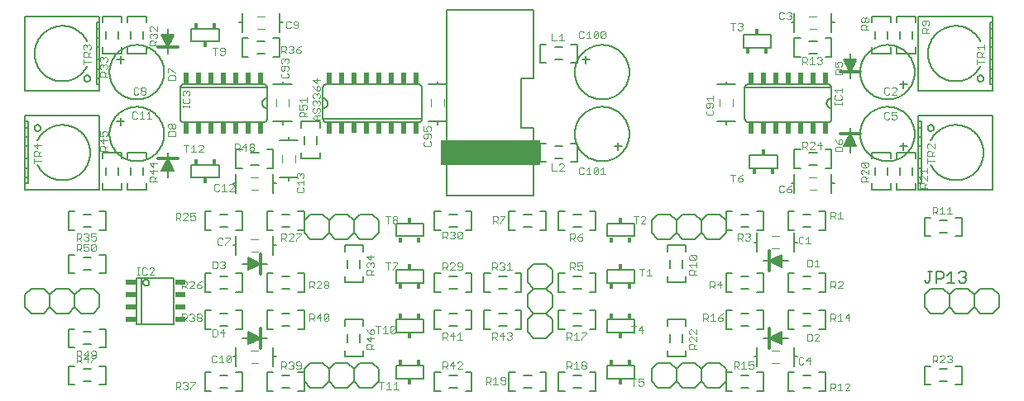
<source format=gto>
G75*
%MOIN*%
%OFA0B0*%
%FSLAX25Y25*%
%IPPOS*%
%LPD*%
%AMOC8*
5,1,8,0,0,1.08239X$1,22.5*
%
%ADD10C,0.00600*%
%ADD11C,0.00500*%
%ADD12C,0.00300*%
%ADD13R,0.40000X0.10000*%
%ADD14R,0.02000X0.04500*%
%ADD15C,0.00400*%
%ADD16R,0.01800X0.02300*%
%ADD17C,0.01200*%
%ADD18C,0.00800*%
%ADD19R,0.04331X0.01929*%
D10*
X0080186Y0081433D02*
X0083414Y0081433D01*
X0083414Y0086433D02*
X0080186Y0086433D01*
X0105186Y0086433D02*
X0108414Y0086433D01*
X0114300Y0083933D02*
X0114300Y0088933D01*
X0116800Y0091433D01*
X0121800Y0091433D01*
X0124300Y0088933D01*
X0126800Y0091433D01*
X0131800Y0091433D01*
X0134300Y0088933D01*
X0136800Y0091433D01*
X0141800Y0091433D01*
X0144300Y0088933D01*
X0144300Y0083933D01*
X0141800Y0081433D01*
X0136800Y0081433D01*
X0134300Y0083933D01*
X0131800Y0081433D01*
X0126800Y0081433D01*
X0124300Y0083933D01*
X0121800Y0081433D01*
X0116800Y0081433D01*
X0114300Y0083933D01*
X0108414Y0081433D02*
X0105186Y0081433D01*
X0124300Y0083933D02*
X0124300Y0088933D01*
X0134300Y0088933D02*
X0134300Y0083933D01*
X0151200Y0085083D02*
X0162400Y0085083D01*
X0162400Y0090283D01*
X0151200Y0090283D01*
X0151200Y0085083D01*
X0136800Y0099819D02*
X0136800Y0103047D01*
X0131800Y0103047D02*
X0131800Y0099819D01*
X0151200Y0103833D02*
X0151200Y0109033D01*
X0162400Y0109033D01*
X0162400Y0103833D01*
X0151200Y0103833D01*
X0172686Y0106433D02*
X0175914Y0106433D01*
X0175914Y0111433D02*
X0172686Y0111433D01*
X0172686Y0121433D02*
X0175914Y0121433D01*
X0175914Y0126433D02*
X0172686Y0126433D01*
X0162400Y0123833D02*
X0151200Y0123833D01*
X0151200Y0129033D01*
X0162400Y0129033D01*
X0162400Y0123833D01*
X0136800Y0129819D02*
X0136800Y0133047D01*
X0131800Y0133047D02*
X0131800Y0129819D01*
X0131800Y0141433D02*
X0126800Y0141433D01*
X0124300Y0143933D01*
X0121800Y0141433D01*
X0116800Y0141433D01*
X0114300Y0143933D01*
X0114300Y0148933D01*
X0116800Y0151433D01*
X0121800Y0151433D01*
X0124300Y0148933D01*
X0126800Y0151433D01*
X0131800Y0151433D01*
X0134300Y0148933D01*
X0136800Y0151433D01*
X0141800Y0151433D01*
X0144300Y0148933D01*
X0144300Y0143933D01*
X0141800Y0141433D01*
X0136800Y0141433D01*
X0134300Y0143933D01*
X0131800Y0141433D01*
X0134300Y0143933D02*
X0134300Y0148933D01*
X0124300Y0148933D02*
X0124300Y0143933D01*
X0108414Y0146433D02*
X0105186Y0146433D01*
X0105186Y0151433D02*
X0108414Y0151433D01*
X0083414Y0151433D02*
X0080186Y0151433D01*
X0080186Y0146433D02*
X0083414Y0146433D01*
X0079900Y0166333D02*
X0068700Y0166333D01*
X0068700Y0171533D01*
X0079900Y0171533D01*
X0079900Y0166333D01*
X0092686Y0171433D02*
X0095914Y0171433D01*
X0095914Y0176433D02*
X0092686Y0176433D01*
X0097800Y0188733D02*
X0065800Y0188733D01*
X0065724Y0188735D01*
X0065648Y0188741D01*
X0065573Y0188750D01*
X0065498Y0188764D01*
X0065424Y0188781D01*
X0065351Y0188802D01*
X0065279Y0188826D01*
X0065208Y0188855D01*
X0065139Y0188886D01*
X0065072Y0188921D01*
X0065007Y0188960D01*
X0064943Y0189002D01*
X0064882Y0189047D01*
X0064823Y0189095D01*
X0064767Y0189146D01*
X0064713Y0189200D01*
X0064662Y0189256D01*
X0064614Y0189315D01*
X0064569Y0189376D01*
X0064527Y0189440D01*
X0064488Y0189505D01*
X0064453Y0189572D01*
X0064422Y0189641D01*
X0064393Y0189712D01*
X0064369Y0189784D01*
X0064348Y0189857D01*
X0064331Y0189931D01*
X0064317Y0190006D01*
X0064308Y0190081D01*
X0064302Y0190157D01*
X0064300Y0190233D01*
X0064300Y0202633D01*
X0064300Y0202733D02*
X0099300Y0202733D01*
X0099300Y0202633D02*
X0099300Y0198433D01*
X0099300Y0194433D01*
X0099300Y0190233D01*
X0099298Y0190157D01*
X0099292Y0190081D01*
X0099283Y0190006D01*
X0099269Y0189931D01*
X0099252Y0189857D01*
X0099231Y0189784D01*
X0099207Y0189712D01*
X0099178Y0189641D01*
X0099147Y0189572D01*
X0099112Y0189505D01*
X0099073Y0189440D01*
X0099031Y0189376D01*
X0098986Y0189315D01*
X0098938Y0189256D01*
X0098887Y0189200D01*
X0098833Y0189146D01*
X0098777Y0189095D01*
X0098718Y0189047D01*
X0098657Y0189002D01*
X0098593Y0188960D01*
X0098528Y0188921D01*
X0098461Y0188886D01*
X0098392Y0188855D01*
X0098321Y0188826D01*
X0098249Y0188802D01*
X0098176Y0188781D01*
X0098102Y0188764D01*
X0098027Y0188750D01*
X0097952Y0188741D01*
X0097876Y0188735D01*
X0097800Y0188733D01*
X0099300Y0194433D02*
X0099212Y0194435D01*
X0099123Y0194441D01*
X0099035Y0194451D01*
X0098948Y0194464D01*
X0098861Y0194482D01*
X0098775Y0194503D01*
X0098690Y0194528D01*
X0098607Y0194557D01*
X0098524Y0194590D01*
X0098444Y0194626D01*
X0098365Y0194665D01*
X0098287Y0194708D01*
X0098212Y0194755D01*
X0098139Y0194805D01*
X0098068Y0194858D01*
X0097999Y0194914D01*
X0097933Y0194973D01*
X0097870Y0195035D01*
X0097810Y0195099D01*
X0097752Y0195166D01*
X0097698Y0195236D01*
X0097646Y0195308D01*
X0097598Y0195382D01*
X0097553Y0195459D01*
X0097512Y0195537D01*
X0097474Y0195617D01*
X0097440Y0195698D01*
X0097409Y0195781D01*
X0097382Y0195866D01*
X0097359Y0195951D01*
X0097340Y0196037D01*
X0097324Y0196125D01*
X0097312Y0196212D01*
X0097304Y0196300D01*
X0097300Y0196389D01*
X0097300Y0196477D01*
X0097304Y0196566D01*
X0097312Y0196654D01*
X0097324Y0196741D01*
X0097340Y0196829D01*
X0097359Y0196915D01*
X0097382Y0197000D01*
X0097409Y0197085D01*
X0097440Y0197168D01*
X0097474Y0197249D01*
X0097512Y0197329D01*
X0097553Y0197407D01*
X0097598Y0197484D01*
X0097646Y0197558D01*
X0097698Y0197630D01*
X0097752Y0197700D01*
X0097810Y0197767D01*
X0097870Y0197831D01*
X0097933Y0197893D01*
X0097999Y0197952D01*
X0098068Y0198008D01*
X0098139Y0198061D01*
X0098212Y0198111D01*
X0098287Y0198158D01*
X0098365Y0198201D01*
X0098444Y0198240D01*
X0098524Y0198276D01*
X0098607Y0198309D01*
X0098690Y0198338D01*
X0098775Y0198363D01*
X0098861Y0198384D01*
X0098948Y0198402D01*
X0099035Y0198415D01*
X0099123Y0198425D01*
X0099212Y0198431D01*
X0099300Y0198433D01*
X0099300Y0202633D02*
X0099298Y0202709D01*
X0099292Y0202785D01*
X0099283Y0202860D01*
X0099269Y0202935D01*
X0099252Y0203009D01*
X0099231Y0203082D01*
X0099207Y0203154D01*
X0099178Y0203225D01*
X0099147Y0203294D01*
X0099112Y0203361D01*
X0099073Y0203426D01*
X0099031Y0203490D01*
X0098986Y0203551D01*
X0098938Y0203610D01*
X0098887Y0203666D01*
X0098833Y0203720D01*
X0098777Y0203771D01*
X0098718Y0203819D01*
X0098657Y0203864D01*
X0098593Y0203906D01*
X0098528Y0203945D01*
X0098461Y0203980D01*
X0098392Y0204011D01*
X0098321Y0204040D01*
X0098249Y0204064D01*
X0098176Y0204085D01*
X0098102Y0204102D01*
X0098027Y0204116D01*
X0097952Y0204125D01*
X0097876Y0204131D01*
X0097800Y0204133D01*
X0065800Y0204133D01*
X0065724Y0204131D01*
X0065648Y0204125D01*
X0065573Y0204116D01*
X0065498Y0204102D01*
X0065424Y0204085D01*
X0065351Y0204064D01*
X0065279Y0204040D01*
X0065208Y0204011D01*
X0065139Y0203980D01*
X0065072Y0203945D01*
X0065007Y0203906D01*
X0064943Y0203864D01*
X0064882Y0203819D01*
X0064823Y0203771D01*
X0064767Y0203720D01*
X0064713Y0203666D01*
X0064662Y0203610D01*
X0064614Y0203551D01*
X0064569Y0203490D01*
X0064527Y0203426D01*
X0064488Y0203361D01*
X0064453Y0203294D01*
X0064422Y0203225D01*
X0064393Y0203154D01*
X0064369Y0203082D01*
X0064348Y0203009D01*
X0064331Y0202935D01*
X0064317Y0202860D01*
X0064308Y0202785D01*
X0064302Y0202709D01*
X0064300Y0202633D01*
X0035800Y0208933D02*
X0035803Y0209203D01*
X0035813Y0209473D01*
X0035830Y0209742D01*
X0035853Y0210011D01*
X0035883Y0210280D01*
X0035919Y0210547D01*
X0035962Y0210814D01*
X0036011Y0211079D01*
X0036067Y0211343D01*
X0036130Y0211606D01*
X0036198Y0211867D01*
X0036274Y0212126D01*
X0036355Y0212383D01*
X0036443Y0212639D01*
X0036537Y0212892D01*
X0036637Y0213143D01*
X0036744Y0213391D01*
X0036856Y0213636D01*
X0036975Y0213879D01*
X0037099Y0214118D01*
X0037229Y0214355D01*
X0037365Y0214588D01*
X0037507Y0214818D01*
X0037654Y0215044D01*
X0037807Y0215267D01*
X0037965Y0215486D01*
X0038128Y0215701D01*
X0038297Y0215911D01*
X0038471Y0216118D01*
X0038650Y0216320D01*
X0038833Y0216518D01*
X0039022Y0216711D01*
X0039215Y0216900D01*
X0039413Y0217083D01*
X0039615Y0217262D01*
X0039822Y0217436D01*
X0040032Y0217605D01*
X0040247Y0217768D01*
X0040466Y0217926D01*
X0040689Y0218079D01*
X0040915Y0218226D01*
X0041145Y0218368D01*
X0041378Y0218504D01*
X0041615Y0218634D01*
X0041854Y0218758D01*
X0042097Y0218877D01*
X0042342Y0218989D01*
X0042590Y0219096D01*
X0042841Y0219196D01*
X0043094Y0219290D01*
X0043350Y0219378D01*
X0043607Y0219459D01*
X0043866Y0219535D01*
X0044127Y0219603D01*
X0044390Y0219666D01*
X0044654Y0219722D01*
X0044919Y0219771D01*
X0045186Y0219814D01*
X0045453Y0219850D01*
X0045722Y0219880D01*
X0045991Y0219903D01*
X0046260Y0219920D01*
X0046530Y0219930D01*
X0046800Y0219933D01*
X0047070Y0219930D01*
X0047340Y0219920D01*
X0047609Y0219903D01*
X0047878Y0219880D01*
X0048147Y0219850D01*
X0048414Y0219814D01*
X0048681Y0219771D01*
X0048946Y0219722D01*
X0049210Y0219666D01*
X0049473Y0219603D01*
X0049734Y0219535D01*
X0049993Y0219459D01*
X0050250Y0219378D01*
X0050506Y0219290D01*
X0050759Y0219196D01*
X0051010Y0219096D01*
X0051258Y0218989D01*
X0051503Y0218877D01*
X0051746Y0218758D01*
X0051985Y0218634D01*
X0052222Y0218504D01*
X0052455Y0218368D01*
X0052685Y0218226D01*
X0052911Y0218079D01*
X0053134Y0217926D01*
X0053353Y0217768D01*
X0053568Y0217605D01*
X0053778Y0217436D01*
X0053985Y0217262D01*
X0054187Y0217083D01*
X0054385Y0216900D01*
X0054578Y0216711D01*
X0054767Y0216518D01*
X0054950Y0216320D01*
X0055129Y0216118D01*
X0055303Y0215911D01*
X0055472Y0215701D01*
X0055635Y0215486D01*
X0055793Y0215267D01*
X0055946Y0215044D01*
X0056093Y0214818D01*
X0056235Y0214588D01*
X0056371Y0214355D01*
X0056501Y0214118D01*
X0056625Y0213879D01*
X0056744Y0213636D01*
X0056856Y0213391D01*
X0056963Y0213143D01*
X0057063Y0212892D01*
X0057157Y0212639D01*
X0057245Y0212383D01*
X0057326Y0212126D01*
X0057402Y0211867D01*
X0057470Y0211606D01*
X0057533Y0211343D01*
X0057589Y0211079D01*
X0057638Y0210814D01*
X0057681Y0210547D01*
X0057717Y0210280D01*
X0057747Y0210011D01*
X0057770Y0209742D01*
X0057787Y0209473D01*
X0057797Y0209203D01*
X0057800Y0208933D01*
X0057797Y0208663D01*
X0057787Y0208393D01*
X0057770Y0208124D01*
X0057747Y0207855D01*
X0057717Y0207586D01*
X0057681Y0207319D01*
X0057638Y0207052D01*
X0057589Y0206787D01*
X0057533Y0206523D01*
X0057470Y0206260D01*
X0057402Y0205999D01*
X0057326Y0205740D01*
X0057245Y0205483D01*
X0057157Y0205227D01*
X0057063Y0204974D01*
X0056963Y0204723D01*
X0056856Y0204475D01*
X0056744Y0204230D01*
X0056625Y0203987D01*
X0056501Y0203748D01*
X0056371Y0203511D01*
X0056235Y0203278D01*
X0056093Y0203048D01*
X0055946Y0202822D01*
X0055793Y0202599D01*
X0055635Y0202380D01*
X0055472Y0202165D01*
X0055303Y0201955D01*
X0055129Y0201748D01*
X0054950Y0201546D01*
X0054767Y0201348D01*
X0054578Y0201155D01*
X0054385Y0200966D01*
X0054187Y0200783D01*
X0053985Y0200604D01*
X0053778Y0200430D01*
X0053568Y0200261D01*
X0053353Y0200098D01*
X0053134Y0199940D01*
X0052911Y0199787D01*
X0052685Y0199640D01*
X0052455Y0199498D01*
X0052222Y0199362D01*
X0051985Y0199232D01*
X0051746Y0199108D01*
X0051503Y0198989D01*
X0051258Y0198877D01*
X0051010Y0198770D01*
X0050759Y0198670D01*
X0050506Y0198576D01*
X0050250Y0198488D01*
X0049993Y0198407D01*
X0049734Y0198331D01*
X0049473Y0198263D01*
X0049210Y0198200D01*
X0048946Y0198144D01*
X0048681Y0198095D01*
X0048414Y0198052D01*
X0048147Y0198016D01*
X0047878Y0197986D01*
X0047609Y0197963D01*
X0047340Y0197946D01*
X0047070Y0197936D01*
X0046800Y0197933D01*
X0046530Y0197936D01*
X0046260Y0197946D01*
X0045991Y0197963D01*
X0045722Y0197986D01*
X0045453Y0198016D01*
X0045186Y0198052D01*
X0044919Y0198095D01*
X0044654Y0198144D01*
X0044390Y0198200D01*
X0044127Y0198263D01*
X0043866Y0198331D01*
X0043607Y0198407D01*
X0043350Y0198488D01*
X0043094Y0198576D01*
X0042841Y0198670D01*
X0042590Y0198770D01*
X0042342Y0198877D01*
X0042097Y0198989D01*
X0041854Y0199108D01*
X0041615Y0199232D01*
X0041378Y0199362D01*
X0041145Y0199498D01*
X0040915Y0199640D01*
X0040689Y0199787D01*
X0040466Y0199940D01*
X0040247Y0200098D01*
X0040032Y0200261D01*
X0039822Y0200430D01*
X0039615Y0200604D01*
X0039413Y0200783D01*
X0039215Y0200966D01*
X0039022Y0201155D01*
X0038833Y0201348D01*
X0038650Y0201546D01*
X0038471Y0201748D01*
X0038297Y0201955D01*
X0038128Y0202165D01*
X0037965Y0202380D01*
X0037807Y0202599D01*
X0037654Y0202822D01*
X0037507Y0203048D01*
X0037365Y0203278D01*
X0037229Y0203511D01*
X0037099Y0203748D01*
X0036975Y0203987D01*
X0036856Y0204230D01*
X0036744Y0204475D01*
X0036637Y0204723D01*
X0036537Y0204974D01*
X0036443Y0205227D01*
X0036355Y0205483D01*
X0036274Y0205740D01*
X0036198Y0205999D01*
X0036130Y0206260D01*
X0036067Y0206523D01*
X0036011Y0206787D01*
X0035962Y0207052D01*
X0035919Y0207319D01*
X0035883Y0207586D01*
X0035853Y0207855D01*
X0035830Y0208124D01*
X0035813Y0208393D01*
X0035803Y0208663D01*
X0035800Y0208933D01*
X0040300Y0212433D02*
X0040300Y0213933D01*
X0040300Y0215433D01*
X0040300Y0213933D02*
X0041800Y0213933D01*
X0040300Y0213933D02*
X0038800Y0213933D01*
X0039300Y0222319D02*
X0039300Y0225547D01*
X0034300Y0225547D02*
X0034300Y0222319D01*
X0044300Y0222319D02*
X0044300Y0225547D01*
X0049300Y0225547D02*
X0049300Y0222319D01*
X0068700Y0221333D02*
X0079900Y0221333D01*
X0079900Y0226533D01*
X0068700Y0226533D01*
X0068700Y0221333D01*
X0095186Y0221433D02*
X0098414Y0221433D01*
X0098414Y0216433D02*
X0095186Y0216433D01*
X0121800Y0202633D02*
X0121800Y0198433D01*
X0121800Y0194433D01*
X0121800Y0190233D01*
X0121800Y0190133D02*
X0161800Y0190133D01*
X0161800Y0190233D02*
X0161800Y0202633D01*
X0161798Y0202709D01*
X0161792Y0202785D01*
X0161783Y0202860D01*
X0161769Y0202935D01*
X0161752Y0203009D01*
X0161731Y0203082D01*
X0161707Y0203154D01*
X0161678Y0203225D01*
X0161647Y0203294D01*
X0161612Y0203361D01*
X0161573Y0203426D01*
X0161531Y0203490D01*
X0161486Y0203551D01*
X0161438Y0203610D01*
X0161387Y0203666D01*
X0161333Y0203720D01*
X0161277Y0203771D01*
X0161218Y0203819D01*
X0161157Y0203864D01*
X0161093Y0203906D01*
X0161028Y0203945D01*
X0160961Y0203980D01*
X0160892Y0204011D01*
X0160821Y0204040D01*
X0160749Y0204064D01*
X0160676Y0204085D01*
X0160602Y0204102D01*
X0160527Y0204116D01*
X0160452Y0204125D01*
X0160376Y0204131D01*
X0160300Y0204133D01*
X0123300Y0204133D01*
X0123224Y0204131D01*
X0123148Y0204125D01*
X0123073Y0204116D01*
X0122998Y0204102D01*
X0122924Y0204085D01*
X0122851Y0204064D01*
X0122779Y0204040D01*
X0122708Y0204011D01*
X0122639Y0203980D01*
X0122572Y0203945D01*
X0122507Y0203906D01*
X0122443Y0203864D01*
X0122382Y0203819D01*
X0122323Y0203771D01*
X0122267Y0203720D01*
X0122213Y0203666D01*
X0122162Y0203610D01*
X0122114Y0203551D01*
X0122069Y0203490D01*
X0122027Y0203426D01*
X0121988Y0203361D01*
X0121953Y0203294D01*
X0121922Y0203225D01*
X0121893Y0203154D01*
X0121869Y0203082D01*
X0121848Y0203009D01*
X0121831Y0202935D01*
X0121817Y0202860D01*
X0121808Y0202785D01*
X0121802Y0202709D01*
X0121800Y0202633D01*
X0121800Y0198433D02*
X0121888Y0198431D01*
X0121977Y0198425D01*
X0122065Y0198415D01*
X0122152Y0198402D01*
X0122239Y0198384D01*
X0122325Y0198363D01*
X0122410Y0198338D01*
X0122493Y0198309D01*
X0122576Y0198276D01*
X0122656Y0198240D01*
X0122735Y0198201D01*
X0122813Y0198158D01*
X0122888Y0198111D01*
X0122961Y0198061D01*
X0123032Y0198008D01*
X0123101Y0197952D01*
X0123167Y0197893D01*
X0123230Y0197831D01*
X0123290Y0197767D01*
X0123348Y0197700D01*
X0123402Y0197630D01*
X0123454Y0197558D01*
X0123502Y0197484D01*
X0123547Y0197407D01*
X0123588Y0197329D01*
X0123626Y0197249D01*
X0123660Y0197168D01*
X0123691Y0197085D01*
X0123718Y0197000D01*
X0123741Y0196915D01*
X0123760Y0196829D01*
X0123776Y0196741D01*
X0123788Y0196654D01*
X0123796Y0196566D01*
X0123800Y0196477D01*
X0123800Y0196389D01*
X0123796Y0196300D01*
X0123788Y0196212D01*
X0123776Y0196125D01*
X0123760Y0196037D01*
X0123741Y0195951D01*
X0123718Y0195866D01*
X0123691Y0195781D01*
X0123660Y0195698D01*
X0123626Y0195617D01*
X0123588Y0195537D01*
X0123547Y0195459D01*
X0123502Y0195382D01*
X0123454Y0195308D01*
X0123402Y0195236D01*
X0123348Y0195166D01*
X0123290Y0195099D01*
X0123230Y0195035D01*
X0123167Y0194973D01*
X0123101Y0194914D01*
X0123032Y0194858D01*
X0122961Y0194805D01*
X0122888Y0194755D01*
X0122813Y0194708D01*
X0122735Y0194665D01*
X0122656Y0194626D01*
X0122576Y0194590D01*
X0122493Y0194557D01*
X0122410Y0194528D01*
X0122325Y0194503D01*
X0122239Y0194482D01*
X0122152Y0194464D01*
X0122065Y0194451D01*
X0121977Y0194441D01*
X0121888Y0194435D01*
X0121800Y0194433D01*
X0121800Y0190233D02*
X0121802Y0190157D01*
X0121808Y0190081D01*
X0121817Y0190006D01*
X0121831Y0189931D01*
X0121848Y0189857D01*
X0121869Y0189784D01*
X0121893Y0189712D01*
X0121922Y0189641D01*
X0121953Y0189572D01*
X0121988Y0189505D01*
X0122027Y0189440D01*
X0122069Y0189376D01*
X0122114Y0189315D01*
X0122162Y0189256D01*
X0122213Y0189200D01*
X0122267Y0189146D01*
X0122323Y0189095D01*
X0122382Y0189047D01*
X0122443Y0189002D01*
X0122507Y0188960D01*
X0122572Y0188921D01*
X0122639Y0188886D01*
X0122708Y0188855D01*
X0122779Y0188826D01*
X0122851Y0188802D01*
X0122924Y0188781D01*
X0122998Y0188764D01*
X0123073Y0188750D01*
X0123148Y0188741D01*
X0123224Y0188735D01*
X0123300Y0188733D01*
X0160300Y0188733D01*
X0160376Y0188735D01*
X0160452Y0188741D01*
X0160527Y0188750D01*
X0160602Y0188764D01*
X0160676Y0188781D01*
X0160749Y0188802D01*
X0160821Y0188826D01*
X0160892Y0188855D01*
X0160961Y0188886D01*
X0161028Y0188921D01*
X0161093Y0188960D01*
X0161157Y0189002D01*
X0161218Y0189047D01*
X0161277Y0189095D01*
X0161333Y0189146D01*
X0161387Y0189200D01*
X0161438Y0189256D01*
X0161486Y0189315D01*
X0161531Y0189376D01*
X0161573Y0189440D01*
X0161612Y0189505D01*
X0161647Y0189572D01*
X0161678Y0189641D01*
X0161707Y0189712D01*
X0161731Y0189784D01*
X0161752Y0189857D01*
X0161769Y0189931D01*
X0161783Y0190006D01*
X0161792Y0190081D01*
X0161798Y0190157D01*
X0161800Y0190233D01*
X0119300Y0183047D02*
X0119300Y0179819D01*
X0114300Y0179819D02*
X0114300Y0183047D01*
X0151200Y0147783D02*
X0162400Y0147783D01*
X0162400Y0142583D01*
X0151200Y0142583D01*
X0151200Y0147783D01*
X0172686Y0146433D02*
X0175914Y0146433D01*
X0175914Y0151433D02*
X0172686Y0151433D01*
X0202686Y0151433D02*
X0205914Y0151433D01*
X0205914Y0146433D02*
X0202686Y0146433D01*
X0222686Y0146433D02*
X0225914Y0146433D01*
X0225914Y0151433D02*
X0222686Y0151433D01*
X0236200Y0147783D02*
X0236200Y0142583D01*
X0247400Y0142583D01*
X0247400Y0147783D01*
X0236200Y0147783D01*
X0254300Y0148933D02*
X0254300Y0143933D01*
X0256800Y0141433D01*
X0261800Y0141433D01*
X0264300Y0143933D01*
X0266800Y0141433D01*
X0271800Y0141433D01*
X0274300Y0143933D01*
X0276800Y0141433D01*
X0281800Y0141433D01*
X0284300Y0143933D01*
X0284300Y0148933D01*
X0281800Y0151433D01*
X0276800Y0151433D01*
X0274300Y0148933D01*
X0274300Y0143933D01*
X0274300Y0148933D02*
X0271800Y0151433D01*
X0266800Y0151433D01*
X0264300Y0148933D01*
X0264300Y0143933D01*
X0264300Y0148933D02*
X0261800Y0151433D01*
X0256800Y0151433D01*
X0254300Y0148933D01*
X0261800Y0133047D02*
X0261800Y0129819D01*
X0266800Y0129819D02*
X0266800Y0133047D01*
X0247400Y0129033D02*
X0247400Y0123833D01*
X0236200Y0123833D01*
X0236200Y0129033D01*
X0247400Y0129033D01*
X0225914Y0126433D02*
X0222686Y0126433D01*
X0222686Y0121433D02*
X0225914Y0121433D01*
X0214300Y0118933D02*
X0214300Y0113933D01*
X0211800Y0111433D01*
X0214300Y0108933D01*
X0214300Y0103933D01*
X0211800Y0101433D01*
X0206800Y0101433D01*
X0204300Y0103933D01*
X0204300Y0108933D01*
X0206800Y0111433D01*
X0204300Y0113933D01*
X0204300Y0118933D01*
X0206800Y0121433D01*
X0204300Y0123933D01*
X0204300Y0128933D01*
X0206800Y0131433D01*
X0211800Y0131433D01*
X0214300Y0128933D01*
X0214300Y0123933D01*
X0211800Y0121433D01*
X0214300Y0118933D01*
X0211800Y0121433D02*
X0206800Y0121433D01*
X0195914Y0121433D02*
X0192686Y0121433D01*
X0192686Y0126433D02*
X0195914Y0126433D01*
X0195914Y0111433D02*
X0192686Y0111433D01*
X0192686Y0106433D02*
X0195914Y0106433D01*
X0206800Y0111433D02*
X0211800Y0111433D01*
X0222686Y0111433D02*
X0225914Y0111433D01*
X0225914Y0106433D02*
X0222686Y0106433D01*
X0236200Y0103833D02*
X0247400Y0103833D01*
X0247400Y0109033D01*
X0236200Y0109033D01*
X0236200Y0103833D01*
X0254300Y0088933D02*
X0256800Y0091433D01*
X0261800Y0091433D01*
X0264300Y0088933D01*
X0266800Y0091433D01*
X0271800Y0091433D01*
X0274300Y0088933D01*
X0276800Y0091433D01*
X0281800Y0091433D01*
X0284300Y0088933D01*
X0284300Y0083933D01*
X0281800Y0081433D01*
X0276800Y0081433D01*
X0274300Y0083933D01*
X0271800Y0081433D01*
X0266800Y0081433D01*
X0264300Y0083933D01*
X0261800Y0081433D01*
X0256800Y0081433D01*
X0254300Y0083933D01*
X0254300Y0088933D01*
X0247400Y0090283D02*
X0247400Y0085083D01*
X0236200Y0085083D01*
X0236200Y0090283D01*
X0247400Y0090283D01*
X0264300Y0088933D02*
X0264300Y0083933D01*
X0274300Y0083933D02*
X0274300Y0088933D01*
X0266800Y0099819D02*
X0266800Y0103047D01*
X0261800Y0103047D02*
X0261800Y0099819D01*
X0290186Y0106433D02*
X0293414Y0106433D01*
X0293414Y0111433D02*
X0290186Y0111433D01*
X0290186Y0121433D02*
X0293414Y0121433D01*
X0293414Y0126433D02*
X0290186Y0126433D01*
X0315186Y0126433D02*
X0318414Y0126433D01*
X0318414Y0121433D02*
X0315186Y0121433D01*
X0315186Y0111433D02*
X0318414Y0111433D01*
X0318414Y0106433D02*
X0315186Y0106433D01*
X0315186Y0086433D02*
X0318414Y0086433D01*
X0318414Y0081433D02*
X0315186Y0081433D01*
X0293414Y0081433D02*
X0290186Y0081433D01*
X0290186Y0086433D02*
X0293414Y0086433D01*
X0225914Y0086433D02*
X0222686Y0086433D01*
X0222686Y0081433D02*
X0225914Y0081433D01*
X0205914Y0081433D02*
X0202686Y0081433D01*
X0202686Y0086433D02*
X0205914Y0086433D01*
X0175914Y0086433D02*
X0172686Y0086433D01*
X0172686Y0081433D02*
X0175914Y0081433D01*
X0108414Y0106433D02*
X0105186Y0106433D01*
X0105186Y0111433D02*
X0108414Y0111433D01*
X0108414Y0121433D02*
X0105186Y0121433D01*
X0105186Y0126433D02*
X0108414Y0126433D01*
X0083414Y0126433D02*
X0080186Y0126433D01*
X0080186Y0121433D02*
X0083414Y0121433D01*
X0083414Y0111433D02*
X0080186Y0111433D01*
X0080186Y0106433D02*
X0083414Y0106433D01*
X0031800Y0113933D02*
X0029300Y0111433D01*
X0024300Y0111433D01*
X0021800Y0113933D01*
X0019300Y0111433D01*
X0014300Y0111433D01*
X0011800Y0113933D01*
X0009300Y0111433D01*
X0004300Y0111433D01*
X0001800Y0113933D01*
X0001800Y0118933D01*
X0004300Y0121433D01*
X0009300Y0121433D01*
X0011800Y0118933D01*
X0014300Y0121433D01*
X0019300Y0121433D01*
X0021800Y0118933D01*
X0024300Y0121433D01*
X0029300Y0121433D01*
X0031800Y0118933D01*
X0031800Y0113933D01*
X0021800Y0113933D02*
X0021800Y0118933D01*
X0011800Y0118933D02*
X0011800Y0113933D01*
X0025186Y0103933D02*
X0028414Y0103933D01*
X0028414Y0098933D02*
X0025186Y0098933D01*
X0025186Y0088933D02*
X0028414Y0088933D01*
X0028414Y0083933D02*
X0025186Y0083933D01*
X0025186Y0128933D02*
X0028414Y0128933D01*
X0028414Y0133933D02*
X0025186Y0133933D01*
X0025186Y0146433D02*
X0028414Y0146433D01*
X0028414Y0151433D02*
X0025186Y0151433D01*
X0034300Y0167319D02*
X0034300Y0170547D01*
X0039300Y0170547D02*
X0039300Y0167319D01*
X0044300Y0167319D02*
X0044300Y0170547D01*
X0049300Y0170547D02*
X0049300Y0167319D01*
X0035800Y0183933D02*
X0035803Y0184203D01*
X0035813Y0184473D01*
X0035830Y0184742D01*
X0035853Y0185011D01*
X0035883Y0185280D01*
X0035919Y0185547D01*
X0035962Y0185814D01*
X0036011Y0186079D01*
X0036067Y0186343D01*
X0036130Y0186606D01*
X0036198Y0186867D01*
X0036274Y0187126D01*
X0036355Y0187383D01*
X0036443Y0187639D01*
X0036537Y0187892D01*
X0036637Y0188143D01*
X0036744Y0188391D01*
X0036856Y0188636D01*
X0036975Y0188879D01*
X0037099Y0189118D01*
X0037229Y0189355D01*
X0037365Y0189588D01*
X0037507Y0189818D01*
X0037654Y0190044D01*
X0037807Y0190267D01*
X0037965Y0190486D01*
X0038128Y0190701D01*
X0038297Y0190911D01*
X0038471Y0191118D01*
X0038650Y0191320D01*
X0038833Y0191518D01*
X0039022Y0191711D01*
X0039215Y0191900D01*
X0039413Y0192083D01*
X0039615Y0192262D01*
X0039822Y0192436D01*
X0040032Y0192605D01*
X0040247Y0192768D01*
X0040466Y0192926D01*
X0040689Y0193079D01*
X0040915Y0193226D01*
X0041145Y0193368D01*
X0041378Y0193504D01*
X0041615Y0193634D01*
X0041854Y0193758D01*
X0042097Y0193877D01*
X0042342Y0193989D01*
X0042590Y0194096D01*
X0042841Y0194196D01*
X0043094Y0194290D01*
X0043350Y0194378D01*
X0043607Y0194459D01*
X0043866Y0194535D01*
X0044127Y0194603D01*
X0044390Y0194666D01*
X0044654Y0194722D01*
X0044919Y0194771D01*
X0045186Y0194814D01*
X0045453Y0194850D01*
X0045722Y0194880D01*
X0045991Y0194903D01*
X0046260Y0194920D01*
X0046530Y0194930D01*
X0046800Y0194933D01*
X0047070Y0194930D01*
X0047340Y0194920D01*
X0047609Y0194903D01*
X0047878Y0194880D01*
X0048147Y0194850D01*
X0048414Y0194814D01*
X0048681Y0194771D01*
X0048946Y0194722D01*
X0049210Y0194666D01*
X0049473Y0194603D01*
X0049734Y0194535D01*
X0049993Y0194459D01*
X0050250Y0194378D01*
X0050506Y0194290D01*
X0050759Y0194196D01*
X0051010Y0194096D01*
X0051258Y0193989D01*
X0051503Y0193877D01*
X0051746Y0193758D01*
X0051985Y0193634D01*
X0052222Y0193504D01*
X0052455Y0193368D01*
X0052685Y0193226D01*
X0052911Y0193079D01*
X0053134Y0192926D01*
X0053353Y0192768D01*
X0053568Y0192605D01*
X0053778Y0192436D01*
X0053985Y0192262D01*
X0054187Y0192083D01*
X0054385Y0191900D01*
X0054578Y0191711D01*
X0054767Y0191518D01*
X0054950Y0191320D01*
X0055129Y0191118D01*
X0055303Y0190911D01*
X0055472Y0190701D01*
X0055635Y0190486D01*
X0055793Y0190267D01*
X0055946Y0190044D01*
X0056093Y0189818D01*
X0056235Y0189588D01*
X0056371Y0189355D01*
X0056501Y0189118D01*
X0056625Y0188879D01*
X0056744Y0188636D01*
X0056856Y0188391D01*
X0056963Y0188143D01*
X0057063Y0187892D01*
X0057157Y0187639D01*
X0057245Y0187383D01*
X0057326Y0187126D01*
X0057402Y0186867D01*
X0057470Y0186606D01*
X0057533Y0186343D01*
X0057589Y0186079D01*
X0057638Y0185814D01*
X0057681Y0185547D01*
X0057717Y0185280D01*
X0057747Y0185011D01*
X0057770Y0184742D01*
X0057787Y0184473D01*
X0057797Y0184203D01*
X0057800Y0183933D01*
X0057797Y0183663D01*
X0057787Y0183393D01*
X0057770Y0183124D01*
X0057747Y0182855D01*
X0057717Y0182586D01*
X0057681Y0182319D01*
X0057638Y0182052D01*
X0057589Y0181787D01*
X0057533Y0181523D01*
X0057470Y0181260D01*
X0057402Y0180999D01*
X0057326Y0180740D01*
X0057245Y0180483D01*
X0057157Y0180227D01*
X0057063Y0179974D01*
X0056963Y0179723D01*
X0056856Y0179475D01*
X0056744Y0179230D01*
X0056625Y0178987D01*
X0056501Y0178748D01*
X0056371Y0178511D01*
X0056235Y0178278D01*
X0056093Y0178048D01*
X0055946Y0177822D01*
X0055793Y0177599D01*
X0055635Y0177380D01*
X0055472Y0177165D01*
X0055303Y0176955D01*
X0055129Y0176748D01*
X0054950Y0176546D01*
X0054767Y0176348D01*
X0054578Y0176155D01*
X0054385Y0175966D01*
X0054187Y0175783D01*
X0053985Y0175604D01*
X0053778Y0175430D01*
X0053568Y0175261D01*
X0053353Y0175098D01*
X0053134Y0174940D01*
X0052911Y0174787D01*
X0052685Y0174640D01*
X0052455Y0174498D01*
X0052222Y0174362D01*
X0051985Y0174232D01*
X0051746Y0174108D01*
X0051503Y0173989D01*
X0051258Y0173877D01*
X0051010Y0173770D01*
X0050759Y0173670D01*
X0050506Y0173576D01*
X0050250Y0173488D01*
X0049993Y0173407D01*
X0049734Y0173331D01*
X0049473Y0173263D01*
X0049210Y0173200D01*
X0048946Y0173144D01*
X0048681Y0173095D01*
X0048414Y0173052D01*
X0048147Y0173016D01*
X0047878Y0172986D01*
X0047609Y0172963D01*
X0047340Y0172946D01*
X0047070Y0172936D01*
X0046800Y0172933D01*
X0046530Y0172936D01*
X0046260Y0172946D01*
X0045991Y0172963D01*
X0045722Y0172986D01*
X0045453Y0173016D01*
X0045186Y0173052D01*
X0044919Y0173095D01*
X0044654Y0173144D01*
X0044390Y0173200D01*
X0044127Y0173263D01*
X0043866Y0173331D01*
X0043607Y0173407D01*
X0043350Y0173488D01*
X0043094Y0173576D01*
X0042841Y0173670D01*
X0042590Y0173770D01*
X0042342Y0173877D01*
X0042097Y0173989D01*
X0041854Y0174108D01*
X0041615Y0174232D01*
X0041378Y0174362D01*
X0041145Y0174498D01*
X0040915Y0174640D01*
X0040689Y0174787D01*
X0040466Y0174940D01*
X0040247Y0175098D01*
X0040032Y0175261D01*
X0039822Y0175430D01*
X0039615Y0175604D01*
X0039413Y0175783D01*
X0039215Y0175966D01*
X0039022Y0176155D01*
X0038833Y0176348D01*
X0038650Y0176546D01*
X0038471Y0176748D01*
X0038297Y0176955D01*
X0038128Y0177165D01*
X0037965Y0177380D01*
X0037807Y0177599D01*
X0037654Y0177822D01*
X0037507Y0178048D01*
X0037365Y0178278D01*
X0037229Y0178511D01*
X0037099Y0178748D01*
X0036975Y0178987D01*
X0036856Y0179230D01*
X0036744Y0179475D01*
X0036637Y0179723D01*
X0036537Y0179974D01*
X0036443Y0180227D01*
X0036355Y0180483D01*
X0036274Y0180740D01*
X0036198Y0180999D01*
X0036130Y0181260D01*
X0036067Y0181523D01*
X0036011Y0181787D01*
X0035962Y0182052D01*
X0035919Y0182319D01*
X0035883Y0182586D01*
X0035853Y0182855D01*
X0035830Y0183124D01*
X0035813Y0183393D01*
X0035803Y0183663D01*
X0035800Y0183933D01*
X0040300Y0187433D02*
X0040300Y0188933D01*
X0040300Y0190433D01*
X0040300Y0188933D02*
X0038800Y0188933D01*
X0040300Y0188933D02*
X0041800Y0188933D01*
X0215186Y0178933D02*
X0218414Y0178933D01*
X0218414Y0173933D02*
X0215186Y0173933D01*
X0223300Y0183933D02*
X0223303Y0184203D01*
X0223313Y0184473D01*
X0223330Y0184742D01*
X0223353Y0185011D01*
X0223383Y0185280D01*
X0223419Y0185547D01*
X0223462Y0185814D01*
X0223511Y0186079D01*
X0223567Y0186343D01*
X0223630Y0186606D01*
X0223698Y0186867D01*
X0223774Y0187126D01*
X0223855Y0187383D01*
X0223943Y0187639D01*
X0224037Y0187892D01*
X0224137Y0188143D01*
X0224244Y0188391D01*
X0224356Y0188636D01*
X0224475Y0188879D01*
X0224599Y0189118D01*
X0224729Y0189355D01*
X0224865Y0189588D01*
X0225007Y0189818D01*
X0225154Y0190044D01*
X0225307Y0190267D01*
X0225465Y0190486D01*
X0225628Y0190701D01*
X0225797Y0190911D01*
X0225971Y0191118D01*
X0226150Y0191320D01*
X0226333Y0191518D01*
X0226522Y0191711D01*
X0226715Y0191900D01*
X0226913Y0192083D01*
X0227115Y0192262D01*
X0227322Y0192436D01*
X0227532Y0192605D01*
X0227747Y0192768D01*
X0227966Y0192926D01*
X0228189Y0193079D01*
X0228415Y0193226D01*
X0228645Y0193368D01*
X0228878Y0193504D01*
X0229115Y0193634D01*
X0229354Y0193758D01*
X0229597Y0193877D01*
X0229842Y0193989D01*
X0230090Y0194096D01*
X0230341Y0194196D01*
X0230594Y0194290D01*
X0230850Y0194378D01*
X0231107Y0194459D01*
X0231366Y0194535D01*
X0231627Y0194603D01*
X0231890Y0194666D01*
X0232154Y0194722D01*
X0232419Y0194771D01*
X0232686Y0194814D01*
X0232953Y0194850D01*
X0233222Y0194880D01*
X0233491Y0194903D01*
X0233760Y0194920D01*
X0234030Y0194930D01*
X0234300Y0194933D01*
X0234570Y0194930D01*
X0234840Y0194920D01*
X0235109Y0194903D01*
X0235378Y0194880D01*
X0235647Y0194850D01*
X0235914Y0194814D01*
X0236181Y0194771D01*
X0236446Y0194722D01*
X0236710Y0194666D01*
X0236973Y0194603D01*
X0237234Y0194535D01*
X0237493Y0194459D01*
X0237750Y0194378D01*
X0238006Y0194290D01*
X0238259Y0194196D01*
X0238510Y0194096D01*
X0238758Y0193989D01*
X0239003Y0193877D01*
X0239246Y0193758D01*
X0239485Y0193634D01*
X0239722Y0193504D01*
X0239955Y0193368D01*
X0240185Y0193226D01*
X0240411Y0193079D01*
X0240634Y0192926D01*
X0240853Y0192768D01*
X0241068Y0192605D01*
X0241278Y0192436D01*
X0241485Y0192262D01*
X0241687Y0192083D01*
X0241885Y0191900D01*
X0242078Y0191711D01*
X0242267Y0191518D01*
X0242450Y0191320D01*
X0242629Y0191118D01*
X0242803Y0190911D01*
X0242972Y0190701D01*
X0243135Y0190486D01*
X0243293Y0190267D01*
X0243446Y0190044D01*
X0243593Y0189818D01*
X0243735Y0189588D01*
X0243871Y0189355D01*
X0244001Y0189118D01*
X0244125Y0188879D01*
X0244244Y0188636D01*
X0244356Y0188391D01*
X0244463Y0188143D01*
X0244563Y0187892D01*
X0244657Y0187639D01*
X0244745Y0187383D01*
X0244826Y0187126D01*
X0244902Y0186867D01*
X0244970Y0186606D01*
X0245033Y0186343D01*
X0245089Y0186079D01*
X0245138Y0185814D01*
X0245181Y0185547D01*
X0245217Y0185280D01*
X0245247Y0185011D01*
X0245270Y0184742D01*
X0245287Y0184473D01*
X0245297Y0184203D01*
X0245300Y0183933D01*
X0245297Y0183663D01*
X0245287Y0183393D01*
X0245270Y0183124D01*
X0245247Y0182855D01*
X0245217Y0182586D01*
X0245181Y0182319D01*
X0245138Y0182052D01*
X0245089Y0181787D01*
X0245033Y0181523D01*
X0244970Y0181260D01*
X0244902Y0180999D01*
X0244826Y0180740D01*
X0244745Y0180483D01*
X0244657Y0180227D01*
X0244563Y0179974D01*
X0244463Y0179723D01*
X0244356Y0179475D01*
X0244244Y0179230D01*
X0244125Y0178987D01*
X0244001Y0178748D01*
X0243871Y0178511D01*
X0243735Y0178278D01*
X0243593Y0178048D01*
X0243446Y0177822D01*
X0243293Y0177599D01*
X0243135Y0177380D01*
X0242972Y0177165D01*
X0242803Y0176955D01*
X0242629Y0176748D01*
X0242450Y0176546D01*
X0242267Y0176348D01*
X0242078Y0176155D01*
X0241885Y0175966D01*
X0241687Y0175783D01*
X0241485Y0175604D01*
X0241278Y0175430D01*
X0241068Y0175261D01*
X0240853Y0175098D01*
X0240634Y0174940D01*
X0240411Y0174787D01*
X0240185Y0174640D01*
X0239955Y0174498D01*
X0239722Y0174362D01*
X0239485Y0174232D01*
X0239246Y0174108D01*
X0239003Y0173989D01*
X0238758Y0173877D01*
X0238510Y0173770D01*
X0238259Y0173670D01*
X0238006Y0173576D01*
X0237750Y0173488D01*
X0237493Y0173407D01*
X0237234Y0173331D01*
X0236973Y0173263D01*
X0236710Y0173200D01*
X0236446Y0173144D01*
X0236181Y0173095D01*
X0235914Y0173052D01*
X0235647Y0173016D01*
X0235378Y0172986D01*
X0235109Y0172963D01*
X0234840Y0172946D01*
X0234570Y0172936D01*
X0234300Y0172933D01*
X0234030Y0172936D01*
X0233760Y0172946D01*
X0233491Y0172963D01*
X0233222Y0172986D01*
X0232953Y0173016D01*
X0232686Y0173052D01*
X0232419Y0173095D01*
X0232154Y0173144D01*
X0231890Y0173200D01*
X0231627Y0173263D01*
X0231366Y0173331D01*
X0231107Y0173407D01*
X0230850Y0173488D01*
X0230594Y0173576D01*
X0230341Y0173670D01*
X0230090Y0173770D01*
X0229842Y0173877D01*
X0229597Y0173989D01*
X0229354Y0174108D01*
X0229115Y0174232D01*
X0228878Y0174362D01*
X0228645Y0174498D01*
X0228415Y0174640D01*
X0228189Y0174787D01*
X0227966Y0174940D01*
X0227747Y0175098D01*
X0227532Y0175261D01*
X0227322Y0175430D01*
X0227115Y0175604D01*
X0226913Y0175783D01*
X0226715Y0175966D01*
X0226522Y0176155D01*
X0226333Y0176348D01*
X0226150Y0176546D01*
X0225971Y0176748D01*
X0225797Y0176955D01*
X0225628Y0177165D01*
X0225465Y0177380D01*
X0225307Y0177599D01*
X0225154Y0177822D01*
X0225007Y0178048D01*
X0224865Y0178278D01*
X0224729Y0178511D01*
X0224599Y0178748D01*
X0224475Y0178987D01*
X0224356Y0179230D01*
X0224244Y0179475D01*
X0224137Y0179723D01*
X0224037Y0179974D01*
X0223943Y0180227D01*
X0223855Y0180483D01*
X0223774Y0180740D01*
X0223698Y0180999D01*
X0223630Y0181260D01*
X0223567Y0181523D01*
X0223511Y0181787D01*
X0223462Y0182052D01*
X0223419Y0182319D01*
X0223383Y0182586D01*
X0223353Y0182855D01*
X0223330Y0183124D01*
X0223313Y0183393D01*
X0223303Y0183663D01*
X0223300Y0183933D01*
X0239300Y0178933D02*
X0240800Y0178933D01*
X0240800Y0177433D01*
X0240800Y0178933D02*
X0240800Y0180433D01*
X0240800Y0178933D02*
X0242300Y0178933D01*
X0290186Y0151433D02*
X0293414Y0151433D01*
X0293414Y0146433D02*
X0290186Y0146433D01*
X0315186Y0146433D02*
X0318414Y0146433D01*
X0318414Y0151433D02*
X0315186Y0151433D01*
X0344300Y0167319D02*
X0344300Y0170547D01*
X0349300Y0170547D02*
X0349300Y0167319D01*
X0354300Y0167319D02*
X0354300Y0170547D01*
X0359300Y0170547D02*
X0359300Y0167319D01*
X0355800Y0177433D02*
X0355800Y0178933D01*
X0354300Y0178933D01*
X0355800Y0178933D02*
X0355800Y0180433D01*
X0355800Y0178933D02*
X0357300Y0178933D01*
X0338300Y0183933D02*
X0338303Y0184203D01*
X0338313Y0184473D01*
X0338330Y0184742D01*
X0338353Y0185011D01*
X0338383Y0185280D01*
X0338419Y0185547D01*
X0338462Y0185814D01*
X0338511Y0186079D01*
X0338567Y0186343D01*
X0338630Y0186606D01*
X0338698Y0186867D01*
X0338774Y0187126D01*
X0338855Y0187383D01*
X0338943Y0187639D01*
X0339037Y0187892D01*
X0339137Y0188143D01*
X0339244Y0188391D01*
X0339356Y0188636D01*
X0339475Y0188879D01*
X0339599Y0189118D01*
X0339729Y0189355D01*
X0339865Y0189588D01*
X0340007Y0189818D01*
X0340154Y0190044D01*
X0340307Y0190267D01*
X0340465Y0190486D01*
X0340628Y0190701D01*
X0340797Y0190911D01*
X0340971Y0191118D01*
X0341150Y0191320D01*
X0341333Y0191518D01*
X0341522Y0191711D01*
X0341715Y0191900D01*
X0341913Y0192083D01*
X0342115Y0192262D01*
X0342322Y0192436D01*
X0342532Y0192605D01*
X0342747Y0192768D01*
X0342966Y0192926D01*
X0343189Y0193079D01*
X0343415Y0193226D01*
X0343645Y0193368D01*
X0343878Y0193504D01*
X0344115Y0193634D01*
X0344354Y0193758D01*
X0344597Y0193877D01*
X0344842Y0193989D01*
X0345090Y0194096D01*
X0345341Y0194196D01*
X0345594Y0194290D01*
X0345850Y0194378D01*
X0346107Y0194459D01*
X0346366Y0194535D01*
X0346627Y0194603D01*
X0346890Y0194666D01*
X0347154Y0194722D01*
X0347419Y0194771D01*
X0347686Y0194814D01*
X0347953Y0194850D01*
X0348222Y0194880D01*
X0348491Y0194903D01*
X0348760Y0194920D01*
X0349030Y0194930D01*
X0349300Y0194933D01*
X0349570Y0194930D01*
X0349840Y0194920D01*
X0350109Y0194903D01*
X0350378Y0194880D01*
X0350647Y0194850D01*
X0350914Y0194814D01*
X0351181Y0194771D01*
X0351446Y0194722D01*
X0351710Y0194666D01*
X0351973Y0194603D01*
X0352234Y0194535D01*
X0352493Y0194459D01*
X0352750Y0194378D01*
X0353006Y0194290D01*
X0353259Y0194196D01*
X0353510Y0194096D01*
X0353758Y0193989D01*
X0354003Y0193877D01*
X0354246Y0193758D01*
X0354485Y0193634D01*
X0354722Y0193504D01*
X0354955Y0193368D01*
X0355185Y0193226D01*
X0355411Y0193079D01*
X0355634Y0192926D01*
X0355853Y0192768D01*
X0356068Y0192605D01*
X0356278Y0192436D01*
X0356485Y0192262D01*
X0356687Y0192083D01*
X0356885Y0191900D01*
X0357078Y0191711D01*
X0357267Y0191518D01*
X0357450Y0191320D01*
X0357629Y0191118D01*
X0357803Y0190911D01*
X0357972Y0190701D01*
X0358135Y0190486D01*
X0358293Y0190267D01*
X0358446Y0190044D01*
X0358593Y0189818D01*
X0358735Y0189588D01*
X0358871Y0189355D01*
X0359001Y0189118D01*
X0359125Y0188879D01*
X0359244Y0188636D01*
X0359356Y0188391D01*
X0359463Y0188143D01*
X0359563Y0187892D01*
X0359657Y0187639D01*
X0359745Y0187383D01*
X0359826Y0187126D01*
X0359902Y0186867D01*
X0359970Y0186606D01*
X0360033Y0186343D01*
X0360089Y0186079D01*
X0360138Y0185814D01*
X0360181Y0185547D01*
X0360217Y0185280D01*
X0360247Y0185011D01*
X0360270Y0184742D01*
X0360287Y0184473D01*
X0360297Y0184203D01*
X0360300Y0183933D01*
X0360297Y0183663D01*
X0360287Y0183393D01*
X0360270Y0183124D01*
X0360247Y0182855D01*
X0360217Y0182586D01*
X0360181Y0182319D01*
X0360138Y0182052D01*
X0360089Y0181787D01*
X0360033Y0181523D01*
X0359970Y0181260D01*
X0359902Y0180999D01*
X0359826Y0180740D01*
X0359745Y0180483D01*
X0359657Y0180227D01*
X0359563Y0179974D01*
X0359463Y0179723D01*
X0359356Y0179475D01*
X0359244Y0179230D01*
X0359125Y0178987D01*
X0359001Y0178748D01*
X0358871Y0178511D01*
X0358735Y0178278D01*
X0358593Y0178048D01*
X0358446Y0177822D01*
X0358293Y0177599D01*
X0358135Y0177380D01*
X0357972Y0177165D01*
X0357803Y0176955D01*
X0357629Y0176748D01*
X0357450Y0176546D01*
X0357267Y0176348D01*
X0357078Y0176155D01*
X0356885Y0175966D01*
X0356687Y0175783D01*
X0356485Y0175604D01*
X0356278Y0175430D01*
X0356068Y0175261D01*
X0355853Y0175098D01*
X0355634Y0174940D01*
X0355411Y0174787D01*
X0355185Y0174640D01*
X0354955Y0174498D01*
X0354722Y0174362D01*
X0354485Y0174232D01*
X0354246Y0174108D01*
X0354003Y0173989D01*
X0353758Y0173877D01*
X0353510Y0173770D01*
X0353259Y0173670D01*
X0353006Y0173576D01*
X0352750Y0173488D01*
X0352493Y0173407D01*
X0352234Y0173331D01*
X0351973Y0173263D01*
X0351710Y0173200D01*
X0351446Y0173144D01*
X0351181Y0173095D01*
X0350914Y0173052D01*
X0350647Y0173016D01*
X0350378Y0172986D01*
X0350109Y0172963D01*
X0349840Y0172946D01*
X0349570Y0172936D01*
X0349300Y0172933D01*
X0349030Y0172936D01*
X0348760Y0172946D01*
X0348491Y0172963D01*
X0348222Y0172986D01*
X0347953Y0173016D01*
X0347686Y0173052D01*
X0347419Y0173095D01*
X0347154Y0173144D01*
X0346890Y0173200D01*
X0346627Y0173263D01*
X0346366Y0173331D01*
X0346107Y0173407D01*
X0345850Y0173488D01*
X0345594Y0173576D01*
X0345341Y0173670D01*
X0345090Y0173770D01*
X0344842Y0173877D01*
X0344597Y0173989D01*
X0344354Y0174108D01*
X0344115Y0174232D01*
X0343878Y0174362D01*
X0343645Y0174498D01*
X0343415Y0174640D01*
X0343189Y0174787D01*
X0342966Y0174940D01*
X0342747Y0175098D01*
X0342532Y0175261D01*
X0342322Y0175430D01*
X0342115Y0175604D01*
X0341913Y0175783D01*
X0341715Y0175966D01*
X0341522Y0176155D01*
X0341333Y0176348D01*
X0341150Y0176546D01*
X0340971Y0176748D01*
X0340797Y0176955D01*
X0340628Y0177165D01*
X0340465Y0177380D01*
X0340307Y0177599D01*
X0340154Y0177822D01*
X0340007Y0178048D01*
X0339865Y0178278D01*
X0339729Y0178511D01*
X0339599Y0178748D01*
X0339475Y0178987D01*
X0339356Y0179230D01*
X0339244Y0179475D01*
X0339137Y0179723D01*
X0339037Y0179974D01*
X0338943Y0180227D01*
X0338855Y0180483D01*
X0338774Y0180740D01*
X0338698Y0180999D01*
X0338630Y0181260D01*
X0338567Y0181523D01*
X0338511Y0181787D01*
X0338462Y0182052D01*
X0338419Y0182319D01*
X0338383Y0182586D01*
X0338353Y0182855D01*
X0338330Y0183124D01*
X0338313Y0183393D01*
X0338303Y0183663D01*
X0338300Y0183933D01*
X0326800Y0190233D02*
X0326800Y0194433D01*
X0326800Y0198433D01*
X0326800Y0202633D01*
X0326800Y0202733D02*
X0291800Y0202733D01*
X0291800Y0202633D02*
X0291800Y0190233D01*
X0291802Y0190157D01*
X0291808Y0190081D01*
X0291817Y0190006D01*
X0291831Y0189931D01*
X0291848Y0189857D01*
X0291869Y0189784D01*
X0291893Y0189712D01*
X0291922Y0189641D01*
X0291953Y0189572D01*
X0291988Y0189505D01*
X0292027Y0189440D01*
X0292069Y0189376D01*
X0292114Y0189315D01*
X0292162Y0189256D01*
X0292213Y0189200D01*
X0292267Y0189146D01*
X0292323Y0189095D01*
X0292382Y0189047D01*
X0292443Y0189002D01*
X0292507Y0188960D01*
X0292572Y0188921D01*
X0292639Y0188886D01*
X0292708Y0188855D01*
X0292779Y0188826D01*
X0292851Y0188802D01*
X0292924Y0188781D01*
X0292998Y0188764D01*
X0293073Y0188750D01*
X0293148Y0188741D01*
X0293224Y0188735D01*
X0293300Y0188733D01*
X0325300Y0188733D01*
X0325376Y0188735D01*
X0325452Y0188741D01*
X0325527Y0188750D01*
X0325602Y0188764D01*
X0325676Y0188781D01*
X0325749Y0188802D01*
X0325821Y0188826D01*
X0325892Y0188855D01*
X0325961Y0188886D01*
X0326028Y0188921D01*
X0326093Y0188960D01*
X0326157Y0189002D01*
X0326218Y0189047D01*
X0326277Y0189095D01*
X0326333Y0189146D01*
X0326387Y0189200D01*
X0326438Y0189256D01*
X0326486Y0189315D01*
X0326531Y0189376D01*
X0326573Y0189440D01*
X0326612Y0189505D01*
X0326647Y0189572D01*
X0326678Y0189641D01*
X0326707Y0189712D01*
X0326731Y0189784D01*
X0326752Y0189857D01*
X0326769Y0189931D01*
X0326783Y0190006D01*
X0326792Y0190081D01*
X0326798Y0190157D01*
X0326800Y0190233D01*
X0326800Y0194433D02*
X0326712Y0194435D01*
X0326623Y0194441D01*
X0326535Y0194451D01*
X0326448Y0194464D01*
X0326361Y0194482D01*
X0326275Y0194503D01*
X0326190Y0194528D01*
X0326107Y0194557D01*
X0326024Y0194590D01*
X0325944Y0194626D01*
X0325865Y0194665D01*
X0325787Y0194708D01*
X0325712Y0194755D01*
X0325639Y0194805D01*
X0325568Y0194858D01*
X0325499Y0194914D01*
X0325433Y0194973D01*
X0325370Y0195035D01*
X0325310Y0195099D01*
X0325252Y0195166D01*
X0325198Y0195236D01*
X0325146Y0195308D01*
X0325098Y0195382D01*
X0325053Y0195459D01*
X0325012Y0195537D01*
X0324974Y0195617D01*
X0324940Y0195698D01*
X0324909Y0195781D01*
X0324882Y0195866D01*
X0324859Y0195951D01*
X0324840Y0196037D01*
X0324824Y0196125D01*
X0324812Y0196212D01*
X0324804Y0196300D01*
X0324800Y0196389D01*
X0324800Y0196477D01*
X0324804Y0196566D01*
X0324812Y0196654D01*
X0324824Y0196741D01*
X0324840Y0196829D01*
X0324859Y0196915D01*
X0324882Y0197000D01*
X0324909Y0197085D01*
X0324940Y0197168D01*
X0324974Y0197249D01*
X0325012Y0197329D01*
X0325053Y0197407D01*
X0325098Y0197484D01*
X0325146Y0197558D01*
X0325198Y0197630D01*
X0325252Y0197700D01*
X0325310Y0197767D01*
X0325370Y0197831D01*
X0325433Y0197893D01*
X0325499Y0197952D01*
X0325568Y0198008D01*
X0325639Y0198061D01*
X0325712Y0198111D01*
X0325787Y0198158D01*
X0325865Y0198201D01*
X0325944Y0198240D01*
X0326024Y0198276D01*
X0326107Y0198309D01*
X0326190Y0198338D01*
X0326275Y0198363D01*
X0326361Y0198384D01*
X0326448Y0198402D01*
X0326535Y0198415D01*
X0326623Y0198425D01*
X0326712Y0198431D01*
X0326800Y0198433D01*
X0326800Y0202633D02*
X0326798Y0202709D01*
X0326792Y0202785D01*
X0326783Y0202860D01*
X0326769Y0202935D01*
X0326752Y0203009D01*
X0326731Y0203082D01*
X0326707Y0203154D01*
X0326678Y0203225D01*
X0326647Y0203294D01*
X0326612Y0203361D01*
X0326573Y0203426D01*
X0326531Y0203490D01*
X0326486Y0203551D01*
X0326438Y0203610D01*
X0326387Y0203666D01*
X0326333Y0203720D01*
X0326277Y0203771D01*
X0326218Y0203819D01*
X0326157Y0203864D01*
X0326093Y0203906D01*
X0326028Y0203945D01*
X0325961Y0203980D01*
X0325892Y0204011D01*
X0325821Y0204040D01*
X0325749Y0204064D01*
X0325676Y0204085D01*
X0325602Y0204102D01*
X0325527Y0204116D01*
X0325452Y0204125D01*
X0325376Y0204131D01*
X0325300Y0204133D01*
X0293300Y0204133D01*
X0293224Y0204131D01*
X0293148Y0204125D01*
X0293073Y0204116D01*
X0292998Y0204102D01*
X0292924Y0204085D01*
X0292851Y0204064D01*
X0292779Y0204040D01*
X0292708Y0204011D01*
X0292639Y0203980D01*
X0292572Y0203945D01*
X0292507Y0203906D01*
X0292443Y0203864D01*
X0292382Y0203819D01*
X0292323Y0203771D01*
X0292267Y0203720D01*
X0292213Y0203666D01*
X0292162Y0203610D01*
X0292114Y0203551D01*
X0292069Y0203490D01*
X0292027Y0203426D01*
X0291988Y0203361D01*
X0291953Y0203294D01*
X0291922Y0203225D01*
X0291893Y0203154D01*
X0291869Y0203082D01*
X0291848Y0203009D01*
X0291831Y0202935D01*
X0291817Y0202860D01*
X0291808Y0202785D01*
X0291802Y0202709D01*
X0291800Y0202633D01*
X0317686Y0216433D02*
X0320914Y0216433D01*
X0320914Y0221433D02*
X0317686Y0221433D01*
X0302400Y0218833D02*
X0291200Y0218833D01*
X0291200Y0224033D01*
X0302400Y0224033D01*
X0302400Y0218833D01*
X0344300Y0222319D02*
X0344300Y0225547D01*
X0349300Y0225547D02*
X0349300Y0222319D01*
X0354300Y0222319D02*
X0354300Y0225547D01*
X0359300Y0225547D02*
X0359300Y0222319D01*
X0338300Y0208933D02*
X0338303Y0209203D01*
X0338313Y0209473D01*
X0338330Y0209742D01*
X0338353Y0210011D01*
X0338383Y0210280D01*
X0338419Y0210547D01*
X0338462Y0210814D01*
X0338511Y0211079D01*
X0338567Y0211343D01*
X0338630Y0211606D01*
X0338698Y0211867D01*
X0338774Y0212126D01*
X0338855Y0212383D01*
X0338943Y0212639D01*
X0339037Y0212892D01*
X0339137Y0213143D01*
X0339244Y0213391D01*
X0339356Y0213636D01*
X0339475Y0213879D01*
X0339599Y0214118D01*
X0339729Y0214355D01*
X0339865Y0214588D01*
X0340007Y0214818D01*
X0340154Y0215044D01*
X0340307Y0215267D01*
X0340465Y0215486D01*
X0340628Y0215701D01*
X0340797Y0215911D01*
X0340971Y0216118D01*
X0341150Y0216320D01*
X0341333Y0216518D01*
X0341522Y0216711D01*
X0341715Y0216900D01*
X0341913Y0217083D01*
X0342115Y0217262D01*
X0342322Y0217436D01*
X0342532Y0217605D01*
X0342747Y0217768D01*
X0342966Y0217926D01*
X0343189Y0218079D01*
X0343415Y0218226D01*
X0343645Y0218368D01*
X0343878Y0218504D01*
X0344115Y0218634D01*
X0344354Y0218758D01*
X0344597Y0218877D01*
X0344842Y0218989D01*
X0345090Y0219096D01*
X0345341Y0219196D01*
X0345594Y0219290D01*
X0345850Y0219378D01*
X0346107Y0219459D01*
X0346366Y0219535D01*
X0346627Y0219603D01*
X0346890Y0219666D01*
X0347154Y0219722D01*
X0347419Y0219771D01*
X0347686Y0219814D01*
X0347953Y0219850D01*
X0348222Y0219880D01*
X0348491Y0219903D01*
X0348760Y0219920D01*
X0349030Y0219930D01*
X0349300Y0219933D01*
X0349570Y0219930D01*
X0349840Y0219920D01*
X0350109Y0219903D01*
X0350378Y0219880D01*
X0350647Y0219850D01*
X0350914Y0219814D01*
X0351181Y0219771D01*
X0351446Y0219722D01*
X0351710Y0219666D01*
X0351973Y0219603D01*
X0352234Y0219535D01*
X0352493Y0219459D01*
X0352750Y0219378D01*
X0353006Y0219290D01*
X0353259Y0219196D01*
X0353510Y0219096D01*
X0353758Y0218989D01*
X0354003Y0218877D01*
X0354246Y0218758D01*
X0354485Y0218634D01*
X0354722Y0218504D01*
X0354955Y0218368D01*
X0355185Y0218226D01*
X0355411Y0218079D01*
X0355634Y0217926D01*
X0355853Y0217768D01*
X0356068Y0217605D01*
X0356278Y0217436D01*
X0356485Y0217262D01*
X0356687Y0217083D01*
X0356885Y0216900D01*
X0357078Y0216711D01*
X0357267Y0216518D01*
X0357450Y0216320D01*
X0357629Y0216118D01*
X0357803Y0215911D01*
X0357972Y0215701D01*
X0358135Y0215486D01*
X0358293Y0215267D01*
X0358446Y0215044D01*
X0358593Y0214818D01*
X0358735Y0214588D01*
X0358871Y0214355D01*
X0359001Y0214118D01*
X0359125Y0213879D01*
X0359244Y0213636D01*
X0359356Y0213391D01*
X0359463Y0213143D01*
X0359563Y0212892D01*
X0359657Y0212639D01*
X0359745Y0212383D01*
X0359826Y0212126D01*
X0359902Y0211867D01*
X0359970Y0211606D01*
X0360033Y0211343D01*
X0360089Y0211079D01*
X0360138Y0210814D01*
X0360181Y0210547D01*
X0360217Y0210280D01*
X0360247Y0210011D01*
X0360270Y0209742D01*
X0360287Y0209473D01*
X0360297Y0209203D01*
X0360300Y0208933D01*
X0360297Y0208663D01*
X0360287Y0208393D01*
X0360270Y0208124D01*
X0360247Y0207855D01*
X0360217Y0207586D01*
X0360181Y0207319D01*
X0360138Y0207052D01*
X0360089Y0206787D01*
X0360033Y0206523D01*
X0359970Y0206260D01*
X0359902Y0205999D01*
X0359826Y0205740D01*
X0359745Y0205483D01*
X0359657Y0205227D01*
X0359563Y0204974D01*
X0359463Y0204723D01*
X0359356Y0204475D01*
X0359244Y0204230D01*
X0359125Y0203987D01*
X0359001Y0203748D01*
X0358871Y0203511D01*
X0358735Y0203278D01*
X0358593Y0203048D01*
X0358446Y0202822D01*
X0358293Y0202599D01*
X0358135Y0202380D01*
X0357972Y0202165D01*
X0357803Y0201955D01*
X0357629Y0201748D01*
X0357450Y0201546D01*
X0357267Y0201348D01*
X0357078Y0201155D01*
X0356885Y0200966D01*
X0356687Y0200783D01*
X0356485Y0200604D01*
X0356278Y0200430D01*
X0356068Y0200261D01*
X0355853Y0200098D01*
X0355634Y0199940D01*
X0355411Y0199787D01*
X0355185Y0199640D01*
X0354955Y0199498D01*
X0354722Y0199362D01*
X0354485Y0199232D01*
X0354246Y0199108D01*
X0354003Y0198989D01*
X0353758Y0198877D01*
X0353510Y0198770D01*
X0353259Y0198670D01*
X0353006Y0198576D01*
X0352750Y0198488D01*
X0352493Y0198407D01*
X0352234Y0198331D01*
X0351973Y0198263D01*
X0351710Y0198200D01*
X0351446Y0198144D01*
X0351181Y0198095D01*
X0350914Y0198052D01*
X0350647Y0198016D01*
X0350378Y0197986D01*
X0350109Y0197963D01*
X0349840Y0197946D01*
X0349570Y0197936D01*
X0349300Y0197933D01*
X0349030Y0197936D01*
X0348760Y0197946D01*
X0348491Y0197963D01*
X0348222Y0197986D01*
X0347953Y0198016D01*
X0347686Y0198052D01*
X0347419Y0198095D01*
X0347154Y0198144D01*
X0346890Y0198200D01*
X0346627Y0198263D01*
X0346366Y0198331D01*
X0346107Y0198407D01*
X0345850Y0198488D01*
X0345594Y0198576D01*
X0345341Y0198670D01*
X0345090Y0198770D01*
X0344842Y0198877D01*
X0344597Y0198989D01*
X0344354Y0199108D01*
X0344115Y0199232D01*
X0343878Y0199362D01*
X0343645Y0199498D01*
X0343415Y0199640D01*
X0343189Y0199787D01*
X0342966Y0199940D01*
X0342747Y0200098D01*
X0342532Y0200261D01*
X0342322Y0200430D01*
X0342115Y0200604D01*
X0341913Y0200783D01*
X0341715Y0200966D01*
X0341522Y0201155D01*
X0341333Y0201348D01*
X0341150Y0201546D01*
X0340971Y0201748D01*
X0340797Y0201955D01*
X0340628Y0202165D01*
X0340465Y0202380D01*
X0340307Y0202599D01*
X0340154Y0202822D01*
X0340007Y0203048D01*
X0339865Y0203278D01*
X0339729Y0203511D01*
X0339599Y0203748D01*
X0339475Y0203987D01*
X0339356Y0204230D01*
X0339244Y0204475D01*
X0339137Y0204723D01*
X0339037Y0204974D01*
X0338943Y0205227D01*
X0338855Y0205483D01*
X0338774Y0205740D01*
X0338698Y0205999D01*
X0338630Y0206260D01*
X0338567Y0206523D01*
X0338511Y0206787D01*
X0338462Y0207052D01*
X0338419Y0207319D01*
X0338383Y0207586D01*
X0338353Y0207855D01*
X0338330Y0208124D01*
X0338313Y0208393D01*
X0338303Y0208663D01*
X0338300Y0208933D01*
X0354300Y0203933D02*
X0355800Y0203933D01*
X0355800Y0202433D01*
X0355800Y0203933D02*
X0355800Y0205433D01*
X0355800Y0203933D02*
X0357300Y0203933D01*
X0320914Y0176433D02*
X0317686Y0176433D01*
X0317686Y0171433D02*
X0320914Y0171433D01*
X0304900Y0170083D02*
X0293700Y0170083D01*
X0293700Y0175283D01*
X0304900Y0175283D01*
X0304900Y0170083D01*
X0370186Y0148933D02*
X0373414Y0148933D01*
X0373414Y0143933D02*
X0370186Y0143933D01*
X0371800Y0121433D02*
X0366800Y0121433D01*
X0364300Y0118933D01*
X0364300Y0113933D01*
X0366800Y0111433D01*
X0371800Y0111433D01*
X0374300Y0113933D01*
X0376800Y0111433D01*
X0381800Y0111433D01*
X0384300Y0113933D01*
X0386800Y0111433D01*
X0391800Y0111433D01*
X0394300Y0113933D01*
X0394300Y0118933D01*
X0391800Y0121433D01*
X0386800Y0121433D01*
X0384300Y0118933D01*
X0384300Y0113933D01*
X0384300Y0118933D02*
X0381800Y0121433D01*
X0376800Y0121433D01*
X0374300Y0118933D01*
X0374300Y0113933D01*
X0374300Y0118933D02*
X0371800Y0121433D01*
X0370186Y0088933D02*
X0373414Y0088933D01*
X0373414Y0083933D02*
X0370186Y0083933D01*
X0223300Y0208933D02*
X0223303Y0209203D01*
X0223313Y0209473D01*
X0223330Y0209742D01*
X0223353Y0210011D01*
X0223383Y0210280D01*
X0223419Y0210547D01*
X0223462Y0210814D01*
X0223511Y0211079D01*
X0223567Y0211343D01*
X0223630Y0211606D01*
X0223698Y0211867D01*
X0223774Y0212126D01*
X0223855Y0212383D01*
X0223943Y0212639D01*
X0224037Y0212892D01*
X0224137Y0213143D01*
X0224244Y0213391D01*
X0224356Y0213636D01*
X0224475Y0213879D01*
X0224599Y0214118D01*
X0224729Y0214355D01*
X0224865Y0214588D01*
X0225007Y0214818D01*
X0225154Y0215044D01*
X0225307Y0215267D01*
X0225465Y0215486D01*
X0225628Y0215701D01*
X0225797Y0215911D01*
X0225971Y0216118D01*
X0226150Y0216320D01*
X0226333Y0216518D01*
X0226522Y0216711D01*
X0226715Y0216900D01*
X0226913Y0217083D01*
X0227115Y0217262D01*
X0227322Y0217436D01*
X0227532Y0217605D01*
X0227747Y0217768D01*
X0227966Y0217926D01*
X0228189Y0218079D01*
X0228415Y0218226D01*
X0228645Y0218368D01*
X0228878Y0218504D01*
X0229115Y0218634D01*
X0229354Y0218758D01*
X0229597Y0218877D01*
X0229842Y0218989D01*
X0230090Y0219096D01*
X0230341Y0219196D01*
X0230594Y0219290D01*
X0230850Y0219378D01*
X0231107Y0219459D01*
X0231366Y0219535D01*
X0231627Y0219603D01*
X0231890Y0219666D01*
X0232154Y0219722D01*
X0232419Y0219771D01*
X0232686Y0219814D01*
X0232953Y0219850D01*
X0233222Y0219880D01*
X0233491Y0219903D01*
X0233760Y0219920D01*
X0234030Y0219930D01*
X0234300Y0219933D01*
X0234570Y0219930D01*
X0234840Y0219920D01*
X0235109Y0219903D01*
X0235378Y0219880D01*
X0235647Y0219850D01*
X0235914Y0219814D01*
X0236181Y0219771D01*
X0236446Y0219722D01*
X0236710Y0219666D01*
X0236973Y0219603D01*
X0237234Y0219535D01*
X0237493Y0219459D01*
X0237750Y0219378D01*
X0238006Y0219290D01*
X0238259Y0219196D01*
X0238510Y0219096D01*
X0238758Y0218989D01*
X0239003Y0218877D01*
X0239246Y0218758D01*
X0239485Y0218634D01*
X0239722Y0218504D01*
X0239955Y0218368D01*
X0240185Y0218226D01*
X0240411Y0218079D01*
X0240634Y0217926D01*
X0240853Y0217768D01*
X0241068Y0217605D01*
X0241278Y0217436D01*
X0241485Y0217262D01*
X0241687Y0217083D01*
X0241885Y0216900D01*
X0242078Y0216711D01*
X0242267Y0216518D01*
X0242450Y0216320D01*
X0242629Y0216118D01*
X0242803Y0215911D01*
X0242972Y0215701D01*
X0243135Y0215486D01*
X0243293Y0215267D01*
X0243446Y0215044D01*
X0243593Y0214818D01*
X0243735Y0214588D01*
X0243871Y0214355D01*
X0244001Y0214118D01*
X0244125Y0213879D01*
X0244244Y0213636D01*
X0244356Y0213391D01*
X0244463Y0213143D01*
X0244563Y0212892D01*
X0244657Y0212639D01*
X0244745Y0212383D01*
X0244826Y0212126D01*
X0244902Y0211867D01*
X0244970Y0211606D01*
X0245033Y0211343D01*
X0245089Y0211079D01*
X0245138Y0210814D01*
X0245181Y0210547D01*
X0245217Y0210280D01*
X0245247Y0210011D01*
X0245270Y0209742D01*
X0245287Y0209473D01*
X0245297Y0209203D01*
X0245300Y0208933D01*
X0245297Y0208663D01*
X0245287Y0208393D01*
X0245270Y0208124D01*
X0245247Y0207855D01*
X0245217Y0207586D01*
X0245181Y0207319D01*
X0245138Y0207052D01*
X0245089Y0206787D01*
X0245033Y0206523D01*
X0244970Y0206260D01*
X0244902Y0205999D01*
X0244826Y0205740D01*
X0244745Y0205483D01*
X0244657Y0205227D01*
X0244563Y0204974D01*
X0244463Y0204723D01*
X0244356Y0204475D01*
X0244244Y0204230D01*
X0244125Y0203987D01*
X0244001Y0203748D01*
X0243871Y0203511D01*
X0243735Y0203278D01*
X0243593Y0203048D01*
X0243446Y0202822D01*
X0243293Y0202599D01*
X0243135Y0202380D01*
X0242972Y0202165D01*
X0242803Y0201955D01*
X0242629Y0201748D01*
X0242450Y0201546D01*
X0242267Y0201348D01*
X0242078Y0201155D01*
X0241885Y0200966D01*
X0241687Y0200783D01*
X0241485Y0200604D01*
X0241278Y0200430D01*
X0241068Y0200261D01*
X0240853Y0200098D01*
X0240634Y0199940D01*
X0240411Y0199787D01*
X0240185Y0199640D01*
X0239955Y0199498D01*
X0239722Y0199362D01*
X0239485Y0199232D01*
X0239246Y0199108D01*
X0239003Y0198989D01*
X0238758Y0198877D01*
X0238510Y0198770D01*
X0238259Y0198670D01*
X0238006Y0198576D01*
X0237750Y0198488D01*
X0237493Y0198407D01*
X0237234Y0198331D01*
X0236973Y0198263D01*
X0236710Y0198200D01*
X0236446Y0198144D01*
X0236181Y0198095D01*
X0235914Y0198052D01*
X0235647Y0198016D01*
X0235378Y0197986D01*
X0235109Y0197963D01*
X0234840Y0197946D01*
X0234570Y0197936D01*
X0234300Y0197933D01*
X0234030Y0197936D01*
X0233760Y0197946D01*
X0233491Y0197963D01*
X0233222Y0197986D01*
X0232953Y0198016D01*
X0232686Y0198052D01*
X0232419Y0198095D01*
X0232154Y0198144D01*
X0231890Y0198200D01*
X0231627Y0198263D01*
X0231366Y0198331D01*
X0231107Y0198407D01*
X0230850Y0198488D01*
X0230594Y0198576D01*
X0230341Y0198670D01*
X0230090Y0198770D01*
X0229842Y0198877D01*
X0229597Y0198989D01*
X0229354Y0199108D01*
X0229115Y0199232D01*
X0228878Y0199362D01*
X0228645Y0199498D01*
X0228415Y0199640D01*
X0228189Y0199787D01*
X0227966Y0199940D01*
X0227747Y0200098D01*
X0227532Y0200261D01*
X0227322Y0200430D01*
X0227115Y0200604D01*
X0226913Y0200783D01*
X0226715Y0200966D01*
X0226522Y0201155D01*
X0226333Y0201348D01*
X0226150Y0201546D01*
X0225971Y0201748D01*
X0225797Y0201955D01*
X0225628Y0202165D01*
X0225465Y0202380D01*
X0225307Y0202599D01*
X0225154Y0202822D01*
X0225007Y0203048D01*
X0224865Y0203278D01*
X0224729Y0203511D01*
X0224599Y0203748D01*
X0224475Y0203987D01*
X0224356Y0204230D01*
X0224244Y0204475D01*
X0224137Y0204723D01*
X0224037Y0204974D01*
X0223943Y0205227D01*
X0223855Y0205483D01*
X0223774Y0205740D01*
X0223698Y0205999D01*
X0223630Y0206260D01*
X0223567Y0206523D01*
X0223511Y0206787D01*
X0223462Y0207052D01*
X0223419Y0207319D01*
X0223383Y0207586D01*
X0223353Y0207855D01*
X0223330Y0208124D01*
X0223313Y0208393D01*
X0223303Y0208663D01*
X0223300Y0208933D01*
X0227800Y0212433D02*
X0227800Y0213933D01*
X0227800Y0215433D01*
X0227800Y0213933D02*
X0229300Y0213933D01*
X0227800Y0213933D02*
X0226300Y0213933D01*
X0218414Y0213933D02*
X0215186Y0213933D01*
X0215186Y0218933D02*
X0218414Y0218933D01*
D11*
X0221800Y0220183D02*
X0224300Y0220183D01*
X0224300Y0212683D01*
X0221800Y0212683D01*
X0211800Y0212683D02*
X0209300Y0212683D01*
X0209300Y0220183D01*
X0211800Y0220183D01*
X0206800Y0206433D02*
X0201800Y0206433D01*
X0201800Y0186433D01*
X0206800Y0186433D01*
X0206800Y0158933D01*
X0171800Y0158933D01*
X0171800Y0233933D01*
X0206800Y0233933D01*
X0206800Y0206433D01*
X0171800Y0203933D02*
X0168050Y0203933D01*
X0168050Y0205183D01*
X0168050Y0203933D02*
X0164300Y0203933D01*
X0164300Y0188933D02*
X0168050Y0188933D01*
X0168050Y0187683D01*
X0168050Y0188933D02*
X0171800Y0188933D01*
X0209300Y0180183D02*
X0209300Y0172683D01*
X0211800Y0172683D01*
X0221800Y0172683D02*
X0224300Y0172683D01*
X0224300Y0180183D01*
X0221800Y0180183D01*
X0211800Y0180183D02*
X0209300Y0180183D01*
X0209300Y0152683D02*
X0211800Y0152683D01*
X0211800Y0145183D01*
X0209300Y0145183D01*
X0216800Y0145183D02*
X0219300Y0145183D01*
X0216800Y0145183D02*
X0216800Y0152683D01*
X0219300Y0152683D01*
X0229300Y0152683D02*
X0231800Y0152683D01*
X0231800Y0145183D01*
X0229300Y0145183D01*
X0229300Y0127683D02*
X0231800Y0127683D01*
X0231800Y0120183D01*
X0229300Y0120183D01*
X0219300Y0120183D02*
X0216800Y0120183D01*
X0216800Y0127683D01*
X0219300Y0127683D01*
X0201800Y0127683D02*
X0201800Y0120183D01*
X0199300Y0120183D01*
X0199300Y0112683D02*
X0201800Y0112683D01*
X0201800Y0105183D01*
X0199300Y0105183D01*
X0189300Y0105183D02*
X0186800Y0105183D01*
X0186800Y0112683D01*
X0189300Y0112683D01*
X0181800Y0112683D02*
X0179300Y0112683D01*
X0181800Y0112683D02*
X0181800Y0105183D01*
X0179300Y0105183D01*
X0169300Y0105183D02*
X0166800Y0105183D01*
X0166800Y0112683D01*
X0169300Y0112683D01*
X0169300Y0120183D02*
X0166800Y0120183D01*
X0166800Y0127683D01*
X0169300Y0127683D01*
X0179300Y0127683D02*
X0181800Y0127683D01*
X0181800Y0120183D01*
X0179300Y0120183D01*
X0186800Y0120183D02*
X0189300Y0120183D01*
X0186800Y0120183D02*
X0186800Y0127683D01*
X0189300Y0127683D01*
X0199300Y0127683D02*
X0201800Y0127683D01*
X0216800Y0112683D02*
X0219300Y0112683D01*
X0216800Y0112683D02*
X0216800Y0105183D01*
X0219300Y0105183D01*
X0229300Y0105183D02*
X0231800Y0105183D01*
X0231800Y0112683D01*
X0229300Y0112683D01*
X0260550Y0108933D02*
X0260550Y0106433D01*
X0260550Y0108933D02*
X0268050Y0108933D01*
X0268050Y0106433D01*
X0268050Y0096433D02*
X0268050Y0093933D01*
X0260550Y0093933D01*
X0260550Y0096433D01*
X0284300Y0087683D02*
X0286800Y0087683D01*
X0284300Y0087683D02*
X0284300Y0080183D01*
X0286800Y0080183D01*
X0296800Y0080183D02*
X0299300Y0080183D01*
X0299300Y0087683D01*
X0296800Y0087683D01*
X0296800Y0090183D02*
X0296800Y0093933D01*
X0295550Y0093933D01*
X0296800Y0093933D02*
X0296800Y0097683D01*
X0299300Y0101433D02*
X0309300Y0101433D01*
X0306800Y0101359D02*
X0301949Y0101359D01*
X0301800Y0101433D02*
X0306800Y0098933D01*
X0306800Y0103933D01*
X0301800Y0101433D01*
X0302648Y0101857D02*
X0306800Y0101857D01*
X0306800Y0102356D02*
X0303645Y0102356D01*
X0304642Y0102854D02*
X0306800Y0102854D01*
X0306800Y0103353D02*
X0305639Y0103353D01*
X0306636Y0103851D02*
X0306800Y0103851D01*
X0309300Y0105183D02*
X0311800Y0105183D01*
X0309300Y0105183D02*
X0309300Y0112683D01*
X0311800Y0112683D01*
X0321800Y0112683D02*
X0324300Y0112683D01*
X0324300Y0105183D01*
X0321800Y0105183D01*
X0311800Y0097683D02*
X0311800Y0093933D01*
X0313050Y0093933D01*
X0311800Y0093933D02*
X0311800Y0090183D01*
X0311800Y0087683D02*
X0309300Y0087683D01*
X0309300Y0080183D01*
X0311800Y0080183D01*
X0321800Y0080183D02*
X0324300Y0080183D01*
X0324300Y0087683D01*
X0321800Y0087683D01*
X0306800Y0099365D02*
X0305937Y0099365D01*
X0306800Y0099863D02*
X0304940Y0099863D01*
X0303943Y0100362D02*
X0306800Y0100362D01*
X0306800Y0100860D02*
X0302946Y0100860D01*
X0299300Y0105183D02*
X0296800Y0105183D01*
X0299300Y0105183D02*
X0299300Y0112683D01*
X0296800Y0112683D01*
X0296800Y0120183D02*
X0299300Y0120183D01*
X0299300Y0127683D01*
X0296800Y0127683D01*
X0299300Y0132683D02*
X0309300Y0132683D01*
X0306800Y0132765D02*
X0301964Y0132765D01*
X0301800Y0132683D02*
X0306800Y0130183D01*
X0306800Y0135183D01*
X0301800Y0132683D01*
X0302633Y0132266D02*
X0306800Y0132266D01*
X0306800Y0131768D02*
X0303630Y0131768D01*
X0304628Y0131269D02*
X0306800Y0131269D01*
X0306800Y0130771D02*
X0305625Y0130771D01*
X0306622Y0130272D02*
X0306800Y0130272D01*
X0306800Y0133263D02*
X0302961Y0133263D01*
X0303958Y0133762D02*
X0306800Y0133762D01*
X0306800Y0134260D02*
X0304955Y0134260D01*
X0305952Y0134759D02*
X0306800Y0134759D01*
X0311800Y0136433D02*
X0311800Y0140183D01*
X0313050Y0140183D01*
X0311800Y0140183D02*
X0311800Y0143933D01*
X0311800Y0145183D02*
X0309300Y0145183D01*
X0309300Y0152683D01*
X0311800Y0152683D01*
X0321800Y0152683D02*
X0324300Y0152683D01*
X0324300Y0145183D01*
X0321800Y0145183D01*
X0299300Y0145183D02*
X0296800Y0145183D01*
X0296800Y0143933D02*
X0296800Y0140183D01*
X0295550Y0140183D01*
X0296800Y0140183D02*
X0296800Y0136433D01*
X0286800Y0127683D02*
X0284300Y0127683D01*
X0284300Y0120183D01*
X0286800Y0120183D01*
X0286800Y0112683D02*
X0284300Y0112683D01*
X0284300Y0105183D01*
X0286800Y0105183D01*
X0309300Y0120183D02*
X0311800Y0120183D01*
X0309300Y0120183D02*
X0309300Y0127683D01*
X0311800Y0127683D01*
X0321800Y0127683D02*
X0324300Y0127683D01*
X0324300Y0120183D01*
X0321800Y0120183D01*
X0299300Y0145183D02*
X0299300Y0152683D01*
X0296800Y0152683D01*
X0286800Y0152683D02*
X0284300Y0152683D01*
X0284300Y0145183D01*
X0286800Y0145183D01*
X0268050Y0138933D02*
X0268050Y0136433D01*
X0268050Y0138933D02*
X0260550Y0138933D01*
X0260550Y0136433D01*
X0260550Y0126433D02*
X0260550Y0123933D01*
X0268050Y0123933D01*
X0268050Y0126433D01*
X0311800Y0160183D02*
X0311800Y0163933D01*
X0310550Y0163933D01*
X0311800Y0163933D02*
X0311800Y0167683D01*
X0311800Y0170183D02*
X0314300Y0170183D01*
X0311800Y0170183D02*
X0311800Y0177683D01*
X0314300Y0177683D01*
X0324300Y0177683D02*
X0326800Y0177683D01*
X0326800Y0170183D01*
X0324300Y0170183D01*
X0326800Y0167683D02*
X0326800Y0163933D01*
X0328050Y0163933D01*
X0326800Y0163933D02*
X0326800Y0160183D01*
X0343050Y0161433D02*
X0343050Y0163933D01*
X0343050Y0161433D02*
X0350550Y0161433D01*
X0350550Y0163933D01*
X0353050Y0163933D02*
X0353050Y0161433D01*
X0360550Y0161433D01*
X0360550Y0163933D01*
X0361800Y0163933D02*
X0361800Y0161433D01*
X0391800Y0161433D01*
X0391800Y0191433D01*
X0361800Y0191433D01*
X0361800Y0188933D01*
X0363050Y0188933D01*
X0363050Y0186433D01*
X0363050Y0182683D01*
X0361800Y0182683D01*
X0361800Y0178933D01*
X0361800Y0173933D01*
X0363050Y0173933D01*
X0363050Y0170183D01*
X0361800Y0170183D01*
X0361800Y0166433D01*
X0363050Y0166433D01*
X0363050Y0170183D01*
X0361800Y0170183D02*
X0361800Y0173933D01*
X0360550Y0173933D02*
X0360550Y0176433D01*
X0353050Y0176433D01*
X0353050Y0173933D01*
X0350550Y0173933D02*
X0350550Y0176433D01*
X0343050Y0176433D01*
X0343050Y0173933D01*
X0336800Y0178933D02*
X0331800Y0178933D01*
X0334300Y0183933D01*
X0336800Y0178933D01*
X0336703Y0179126D02*
X0331897Y0179126D01*
X0332146Y0179625D02*
X0336454Y0179625D01*
X0336205Y0180123D02*
X0332395Y0180123D01*
X0332644Y0180622D02*
X0335956Y0180622D01*
X0335706Y0181120D02*
X0332894Y0181120D01*
X0333143Y0181619D02*
X0335457Y0181619D01*
X0335208Y0182117D02*
X0333392Y0182117D01*
X0333641Y0182616D02*
X0334959Y0182616D01*
X0334709Y0183114D02*
X0333891Y0183114D01*
X0334140Y0183613D02*
X0334460Y0183613D01*
X0334300Y0186433D02*
X0334300Y0176433D01*
X0361800Y0178933D02*
X0363050Y0178933D01*
X0363050Y0173933D01*
X0363050Y0178933D02*
X0363050Y0182683D01*
X0361800Y0182683D02*
X0361800Y0186433D01*
X0363050Y0186433D01*
X0361800Y0186433D02*
X0361800Y0188933D01*
X0365550Y0186433D02*
X0365552Y0186503D01*
X0365558Y0186573D01*
X0365568Y0186642D01*
X0365581Y0186711D01*
X0365599Y0186779D01*
X0365620Y0186846D01*
X0365645Y0186911D01*
X0365674Y0186975D01*
X0365706Y0187038D01*
X0365742Y0187098D01*
X0365781Y0187156D01*
X0365823Y0187212D01*
X0365868Y0187266D01*
X0365916Y0187317D01*
X0365967Y0187365D01*
X0366021Y0187410D01*
X0366077Y0187452D01*
X0366135Y0187491D01*
X0366195Y0187527D01*
X0366258Y0187559D01*
X0366322Y0187588D01*
X0366387Y0187613D01*
X0366454Y0187634D01*
X0366522Y0187652D01*
X0366591Y0187665D01*
X0366660Y0187675D01*
X0366730Y0187681D01*
X0366800Y0187683D01*
X0366870Y0187681D01*
X0366940Y0187675D01*
X0367009Y0187665D01*
X0367078Y0187652D01*
X0367146Y0187634D01*
X0367213Y0187613D01*
X0367278Y0187588D01*
X0367342Y0187559D01*
X0367405Y0187527D01*
X0367465Y0187491D01*
X0367523Y0187452D01*
X0367579Y0187410D01*
X0367633Y0187365D01*
X0367684Y0187317D01*
X0367732Y0187266D01*
X0367777Y0187212D01*
X0367819Y0187156D01*
X0367858Y0187098D01*
X0367894Y0187038D01*
X0367926Y0186975D01*
X0367955Y0186911D01*
X0367980Y0186846D01*
X0368001Y0186779D01*
X0368019Y0186711D01*
X0368032Y0186642D01*
X0368042Y0186573D01*
X0368048Y0186503D01*
X0368050Y0186433D01*
X0368048Y0186363D01*
X0368042Y0186293D01*
X0368032Y0186224D01*
X0368019Y0186155D01*
X0368001Y0186087D01*
X0367980Y0186020D01*
X0367955Y0185955D01*
X0367926Y0185891D01*
X0367894Y0185828D01*
X0367858Y0185768D01*
X0367819Y0185710D01*
X0367777Y0185654D01*
X0367732Y0185600D01*
X0367684Y0185549D01*
X0367633Y0185501D01*
X0367579Y0185456D01*
X0367523Y0185414D01*
X0367465Y0185375D01*
X0367405Y0185339D01*
X0367342Y0185307D01*
X0367278Y0185278D01*
X0367213Y0185253D01*
X0367146Y0185232D01*
X0367078Y0185214D01*
X0367009Y0185201D01*
X0366940Y0185191D01*
X0366870Y0185185D01*
X0366800Y0185183D01*
X0366730Y0185185D01*
X0366660Y0185191D01*
X0366591Y0185201D01*
X0366522Y0185214D01*
X0366454Y0185232D01*
X0366387Y0185253D01*
X0366322Y0185278D01*
X0366258Y0185307D01*
X0366195Y0185339D01*
X0366135Y0185375D01*
X0366077Y0185414D01*
X0366021Y0185456D01*
X0365967Y0185501D01*
X0365916Y0185549D01*
X0365868Y0185600D01*
X0365823Y0185654D01*
X0365781Y0185710D01*
X0365742Y0185768D01*
X0365706Y0185828D01*
X0365674Y0185891D01*
X0365645Y0185955D01*
X0365620Y0186020D01*
X0365599Y0186087D01*
X0365581Y0186155D01*
X0365568Y0186224D01*
X0365558Y0186293D01*
X0365552Y0186363D01*
X0365550Y0186433D01*
X0366800Y0181433D02*
X0366926Y0181676D01*
X0367057Y0181916D01*
X0367194Y0182152D01*
X0367336Y0182386D01*
X0367485Y0182615D01*
X0367639Y0182841D01*
X0367798Y0183063D01*
X0367963Y0183281D01*
X0368133Y0183495D01*
X0368308Y0183705D01*
X0368489Y0183911D01*
X0368674Y0184112D01*
X0368864Y0184308D01*
X0369059Y0184500D01*
X0369259Y0184687D01*
X0369463Y0184869D01*
X0369671Y0185046D01*
X0369884Y0185217D01*
X0370101Y0185384D01*
X0370322Y0185545D01*
X0370547Y0185701D01*
X0370775Y0185851D01*
X0371007Y0185995D01*
X0371243Y0186134D01*
X0371482Y0186267D01*
X0371724Y0186394D01*
X0371969Y0186515D01*
X0372217Y0186630D01*
X0372468Y0186739D01*
X0372721Y0186842D01*
X0372977Y0186939D01*
X0373235Y0187029D01*
X0373495Y0187113D01*
X0373757Y0187191D01*
X0374021Y0187262D01*
X0374287Y0187327D01*
X0374554Y0187385D01*
X0374822Y0187437D01*
X0375092Y0187482D01*
X0375363Y0187520D01*
X0375634Y0187552D01*
X0375907Y0187577D01*
X0376179Y0187596D01*
X0376453Y0187608D01*
X0376726Y0187613D01*
X0376999Y0187611D01*
X0377273Y0187603D01*
X0377546Y0187588D01*
X0377818Y0187567D01*
X0378090Y0187538D01*
X0378361Y0187503D01*
X0378632Y0187462D01*
X0378901Y0187414D01*
X0379169Y0187359D01*
X0379435Y0187298D01*
X0379700Y0187230D01*
X0379963Y0187156D01*
X0380224Y0187076D01*
X0380484Y0186989D01*
X0380741Y0186895D01*
X0380995Y0186796D01*
X0381248Y0186690D01*
X0381497Y0186578D01*
X0381744Y0186461D01*
X0381987Y0186337D01*
X0382228Y0186207D01*
X0382465Y0186071D01*
X0382699Y0185930D01*
X0382930Y0185783D01*
X0383157Y0185630D01*
X0383380Y0185472D01*
X0383599Y0185308D01*
X0383814Y0185139D01*
X0384025Y0184965D01*
X0384231Y0184786D01*
X0384433Y0184602D01*
X0384631Y0184413D01*
X0384823Y0184219D01*
X0385011Y0184020D01*
X0385194Y0183817D01*
X0385373Y0183610D01*
X0385545Y0183398D01*
X0385713Y0183182D01*
X0385876Y0182962D01*
X0386032Y0182738D01*
X0386184Y0182510D01*
X0386330Y0182279D01*
X0386470Y0182044D01*
X0386604Y0181806D01*
X0386733Y0181565D01*
X0386855Y0181320D01*
X0386972Y0181073D01*
X0387082Y0180823D01*
X0387186Y0180570D01*
X0387284Y0180315D01*
X0387376Y0180057D01*
X0387462Y0179798D01*
X0387541Y0179536D01*
X0387613Y0179272D01*
X0387680Y0179007D01*
X0387739Y0178740D01*
X0387792Y0178472D01*
X0387839Y0178203D01*
X0387879Y0177932D01*
X0387912Y0177661D01*
X0387939Y0177389D01*
X0387959Y0177116D01*
X0387972Y0176843D01*
X0387979Y0176570D01*
X0387979Y0176296D01*
X0387972Y0176023D01*
X0387959Y0175750D01*
X0387939Y0175477D01*
X0387912Y0175205D01*
X0387879Y0174934D01*
X0387839Y0174663D01*
X0387792Y0174394D01*
X0387739Y0174126D01*
X0387680Y0173859D01*
X0387613Y0173594D01*
X0387541Y0173330D01*
X0387462Y0173068D01*
X0387376Y0172809D01*
X0387284Y0172551D01*
X0387186Y0172296D01*
X0387082Y0172043D01*
X0386972Y0171793D01*
X0386855Y0171546D01*
X0386733Y0171301D01*
X0386604Y0171060D01*
X0386470Y0170822D01*
X0386330Y0170587D01*
X0386184Y0170356D01*
X0386032Y0170128D01*
X0385876Y0169904D01*
X0385713Y0169684D01*
X0385545Y0169468D01*
X0385373Y0169256D01*
X0385194Y0169049D01*
X0385011Y0168846D01*
X0384823Y0168647D01*
X0384631Y0168453D01*
X0384433Y0168264D01*
X0384231Y0168080D01*
X0384025Y0167901D01*
X0383814Y0167727D01*
X0383599Y0167558D01*
X0383380Y0167394D01*
X0383157Y0167236D01*
X0382930Y0167083D01*
X0382699Y0166936D01*
X0382465Y0166795D01*
X0382228Y0166659D01*
X0381987Y0166529D01*
X0381744Y0166405D01*
X0381497Y0166288D01*
X0381248Y0166176D01*
X0380995Y0166070D01*
X0380741Y0165971D01*
X0380484Y0165877D01*
X0380224Y0165790D01*
X0379963Y0165710D01*
X0379700Y0165636D01*
X0379435Y0165568D01*
X0379169Y0165507D01*
X0378901Y0165452D01*
X0378632Y0165404D01*
X0378361Y0165363D01*
X0378090Y0165328D01*
X0377818Y0165299D01*
X0377546Y0165278D01*
X0377273Y0165263D01*
X0376999Y0165255D01*
X0376726Y0165253D01*
X0376453Y0165258D01*
X0376179Y0165270D01*
X0375907Y0165289D01*
X0375634Y0165314D01*
X0375363Y0165346D01*
X0375092Y0165384D01*
X0374822Y0165429D01*
X0374554Y0165481D01*
X0374287Y0165539D01*
X0374021Y0165604D01*
X0373757Y0165675D01*
X0373495Y0165753D01*
X0373235Y0165837D01*
X0372977Y0165927D01*
X0372721Y0166024D01*
X0372468Y0166127D01*
X0372217Y0166236D01*
X0371969Y0166351D01*
X0371724Y0166472D01*
X0371482Y0166599D01*
X0371243Y0166732D01*
X0371007Y0166871D01*
X0370775Y0167015D01*
X0370547Y0167165D01*
X0370322Y0167321D01*
X0370101Y0167482D01*
X0369884Y0167649D01*
X0369671Y0167820D01*
X0369463Y0167997D01*
X0369259Y0168179D01*
X0369059Y0168366D01*
X0368864Y0168558D01*
X0368674Y0168754D01*
X0368489Y0168955D01*
X0368308Y0169161D01*
X0368133Y0169371D01*
X0367963Y0169585D01*
X0367798Y0169803D01*
X0367639Y0170025D01*
X0367485Y0170251D01*
X0367336Y0170480D01*
X0367194Y0170714D01*
X0367057Y0170950D01*
X0366926Y0171190D01*
X0366800Y0171433D01*
X0363050Y0166433D02*
X0363050Y0163933D01*
X0361800Y0163933D01*
X0361800Y0166433D01*
X0364300Y0150183D02*
X0366800Y0150183D01*
X0364300Y0150183D02*
X0364300Y0142683D01*
X0366800Y0142683D01*
X0376800Y0142683D02*
X0379300Y0142683D01*
X0379300Y0150183D01*
X0376800Y0150183D01*
X0374959Y0128387D02*
X0374959Y0123883D01*
X0373458Y0123883D02*
X0376460Y0123883D01*
X0378062Y0124634D02*
X0378812Y0123883D01*
X0380314Y0123883D01*
X0381064Y0124634D01*
X0381064Y0125384D01*
X0380314Y0126135D01*
X0379563Y0126135D01*
X0380314Y0126135D02*
X0381064Y0126886D01*
X0381064Y0127636D01*
X0380314Y0128387D01*
X0378812Y0128387D01*
X0378062Y0127636D01*
X0374959Y0128387D02*
X0373458Y0126886D01*
X0371856Y0127636D02*
X0371856Y0126135D01*
X0371106Y0125384D01*
X0368854Y0125384D01*
X0368854Y0123883D02*
X0368854Y0128387D01*
X0371106Y0128387D01*
X0371856Y0127636D01*
X0367253Y0128387D02*
X0365751Y0128387D01*
X0366502Y0128387D02*
X0366502Y0124634D01*
X0365751Y0123883D01*
X0365001Y0123883D01*
X0364250Y0124634D01*
X0364300Y0090183D02*
X0366800Y0090183D01*
X0364300Y0090183D02*
X0364300Y0082683D01*
X0366800Y0082683D01*
X0376800Y0082683D02*
X0379300Y0082683D01*
X0379300Y0090183D01*
X0376800Y0090183D01*
X0231800Y0087683D02*
X0231800Y0080183D01*
X0229300Y0080183D01*
X0219300Y0080183D02*
X0216800Y0080183D01*
X0216800Y0087683D01*
X0219300Y0087683D01*
X0211800Y0087683D02*
X0209300Y0087683D01*
X0211800Y0087683D02*
X0211800Y0080183D01*
X0209300Y0080183D01*
X0199300Y0080183D02*
X0196800Y0080183D01*
X0196800Y0087683D01*
X0199300Y0087683D01*
X0181800Y0087683D02*
X0181800Y0080183D01*
X0179300Y0080183D01*
X0169300Y0080183D02*
X0166800Y0080183D01*
X0166800Y0087683D01*
X0169300Y0087683D01*
X0179300Y0087683D02*
X0181800Y0087683D01*
X0138050Y0093933D02*
X0138050Y0096433D01*
X0138050Y0093933D02*
X0130550Y0093933D01*
X0130550Y0096433D01*
X0130550Y0106433D02*
X0130550Y0108933D01*
X0138050Y0108933D01*
X0138050Y0106433D01*
X0114300Y0105183D02*
X0111800Y0105183D01*
X0114300Y0105183D02*
X0114300Y0112683D01*
X0111800Y0112683D01*
X0111800Y0120183D02*
X0114300Y0120183D01*
X0114300Y0127683D01*
X0111800Y0127683D01*
X0101800Y0127683D02*
X0099300Y0127683D01*
X0099300Y0120183D01*
X0101800Y0120183D01*
X0101800Y0112683D02*
X0099300Y0112683D01*
X0099300Y0105183D01*
X0101800Y0105183D01*
X0099300Y0101433D02*
X0089300Y0101433D01*
X0091800Y0101359D02*
X0096651Y0101359D01*
X0096800Y0101433D02*
X0091800Y0103933D01*
X0091800Y0098933D01*
X0096800Y0101433D01*
X0095952Y0101857D02*
X0091800Y0101857D01*
X0091800Y0102356D02*
X0094955Y0102356D01*
X0093958Y0102854D02*
X0091800Y0102854D01*
X0091800Y0103353D02*
X0092961Y0103353D01*
X0091964Y0103851D02*
X0091800Y0103851D01*
X0089300Y0105183D02*
X0086800Y0105183D01*
X0089300Y0105183D02*
X0089300Y0112683D01*
X0086800Y0112683D01*
X0076800Y0112683D02*
X0074300Y0112683D01*
X0074300Y0105183D01*
X0076800Y0105183D01*
X0086800Y0097683D02*
X0086800Y0093933D01*
X0085550Y0093933D01*
X0086800Y0093933D02*
X0086800Y0090183D01*
X0086800Y0087683D02*
X0089300Y0087683D01*
X0089300Y0080183D01*
X0086800Y0080183D01*
X0076800Y0080183D02*
X0074300Y0080183D01*
X0074300Y0087683D01*
X0076800Y0087683D01*
X0091800Y0099365D02*
X0092663Y0099365D01*
X0091800Y0099863D02*
X0093660Y0099863D01*
X0094657Y0100362D02*
X0091800Y0100362D01*
X0091800Y0100860D02*
X0095654Y0100860D01*
X0101800Y0097683D02*
X0101800Y0093933D01*
X0103050Y0093933D01*
X0101800Y0093933D02*
X0101800Y0090183D01*
X0101800Y0087683D02*
X0099300Y0087683D01*
X0099300Y0080183D01*
X0101800Y0080183D01*
X0111800Y0080183D02*
X0114300Y0080183D01*
X0114300Y0087683D01*
X0111800Y0087683D01*
X0089300Y0120183D02*
X0086800Y0120183D01*
X0089300Y0120183D02*
X0089300Y0127683D01*
X0086800Y0127683D01*
X0089300Y0131433D02*
X0099300Y0131433D01*
X0096800Y0131433D02*
X0091800Y0133933D01*
X0091800Y0128933D01*
X0096800Y0131433D01*
X0096472Y0131269D02*
X0091800Y0131269D01*
X0091800Y0130771D02*
X0095475Y0130771D01*
X0094478Y0130272D02*
X0091800Y0130272D01*
X0091800Y0129774D02*
X0093481Y0129774D01*
X0092484Y0129275D02*
X0091800Y0129275D01*
X0091800Y0131768D02*
X0096130Y0131768D01*
X0095133Y0132266D02*
X0091800Y0132266D01*
X0091800Y0132765D02*
X0094136Y0132765D01*
X0093139Y0133263D02*
X0091800Y0133263D01*
X0091800Y0133762D02*
X0092142Y0133762D01*
X0086800Y0135183D02*
X0086800Y0138933D01*
X0085550Y0138933D01*
X0086800Y0138933D02*
X0086800Y0142683D01*
X0086800Y0145183D02*
X0089300Y0145183D01*
X0089300Y0152683D01*
X0086800Y0152683D01*
X0076800Y0152683D02*
X0074300Y0152683D01*
X0074300Y0145183D01*
X0076800Y0145183D01*
X0099300Y0145183D02*
X0101800Y0145183D01*
X0101800Y0142683D02*
X0101800Y0138933D01*
X0103050Y0138933D01*
X0101800Y0138933D02*
X0101800Y0135183D01*
X0099300Y0145183D02*
X0099300Y0152683D01*
X0101800Y0152683D01*
X0101800Y0160183D02*
X0101800Y0163933D01*
X0103050Y0163933D01*
X0101800Y0163933D02*
X0101800Y0167683D01*
X0101800Y0170183D02*
X0099300Y0170183D01*
X0101800Y0170183D02*
X0101800Y0177683D01*
X0099300Y0177683D01*
X0104300Y0181433D02*
X0108050Y0181433D01*
X0108050Y0182683D01*
X0108050Y0181433D02*
X0111800Y0181433D01*
X0113050Y0176433D02*
X0113050Y0173933D01*
X0120550Y0173933D01*
X0120550Y0176433D01*
X0120550Y0186433D02*
X0120550Y0188933D01*
X0113050Y0188933D01*
X0113050Y0186433D01*
X0109300Y0188933D02*
X0105550Y0188933D01*
X0105550Y0187683D01*
X0105550Y0188933D02*
X0101800Y0188933D01*
X0089300Y0177683D02*
X0086800Y0177683D01*
X0086800Y0170183D01*
X0089300Y0170183D01*
X0086800Y0167683D02*
X0086800Y0163933D01*
X0085550Y0163933D01*
X0086800Y0163933D02*
X0086800Y0160183D01*
X0104300Y0166433D02*
X0108050Y0166433D01*
X0108050Y0165183D01*
X0108050Y0166433D02*
X0111800Y0166433D01*
X0111800Y0152683D02*
X0114300Y0152683D01*
X0114300Y0145183D01*
X0111800Y0145183D01*
X0130550Y0138933D02*
X0130550Y0136433D01*
X0130550Y0138933D02*
X0138050Y0138933D01*
X0138050Y0136433D01*
X0138050Y0126433D02*
X0138050Y0123933D01*
X0130550Y0123933D01*
X0130550Y0126433D01*
X0166800Y0145183D02*
X0169300Y0145183D01*
X0166800Y0145183D02*
X0166800Y0152683D01*
X0169300Y0152683D01*
X0179300Y0152683D02*
X0181800Y0152683D01*
X0181800Y0145183D01*
X0179300Y0145183D01*
X0196800Y0145183D02*
X0199300Y0145183D01*
X0196800Y0145183D02*
X0196800Y0152683D01*
X0199300Y0152683D01*
X0280550Y0188933D02*
X0284300Y0188933D01*
X0284300Y0187683D01*
X0284300Y0188933D02*
X0288050Y0188933D01*
X0288050Y0203933D02*
X0284300Y0203933D01*
X0284300Y0205183D01*
X0284300Y0203933D02*
X0280550Y0203933D01*
X0311800Y0215183D02*
X0311800Y0222683D01*
X0314300Y0222683D01*
X0311800Y0225183D02*
X0311800Y0228933D01*
X0310550Y0228933D01*
X0311800Y0228933D02*
X0311800Y0232683D01*
X0326800Y0232683D02*
X0326800Y0228933D01*
X0328050Y0228933D01*
X0326800Y0228933D02*
X0326800Y0225183D01*
X0326800Y0222683D02*
X0324300Y0222683D01*
X0326800Y0222683D02*
X0326800Y0215183D01*
X0324300Y0215183D01*
X0331800Y0213933D02*
X0334300Y0208933D01*
X0336800Y0213933D01*
X0331800Y0213933D01*
X0332005Y0213524D02*
X0336595Y0213524D01*
X0336346Y0213025D02*
X0332254Y0213025D01*
X0332503Y0212527D02*
X0336097Y0212527D01*
X0335848Y0212028D02*
X0332752Y0212028D01*
X0333002Y0211530D02*
X0335598Y0211530D01*
X0335349Y0211031D02*
X0333251Y0211031D01*
X0333500Y0210533D02*
X0335100Y0210533D01*
X0334851Y0210034D02*
X0333749Y0210034D01*
X0333999Y0209536D02*
X0334601Y0209536D01*
X0334352Y0209037D02*
X0334248Y0209037D01*
X0334300Y0206433D02*
X0334300Y0216433D01*
X0343050Y0216433D02*
X0343050Y0218933D01*
X0343050Y0216433D02*
X0350550Y0216433D01*
X0350550Y0218933D01*
X0353050Y0218933D02*
X0353050Y0216433D01*
X0360550Y0216433D01*
X0360550Y0218933D01*
X0360550Y0228933D02*
X0360550Y0231433D01*
X0353050Y0231433D01*
X0353050Y0228933D01*
X0350550Y0228933D02*
X0350550Y0231433D01*
X0343050Y0231433D01*
X0343050Y0228933D01*
X0361800Y0231433D02*
X0361800Y0201433D01*
X0391800Y0201433D01*
X0391800Y0203933D01*
X0390550Y0203933D01*
X0390550Y0206433D01*
X0390550Y0210183D01*
X0391800Y0210183D01*
X0391800Y0213933D01*
X0391800Y0218933D01*
X0390550Y0218933D01*
X0390550Y0222683D01*
X0391800Y0222683D01*
X0391800Y0226433D01*
X0390550Y0226433D01*
X0390550Y0222683D01*
X0391800Y0222683D02*
X0391800Y0218933D01*
X0390550Y0218933D02*
X0390550Y0213933D01*
X0391800Y0213933D01*
X0390550Y0213933D02*
X0390550Y0210183D01*
X0391800Y0210183D02*
X0391800Y0206433D01*
X0390550Y0206433D01*
X0391800Y0206433D02*
X0391800Y0203933D01*
X0385550Y0206433D02*
X0385552Y0206503D01*
X0385558Y0206573D01*
X0385568Y0206642D01*
X0385581Y0206711D01*
X0385599Y0206779D01*
X0385620Y0206846D01*
X0385645Y0206911D01*
X0385674Y0206975D01*
X0385706Y0207038D01*
X0385742Y0207098D01*
X0385781Y0207156D01*
X0385823Y0207212D01*
X0385868Y0207266D01*
X0385916Y0207317D01*
X0385967Y0207365D01*
X0386021Y0207410D01*
X0386077Y0207452D01*
X0386135Y0207491D01*
X0386195Y0207527D01*
X0386258Y0207559D01*
X0386322Y0207588D01*
X0386387Y0207613D01*
X0386454Y0207634D01*
X0386522Y0207652D01*
X0386591Y0207665D01*
X0386660Y0207675D01*
X0386730Y0207681D01*
X0386800Y0207683D01*
X0386870Y0207681D01*
X0386940Y0207675D01*
X0387009Y0207665D01*
X0387078Y0207652D01*
X0387146Y0207634D01*
X0387213Y0207613D01*
X0387278Y0207588D01*
X0387342Y0207559D01*
X0387405Y0207527D01*
X0387465Y0207491D01*
X0387523Y0207452D01*
X0387579Y0207410D01*
X0387633Y0207365D01*
X0387684Y0207317D01*
X0387732Y0207266D01*
X0387777Y0207212D01*
X0387819Y0207156D01*
X0387858Y0207098D01*
X0387894Y0207038D01*
X0387926Y0206975D01*
X0387955Y0206911D01*
X0387980Y0206846D01*
X0388001Y0206779D01*
X0388019Y0206711D01*
X0388032Y0206642D01*
X0388042Y0206573D01*
X0388048Y0206503D01*
X0388050Y0206433D01*
X0388048Y0206363D01*
X0388042Y0206293D01*
X0388032Y0206224D01*
X0388019Y0206155D01*
X0388001Y0206087D01*
X0387980Y0206020D01*
X0387955Y0205955D01*
X0387926Y0205891D01*
X0387894Y0205828D01*
X0387858Y0205768D01*
X0387819Y0205710D01*
X0387777Y0205654D01*
X0387732Y0205600D01*
X0387684Y0205549D01*
X0387633Y0205501D01*
X0387579Y0205456D01*
X0387523Y0205414D01*
X0387465Y0205375D01*
X0387405Y0205339D01*
X0387342Y0205307D01*
X0387278Y0205278D01*
X0387213Y0205253D01*
X0387146Y0205232D01*
X0387078Y0205214D01*
X0387009Y0205201D01*
X0386940Y0205191D01*
X0386870Y0205185D01*
X0386800Y0205183D01*
X0386730Y0205185D01*
X0386660Y0205191D01*
X0386591Y0205201D01*
X0386522Y0205214D01*
X0386454Y0205232D01*
X0386387Y0205253D01*
X0386322Y0205278D01*
X0386258Y0205307D01*
X0386195Y0205339D01*
X0386135Y0205375D01*
X0386077Y0205414D01*
X0386021Y0205456D01*
X0385967Y0205501D01*
X0385916Y0205549D01*
X0385868Y0205600D01*
X0385823Y0205654D01*
X0385781Y0205710D01*
X0385742Y0205768D01*
X0385706Y0205828D01*
X0385674Y0205891D01*
X0385645Y0205955D01*
X0385620Y0206020D01*
X0385599Y0206087D01*
X0385581Y0206155D01*
X0385568Y0206224D01*
X0385558Y0206293D01*
X0385552Y0206363D01*
X0385550Y0206433D01*
X0386800Y0211433D02*
X0386674Y0211190D01*
X0386543Y0210950D01*
X0386406Y0210714D01*
X0386264Y0210480D01*
X0386115Y0210251D01*
X0385961Y0210025D01*
X0385802Y0209803D01*
X0385637Y0209585D01*
X0385467Y0209371D01*
X0385292Y0209161D01*
X0385111Y0208955D01*
X0384926Y0208754D01*
X0384736Y0208558D01*
X0384541Y0208366D01*
X0384341Y0208179D01*
X0384137Y0207997D01*
X0383929Y0207820D01*
X0383716Y0207649D01*
X0383499Y0207482D01*
X0383278Y0207321D01*
X0383053Y0207165D01*
X0382825Y0207015D01*
X0382593Y0206871D01*
X0382357Y0206732D01*
X0382118Y0206599D01*
X0381876Y0206472D01*
X0381631Y0206351D01*
X0381383Y0206236D01*
X0381132Y0206127D01*
X0380879Y0206024D01*
X0380623Y0205927D01*
X0380365Y0205837D01*
X0380105Y0205753D01*
X0379843Y0205675D01*
X0379579Y0205604D01*
X0379313Y0205539D01*
X0379046Y0205481D01*
X0378778Y0205429D01*
X0378508Y0205384D01*
X0378237Y0205346D01*
X0377966Y0205314D01*
X0377693Y0205289D01*
X0377421Y0205270D01*
X0377147Y0205258D01*
X0376874Y0205253D01*
X0376601Y0205255D01*
X0376327Y0205263D01*
X0376054Y0205278D01*
X0375782Y0205299D01*
X0375510Y0205328D01*
X0375239Y0205363D01*
X0374968Y0205404D01*
X0374699Y0205452D01*
X0374431Y0205507D01*
X0374165Y0205568D01*
X0373900Y0205636D01*
X0373637Y0205710D01*
X0373376Y0205790D01*
X0373116Y0205877D01*
X0372859Y0205971D01*
X0372605Y0206070D01*
X0372352Y0206176D01*
X0372103Y0206288D01*
X0371856Y0206405D01*
X0371613Y0206529D01*
X0371372Y0206659D01*
X0371135Y0206795D01*
X0370901Y0206936D01*
X0370670Y0207083D01*
X0370443Y0207236D01*
X0370220Y0207394D01*
X0370001Y0207558D01*
X0369786Y0207727D01*
X0369575Y0207901D01*
X0369369Y0208080D01*
X0369167Y0208264D01*
X0368969Y0208453D01*
X0368777Y0208647D01*
X0368589Y0208846D01*
X0368406Y0209049D01*
X0368227Y0209256D01*
X0368055Y0209468D01*
X0367887Y0209684D01*
X0367724Y0209904D01*
X0367568Y0210128D01*
X0367416Y0210356D01*
X0367270Y0210587D01*
X0367130Y0210822D01*
X0366996Y0211060D01*
X0366867Y0211301D01*
X0366745Y0211546D01*
X0366628Y0211793D01*
X0366518Y0212043D01*
X0366414Y0212296D01*
X0366316Y0212551D01*
X0366224Y0212809D01*
X0366138Y0213068D01*
X0366059Y0213330D01*
X0365987Y0213594D01*
X0365920Y0213859D01*
X0365861Y0214126D01*
X0365808Y0214394D01*
X0365761Y0214663D01*
X0365721Y0214934D01*
X0365688Y0215205D01*
X0365661Y0215477D01*
X0365641Y0215750D01*
X0365628Y0216023D01*
X0365621Y0216296D01*
X0365621Y0216570D01*
X0365628Y0216843D01*
X0365641Y0217116D01*
X0365661Y0217389D01*
X0365688Y0217661D01*
X0365721Y0217932D01*
X0365761Y0218203D01*
X0365808Y0218472D01*
X0365861Y0218740D01*
X0365920Y0219007D01*
X0365987Y0219272D01*
X0366059Y0219536D01*
X0366138Y0219798D01*
X0366224Y0220057D01*
X0366316Y0220315D01*
X0366414Y0220570D01*
X0366518Y0220823D01*
X0366628Y0221073D01*
X0366745Y0221320D01*
X0366867Y0221565D01*
X0366996Y0221806D01*
X0367130Y0222044D01*
X0367270Y0222279D01*
X0367416Y0222510D01*
X0367568Y0222738D01*
X0367724Y0222962D01*
X0367887Y0223182D01*
X0368055Y0223398D01*
X0368227Y0223610D01*
X0368406Y0223817D01*
X0368589Y0224020D01*
X0368777Y0224219D01*
X0368969Y0224413D01*
X0369167Y0224602D01*
X0369369Y0224786D01*
X0369575Y0224965D01*
X0369786Y0225139D01*
X0370001Y0225308D01*
X0370220Y0225472D01*
X0370443Y0225630D01*
X0370670Y0225783D01*
X0370901Y0225930D01*
X0371135Y0226071D01*
X0371372Y0226207D01*
X0371613Y0226337D01*
X0371856Y0226461D01*
X0372103Y0226578D01*
X0372352Y0226690D01*
X0372605Y0226796D01*
X0372859Y0226895D01*
X0373116Y0226989D01*
X0373376Y0227076D01*
X0373637Y0227156D01*
X0373900Y0227230D01*
X0374165Y0227298D01*
X0374431Y0227359D01*
X0374699Y0227414D01*
X0374968Y0227462D01*
X0375239Y0227503D01*
X0375510Y0227538D01*
X0375782Y0227567D01*
X0376054Y0227588D01*
X0376327Y0227603D01*
X0376601Y0227611D01*
X0376874Y0227613D01*
X0377147Y0227608D01*
X0377421Y0227596D01*
X0377693Y0227577D01*
X0377966Y0227552D01*
X0378237Y0227520D01*
X0378508Y0227482D01*
X0378778Y0227437D01*
X0379046Y0227385D01*
X0379313Y0227327D01*
X0379579Y0227262D01*
X0379843Y0227191D01*
X0380105Y0227113D01*
X0380365Y0227029D01*
X0380623Y0226939D01*
X0380879Y0226842D01*
X0381132Y0226739D01*
X0381383Y0226630D01*
X0381631Y0226515D01*
X0381876Y0226394D01*
X0382118Y0226267D01*
X0382357Y0226134D01*
X0382593Y0225995D01*
X0382825Y0225851D01*
X0383053Y0225701D01*
X0383278Y0225545D01*
X0383499Y0225384D01*
X0383716Y0225217D01*
X0383929Y0225046D01*
X0384137Y0224869D01*
X0384341Y0224687D01*
X0384541Y0224500D01*
X0384736Y0224308D01*
X0384926Y0224112D01*
X0385111Y0223911D01*
X0385292Y0223705D01*
X0385467Y0223495D01*
X0385637Y0223281D01*
X0385802Y0223063D01*
X0385961Y0222841D01*
X0386115Y0222615D01*
X0386264Y0222386D01*
X0386406Y0222152D01*
X0386543Y0221916D01*
X0386674Y0221676D01*
X0386800Y0221433D01*
X0390550Y0226433D02*
X0390550Y0228933D01*
X0391800Y0228933D01*
X0391800Y0231433D01*
X0361800Y0231433D01*
X0391800Y0228933D02*
X0391800Y0226433D01*
X0314300Y0215183D02*
X0311800Y0215183D01*
X0109300Y0203933D02*
X0105550Y0203933D01*
X0105550Y0205183D01*
X0105550Y0203933D02*
X0101800Y0203933D01*
X0101800Y0215183D02*
X0104300Y0215183D01*
X0104300Y0222683D01*
X0101800Y0222683D01*
X0104300Y0225183D02*
X0104300Y0228933D01*
X0105550Y0228933D01*
X0104300Y0228933D02*
X0104300Y0232683D01*
X0089300Y0232683D02*
X0089300Y0228933D01*
X0088050Y0228933D01*
X0089300Y0228933D02*
X0089300Y0225183D01*
X0089300Y0222683D02*
X0091800Y0222683D01*
X0089300Y0222683D02*
X0089300Y0215183D01*
X0091800Y0215183D01*
X0061800Y0223933D02*
X0059300Y0218933D01*
X0056800Y0223933D01*
X0061800Y0223933D01*
X0061580Y0223494D02*
X0057020Y0223494D01*
X0057269Y0222995D02*
X0061331Y0222995D01*
X0061082Y0222497D02*
X0057518Y0222497D01*
X0057767Y0221998D02*
X0060833Y0221998D01*
X0060583Y0221500D02*
X0058017Y0221500D01*
X0058266Y0221001D02*
X0060334Y0221001D01*
X0060085Y0220503D02*
X0058515Y0220503D01*
X0058764Y0220004D02*
X0059836Y0220004D01*
X0059586Y0219506D02*
X0059014Y0219506D01*
X0059263Y0219007D02*
X0059337Y0219007D01*
X0059300Y0216433D02*
X0059300Y0226433D01*
X0050550Y0228933D02*
X0050550Y0231433D01*
X0043050Y0231433D01*
X0043050Y0228933D01*
X0040550Y0228933D02*
X0040550Y0231433D01*
X0033050Y0231433D01*
X0033050Y0228933D01*
X0031800Y0228933D02*
X0031800Y0226433D01*
X0030550Y0226433D01*
X0030550Y0222683D01*
X0031800Y0222683D01*
X0031800Y0226433D01*
X0030550Y0226433D02*
X0030550Y0228933D01*
X0031800Y0228933D01*
X0031800Y0231433D01*
X0001800Y0231433D01*
X0001800Y0201433D01*
X0031800Y0201433D01*
X0031800Y0203933D01*
X0030550Y0203933D01*
X0030550Y0206433D01*
X0030550Y0210183D01*
X0031800Y0210183D01*
X0031800Y0213933D01*
X0031800Y0218933D01*
X0030550Y0218933D01*
X0030550Y0222683D01*
X0031800Y0222683D02*
X0031800Y0218933D01*
X0030550Y0218933D02*
X0030550Y0213933D01*
X0031800Y0213933D01*
X0030550Y0213933D02*
X0030550Y0210183D01*
X0031800Y0210183D02*
X0031800Y0206433D01*
X0030550Y0206433D01*
X0031800Y0206433D02*
X0031800Y0203933D01*
X0025550Y0206433D02*
X0025552Y0206503D01*
X0025558Y0206573D01*
X0025568Y0206642D01*
X0025581Y0206711D01*
X0025599Y0206779D01*
X0025620Y0206846D01*
X0025645Y0206911D01*
X0025674Y0206975D01*
X0025706Y0207038D01*
X0025742Y0207098D01*
X0025781Y0207156D01*
X0025823Y0207212D01*
X0025868Y0207266D01*
X0025916Y0207317D01*
X0025967Y0207365D01*
X0026021Y0207410D01*
X0026077Y0207452D01*
X0026135Y0207491D01*
X0026195Y0207527D01*
X0026258Y0207559D01*
X0026322Y0207588D01*
X0026387Y0207613D01*
X0026454Y0207634D01*
X0026522Y0207652D01*
X0026591Y0207665D01*
X0026660Y0207675D01*
X0026730Y0207681D01*
X0026800Y0207683D01*
X0026870Y0207681D01*
X0026940Y0207675D01*
X0027009Y0207665D01*
X0027078Y0207652D01*
X0027146Y0207634D01*
X0027213Y0207613D01*
X0027278Y0207588D01*
X0027342Y0207559D01*
X0027405Y0207527D01*
X0027465Y0207491D01*
X0027523Y0207452D01*
X0027579Y0207410D01*
X0027633Y0207365D01*
X0027684Y0207317D01*
X0027732Y0207266D01*
X0027777Y0207212D01*
X0027819Y0207156D01*
X0027858Y0207098D01*
X0027894Y0207038D01*
X0027926Y0206975D01*
X0027955Y0206911D01*
X0027980Y0206846D01*
X0028001Y0206779D01*
X0028019Y0206711D01*
X0028032Y0206642D01*
X0028042Y0206573D01*
X0028048Y0206503D01*
X0028050Y0206433D01*
X0028048Y0206363D01*
X0028042Y0206293D01*
X0028032Y0206224D01*
X0028019Y0206155D01*
X0028001Y0206087D01*
X0027980Y0206020D01*
X0027955Y0205955D01*
X0027926Y0205891D01*
X0027894Y0205828D01*
X0027858Y0205768D01*
X0027819Y0205710D01*
X0027777Y0205654D01*
X0027732Y0205600D01*
X0027684Y0205549D01*
X0027633Y0205501D01*
X0027579Y0205456D01*
X0027523Y0205414D01*
X0027465Y0205375D01*
X0027405Y0205339D01*
X0027342Y0205307D01*
X0027278Y0205278D01*
X0027213Y0205253D01*
X0027146Y0205232D01*
X0027078Y0205214D01*
X0027009Y0205201D01*
X0026940Y0205191D01*
X0026870Y0205185D01*
X0026800Y0205183D01*
X0026730Y0205185D01*
X0026660Y0205191D01*
X0026591Y0205201D01*
X0026522Y0205214D01*
X0026454Y0205232D01*
X0026387Y0205253D01*
X0026322Y0205278D01*
X0026258Y0205307D01*
X0026195Y0205339D01*
X0026135Y0205375D01*
X0026077Y0205414D01*
X0026021Y0205456D01*
X0025967Y0205501D01*
X0025916Y0205549D01*
X0025868Y0205600D01*
X0025823Y0205654D01*
X0025781Y0205710D01*
X0025742Y0205768D01*
X0025706Y0205828D01*
X0025674Y0205891D01*
X0025645Y0205955D01*
X0025620Y0206020D01*
X0025599Y0206087D01*
X0025581Y0206155D01*
X0025568Y0206224D01*
X0025558Y0206293D01*
X0025552Y0206363D01*
X0025550Y0206433D01*
X0033050Y0216433D02*
X0033050Y0218933D01*
X0033050Y0216433D02*
X0040550Y0216433D01*
X0040550Y0218933D01*
X0043050Y0218933D02*
X0043050Y0216433D01*
X0050550Y0216433D01*
X0050550Y0218933D01*
X0026800Y0221433D02*
X0026674Y0221676D01*
X0026543Y0221916D01*
X0026406Y0222152D01*
X0026264Y0222386D01*
X0026115Y0222615D01*
X0025961Y0222841D01*
X0025802Y0223063D01*
X0025637Y0223281D01*
X0025467Y0223495D01*
X0025292Y0223705D01*
X0025111Y0223911D01*
X0024926Y0224112D01*
X0024736Y0224308D01*
X0024541Y0224500D01*
X0024341Y0224687D01*
X0024137Y0224869D01*
X0023929Y0225046D01*
X0023716Y0225217D01*
X0023499Y0225384D01*
X0023278Y0225545D01*
X0023053Y0225701D01*
X0022825Y0225851D01*
X0022593Y0225995D01*
X0022357Y0226134D01*
X0022118Y0226267D01*
X0021876Y0226394D01*
X0021631Y0226515D01*
X0021383Y0226630D01*
X0021132Y0226739D01*
X0020879Y0226842D01*
X0020623Y0226939D01*
X0020365Y0227029D01*
X0020105Y0227113D01*
X0019843Y0227191D01*
X0019579Y0227262D01*
X0019313Y0227327D01*
X0019046Y0227385D01*
X0018778Y0227437D01*
X0018508Y0227482D01*
X0018237Y0227520D01*
X0017966Y0227552D01*
X0017693Y0227577D01*
X0017421Y0227596D01*
X0017147Y0227608D01*
X0016874Y0227613D01*
X0016601Y0227611D01*
X0016327Y0227603D01*
X0016054Y0227588D01*
X0015782Y0227567D01*
X0015510Y0227538D01*
X0015239Y0227503D01*
X0014968Y0227462D01*
X0014699Y0227414D01*
X0014431Y0227359D01*
X0014165Y0227298D01*
X0013900Y0227230D01*
X0013637Y0227156D01*
X0013376Y0227076D01*
X0013116Y0226989D01*
X0012859Y0226895D01*
X0012605Y0226796D01*
X0012352Y0226690D01*
X0012103Y0226578D01*
X0011856Y0226461D01*
X0011613Y0226337D01*
X0011372Y0226207D01*
X0011135Y0226071D01*
X0010901Y0225930D01*
X0010670Y0225783D01*
X0010443Y0225630D01*
X0010220Y0225472D01*
X0010001Y0225308D01*
X0009786Y0225139D01*
X0009575Y0224965D01*
X0009369Y0224786D01*
X0009167Y0224602D01*
X0008969Y0224413D01*
X0008777Y0224219D01*
X0008589Y0224020D01*
X0008406Y0223817D01*
X0008227Y0223610D01*
X0008055Y0223398D01*
X0007887Y0223182D01*
X0007724Y0222962D01*
X0007568Y0222738D01*
X0007416Y0222510D01*
X0007270Y0222279D01*
X0007130Y0222044D01*
X0006996Y0221806D01*
X0006867Y0221565D01*
X0006745Y0221320D01*
X0006628Y0221073D01*
X0006518Y0220823D01*
X0006414Y0220570D01*
X0006316Y0220315D01*
X0006224Y0220057D01*
X0006138Y0219798D01*
X0006059Y0219536D01*
X0005987Y0219272D01*
X0005920Y0219007D01*
X0005861Y0218740D01*
X0005808Y0218472D01*
X0005761Y0218203D01*
X0005721Y0217932D01*
X0005688Y0217661D01*
X0005661Y0217389D01*
X0005641Y0217116D01*
X0005628Y0216843D01*
X0005621Y0216570D01*
X0005621Y0216296D01*
X0005628Y0216023D01*
X0005641Y0215750D01*
X0005661Y0215477D01*
X0005688Y0215205D01*
X0005721Y0214934D01*
X0005761Y0214663D01*
X0005808Y0214394D01*
X0005861Y0214126D01*
X0005920Y0213859D01*
X0005987Y0213594D01*
X0006059Y0213330D01*
X0006138Y0213068D01*
X0006224Y0212809D01*
X0006316Y0212551D01*
X0006414Y0212296D01*
X0006518Y0212043D01*
X0006628Y0211793D01*
X0006745Y0211546D01*
X0006867Y0211301D01*
X0006996Y0211060D01*
X0007130Y0210822D01*
X0007270Y0210587D01*
X0007416Y0210356D01*
X0007568Y0210128D01*
X0007724Y0209904D01*
X0007887Y0209684D01*
X0008055Y0209468D01*
X0008227Y0209256D01*
X0008406Y0209049D01*
X0008589Y0208846D01*
X0008777Y0208647D01*
X0008969Y0208453D01*
X0009167Y0208264D01*
X0009369Y0208080D01*
X0009575Y0207901D01*
X0009786Y0207727D01*
X0010001Y0207558D01*
X0010220Y0207394D01*
X0010443Y0207236D01*
X0010670Y0207083D01*
X0010901Y0206936D01*
X0011135Y0206795D01*
X0011372Y0206659D01*
X0011613Y0206529D01*
X0011856Y0206405D01*
X0012103Y0206288D01*
X0012352Y0206176D01*
X0012605Y0206070D01*
X0012859Y0205971D01*
X0013116Y0205877D01*
X0013376Y0205790D01*
X0013637Y0205710D01*
X0013900Y0205636D01*
X0014165Y0205568D01*
X0014431Y0205507D01*
X0014699Y0205452D01*
X0014968Y0205404D01*
X0015239Y0205363D01*
X0015510Y0205328D01*
X0015782Y0205299D01*
X0016054Y0205278D01*
X0016327Y0205263D01*
X0016601Y0205255D01*
X0016874Y0205253D01*
X0017147Y0205258D01*
X0017421Y0205270D01*
X0017693Y0205289D01*
X0017966Y0205314D01*
X0018237Y0205346D01*
X0018508Y0205384D01*
X0018778Y0205429D01*
X0019046Y0205481D01*
X0019313Y0205539D01*
X0019579Y0205604D01*
X0019843Y0205675D01*
X0020105Y0205753D01*
X0020365Y0205837D01*
X0020623Y0205927D01*
X0020879Y0206024D01*
X0021132Y0206127D01*
X0021383Y0206236D01*
X0021631Y0206351D01*
X0021876Y0206472D01*
X0022118Y0206599D01*
X0022357Y0206732D01*
X0022593Y0206871D01*
X0022825Y0207015D01*
X0023053Y0207165D01*
X0023278Y0207321D01*
X0023499Y0207482D01*
X0023716Y0207649D01*
X0023929Y0207820D01*
X0024137Y0207997D01*
X0024341Y0208179D01*
X0024541Y0208366D01*
X0024736Y0208558D01*
X0024926Y0208754D01*
X0025111Y0208955D01*
X0025292Y0209161D01*
X0025467Y0209371D01*
X0025637Y0209585D01*
X0025802Y0209803D01*
X0025961Y0210025D01*
X0026115Y0210251D01*
X0026264Y0210480D01*
X0026406Y0210714D01*
X0026543Y0210950D01*
X0026674Y0211190D01*
X0026800Y0211433D01*
X0031800Y0191433D02*
X0001800Y0191433D01*
X0001800Y0188933D01*
X0003050Y0188933D01*
X0003050Y0186433D01*
X0003050Y0182683D01*
X0001800Y0182683D01*
X0001800Y0178933D01*
X0001800Y0173933D01*
X0003050Y0173933D01*
X0003050Y0170183D01*
X0001800Y0170183D01*
X0001800Y0166433D01*
X0003050Y0166433D01*
X0003050Y0170183D01*
X0001800Y0170183D02*
X0001800Y0173933D01*
X0003050Y0173933D02*
X0003050Y0178933D01*
X0001800Y0178933D01*
X0003050Y0178933D02*
X0003050Y0182683D01*
X0001800Y0182683D02*
X0001800Y0186433D01*
X0003050Y0186433D01*
X0001800Y0186433D02*
X0001800Y0188933D01*
X0005550Y0186433D02*
X0005552Y0186503D01*
X0005558Y0186573D01*
X0005568Y0186642D01*
X0005581Y0186711D01*
X0005599Y0186779D01*
X0005620Y0186846D01*
X0005645Y0186911D01*
X0005674Y0186975D01*
X0005706Y0187038D01*
X0005742Y0187098D01*
X0005781Y0187156D01*
X0005823Y0187212D01*
X0005868Y0187266D01*
X0005916Y0187317D01*
X0005967Y0187365D01*
X0006021Y0187410D01*
X0006077Y0187452D01*
X0006135Y0187491D01*
X0006195Y0187527D01*
X0006258Y0187559D01*
X0006322Y0187588D01*
X0006387Y0187613D01*
X0006454Y0187634D01*
X0006522Y0187652D01*
X0006591Y0187665D01*
X0006660Y0187675D01*
X0006730Y0187681D01*
X0006800Y0187683D01*
X0006870Y0187681D01*
X0006940Y0187675D01*
X0007009Y0187665D01*
X0007078Y0187652D01*
X0007146Y0187634D01*
X0007213Y0187613D01*
X0007278Y0187588D01*
X0007342Y0187559D01*
X0007405Y0187527D01*
X0007465Y0187491D01*
X0007523Y0187452D01*
X0007579Y0187410D01*
X0007633Y0187365D01*
X0007684Y0187317D01*
X0007732Y0187266D01*
X0007777Y0187212D01*
X0007819Y0187156D01*
X0007858Y0187098D01*
X0007894Y0187038D01*
X0007926Y0186975D01*
X0007955Y0186911D01*
X0007980Y0186846D01*
X0008001Y0186779D01*
X0008019Y0186711D01*
X0008032Y0186642D01*
X0008042Y0186573D01*
X0008048Y0186503D01*
X0008050Y0186433D01*
X0008048Y0186363D01*
X0008042Y0186293D01*
X0008032Y0186224D01*
X0008019Y0186155D01*
X0008001Y0186087D01*
X0007980Y0186020D01*
X0007955Y0185955D01*
X0007926Y0185891D01*
X0007894Y0185828D01*
X0007858Y0185768D01*
X0007819Y0185710D01*
X0007777Y0185654D01*
X0007732Y0185600D01*
X0007684Y0185549D01*
X0007633Y0185501D01*
X0007579Y0185456D01*
X0007523Y0185414D01*
X0007465Y0185375D01*
X0007405Y0185339D01*
X0007342Y0185307D01*
X0007278Y0185278D01*
X0007213Y0185253D01*
X0007146Y0185232D01*
X0007078Y0185214D01*
X0007009Y0185201D01*
X0006940Y0185191D01*
X0006870Y0185185D01*
X0006800Y0185183D01*
X0006730Y0185185D01*
X0006660Y0185191D01*
X0006591Y0185201D01*
X0006522Y0185214D01*
X0006454Y0185232D01*
X0006387Y0185253D01*
X0006322Y0185278D01*
X0006258Y0185307D01*
X0006195Y0185339D01*
X0006135Y0185375D01*
X0006077Y0185414D01*
X0006021Y0185456D01*
X0005967Y0185501D01*
X0005916Y0185549D01*
X0005868Y0185600D01*
X0005823Y0185654D01*
X0005781Y0185710D01*
X0005742Y0185768D01*
X0005706Y0185828D01*
X0005674Y0185891D01*
X0005645Y0185955D01*
X0005620Y0186020D01*
X0005599Y0186087D01*
X0005581Y0186155D01*
X0005568Y0186224D01*
X0005558Y0186293D01*
X0005552Y0186363D01*
X0005550Y0186433D01*
X0006800Y0181433D02*
X0006926Y0181676D01*
X0007057Y0181916D01*
X0007194Y0182152D01*
X0007336Y0182386D01*
X0007485Y0182615D01*
X0007639Y0182841D01*
X0007798Y0183063D01*
X0007963Y0183281D01*
X0008133Y0183495D01*
X0008308Y0183705D01*
X0008489Y0183911D01*
X0008674Y0184112D01*
X0008864Y0184308D01*
X0009059Y0184500D01*
X0009259Y0184687D01*
X0009463Y0184869D01*
X0009671Y0185046D01*
X0009884Y0185217D01*
X0010101Y0185384D01*
X0010322Y0185545D01*
X0010547Y0185701D01*
X0010775Y0185851D01*
X0011007Y0185995D01*
X0011243Y0186134D01*
X0011482Y0186267D01*
X0011724Y0186394D01*
X0011969Y0186515D01*
X0012217Y0186630D01*
X0012468Y0186739D01*
X0012721Y0186842D01*
X0012977Y0186939D01*
X0013235Y0187029D01*
X0013495Y0187113D01*
X0013757Y0187191D01*
X0014021Y0187262D01*
X0014287Y0187327D01*
X0014554Y0187385D01*
X0014822Y0187437D01*
X0015092Y0187482D01*
X0015363Y0187520D01*
X0015634Y0187552D01*
X0015907Y0187577D01*
X0016179Y0187596D01*
X0016453Y0187608D01*
X0016726Y0187613D01*
X0016999Y0187611D01*
X0017273Y0187603D01*
X0017546Y0187588D01*
X0017818Y0187567D01*
X0018090Y0187538D01*
X0018361Y0187503D01*
X0018632Y0187462D01*
X0018901Y0187414D01*
X0019169Y0187359D01*
X0019435Y0187298D01*
X0019700Y0187230D01*
X0019963Y0187156D01*
X0020224Y0187076D01*
X0020484Y0186989D01*
X0020741Y0186895D01*
X0020995Y0186796D01*
X0021248Y0186690D01*
X0021497Y0186578D01*
X0021744Y0186461D01*
X0021987Y0186337D01*
X0022228Y0186207D01*
X0022465Y0186071D01*
X0022699Y0185930D01*
X0022930Y0185783D01*
X0023157Y0185630D01*
X0023380Y0185472D01*
X0023599Y0185308D01*
X0023814Y0185139D01*
X0024025Y0184965D01*
X0024231Y0184786D01*
X0024433Y0184602D01*
X0024631Y0184413D01*
X0024823Y0184219D01*
X0025011Y0184020D01*
X0025194Y0183817D01*
X0025373Y0183610D01*
X0025545Y0183398D01*
X0025713Y0183182D01*
X0025876Y0182962D01*
X0026032Y0182738D01*
X0026184Y0182510D01*
X0026330Y0182279D01*
X0026470Y0182044D01*
X0026604Y0181806D01*
X0026733Y0181565D01*
X0026855Y0181320D01*
X0026972Y0181073D01*
X0027082Y0180823D01*
X0027186Y0180570D01*
X0027284Y0180315D01*
X0027376Y0180057D01*
X0027462Y0179798D01*
X0027541Y0179536D01*
X0027613Y0179272D01*
X0027680Y0179007D01*
X0027739Y0178740D01*
X0027792Y0178472D01*
X0027839Y0178203D01*
X0027879Y0177932D01*
X0027912Y0177661D01*
X0027939Y0177389D01*
X0027959Y0177116D01*
X0027972Y0176843D01*
X0027979Y0176570D01*
X0027979Y0176296D01*
X0027972Y0176023D01*
X0027959Y0175750D01*
X0027939Y0175477D01*
X0027912Y0175205D01*
X0027879Y0174934D01*
X0027839Y0174663D01*
X0027792Y0174394D01*
X0027739Y0174126D01*
X0027680Y0173859D01*
X0027613Y0173594D01*
X0027541Y0173330D01*
X0027462Y0173068D01*
X0027376Y0172809D01*
X0027284Y0172551D01*
X0027186Y0172296D01*
X0027082Y0172043D01*
X0026972Y0171793D01*
X0026855Y0171546D01*
X0026733Y0171301D01*
X0026604Y0171060D01*
X0026470Y0170822D01*
X0026330Y0170587D01*
X0026184Y0170356D01*
X0026032Y0170128D01*
X0025876Y0169904D01*
X0025713Y0169684D01*
X0025545Y0169468D01*
X0025373Y0169256D01*
X0025194Y0169049D01*
X0025011Y0168846D01*
X0024823Y0168647D01*
X0024631Y0168453D01*
X0024433Y0168264D01*
X0024231Y0168080D01*
X0024025Y0167901D01*
X0023814Y0167727D01*
X0023599Y0167558D01*
X0023380Y0167394D01*
X0023157Y0167236D01*
X0022930Y0167083D01*
X0022699Y0166936D01*
X0022465Y0166795D01*
X0022228Y0166659D01*
X0021987Y0166529D01*
X0021744Y0166405D01*
X0021497Y0166288D01*
X0021248Y0166176D01*
X0020995Y0166070D01*
X0020741Y0165971D01*
X0020484Y0165877D01*
X0020224Y0165790D01*
X0019963Y0165710D01*
X0019700Y0165636D01*
X0019435Y0165568D01*
X0019169Y0165507D01*
X0018901Y0165452D01*
X0018632Y0165404D01*
X0018361Y0165363D01*
X0018090Y0165328D01*
X0017818Y0165299D01*
X0017546Y0165278D01*
X0017273Y0165263D01*
X0016999Y0165255D01*
X0016726Y0165253D01*
X0016453Y0165258D01*
X0016179Y0165270D01*
X0015907Y0165289D01*
X0015634Y0165314D01*
X0015363Y0165346D01*
X0015092Y0165384D01*
X0014822Y0165429D01*
X0014554Y0165481D01*
X0014287Y0165539D01*
X0014021Y0165604D01*
X0013757Y0165675D01*
X0013495Y0165753D01*
X0013235Y0165837D01*
X0012977Y0165927D01*
X0012721Y0166024D01*
X0012468Y0166127D01*
X0012217Y0166236D01*
X0011969Y0166351D01*
X0011724Y0166472D01*
X0011482Y0166599D01*
X0011243Y0166732D01*
X0011007Y0166871D01*
X0010775Y0167015D01*
X0010547Y0167165D01*
X0010322Y0167321D01*
X0010101Y0167482D01*
X0009884Y0167649D01*
X0009671Y0167820D01*
X0009463Y0167997D01*
X0009259Y0168179D01*
X0009059Y0168366D01*
X0008864Y0168558D01*
X0008674Y0168754D01*
X0008489Y0168955D01*
X0008308Y0169161D01*
X0008133Y0169371D01*
X0007963Y0169585D01*
X0007798Y0169803D01*
X0007639Y0170025D01*
X0007485Y0170251D01*
X0007336Y0170480D01*
X0007194Y0170714D01*
X0007057Y0170950D01*
X0006926Y0171190D01*
X0006800Y0171433D01*
X0003050Y0166433D02*
X0003050Y0163933D01*
X0001800Y0163933D01*
X0001800Y0161433D01*
X0031800Y0161433D01*
X0031800Y0191433D01*
X0033050Y0176433D02*
X0033050Y0173933D01*
X0033050Y0176433D02*
X0040550Y0176433D01*
X0040550Y0173933D01*
X0043050Y0173933D02*
X0043050Y0176433D01*
X0050550Y0176433D01*
X0050550Y0173933D01*
X0057659Y0170652D02*
X0060941Y0170652D01*
X0060691Y0171150D02*
X0057909Y0171150D01*
X0058158Y0171649D02*
X0060442Y0171649D01*
X0060193Y0172147D02*
X0058407Y0172147D01*
X0058656Y0172646D02*
X0059944Y0172646D01*
X0059694Y0173144D02*
X0058906Y0173144D01*
X0059155Y0173643D02*
X0059445Y0173643D01*
X0059300Y0173933D02*
X0056800Y0168933D01*
X0061800Y0168933D01*
X0059300Y0173933D01*
X0059300Y0176433D02*
X0059300Y0166433D01*
X0056912Y0169156D02*
X0061688Y0169156D01*
X0061439Y0169655D02*
X0057161Y0169655D01*
X0057410Y0170153D02*
X0061190Y0170153D01*
X0050550Y0163933D02*
X0050550Y0161433D01*
X0043050Y0161433D01*
X0043050Y0163933D01*
X0040550Y0163933D02*
X0040550Y0161433D01*
X0033050Y0161433D01*
X0033050Y0163933D01*
X0034300Y0152683D02*
X0031800Y0152683D01*
X0034300Y0152683D02*
X0034300Y0145183D01*
X0031800Y0145183D01*
X0021800Y0145183D02*
X0019300Y0145183D01*
X0019300Y0152683D01*
X0021800Y0152683D01*
X0001800Y0163933D02*
X0001800Y0166433D01*
X0019300Y0135183D02*
X0021800Y0135183D01*
X0019300Y0135183D02*
X0019300Y0127683D01*
X0021800Y0127683D01*
X0031800Y0127683D02*
X0034300Y0127683D01*
X0034300Y0135183D01*
X0031800Y0135183D01*
X0049300Y0123933D02*
X0049302Y0124003D01*
X0049308Y0124073D01*
X0049318Y0124142D01*
X0049331Y0124211D01*
X0049349Y0124279D01*
X0049370Y0124346D01*
X0049395Y0124411D01*
X0049424Y0124475D01*
X0049456Y0124538D01*
X0049492Y0124598D01*
X0049531Y0124656D01*
X0049573Y0124712D01*
X0049618Y0124766D01*
X0049666Y0124817D01*
X0049717Y0124865D01*
X0049771Y0124910D01*
X0049827Y0124952D01*
X0049885Y0124991D01*
X0049945Y0125027D01*
X0050008Y0125059D01*
X0050072Y0125088D01*
X0050137Y0125113D01*
X0050204Y0125134D01*
X0050272Y0125152D01*
X0050341Y0125165D01*
X0050410Y0125175D01*
X0050480Y0125181D01*
X0050550Y0125183D01*
X0050620Y0125181D01*
X0050690Y0125175D01*
X0050759Y0125165D01*
X0050828Y0125152D01*
X0050896Y0125134D01*
X0050963Y0125113D01*
X0051028Y0125088D01*
X0051092Y0125059D01*
X0051155Y0125027D01*
X0051215Y0124991D01*
X0051273Y0124952D01*
X0051329Y0124910D01*
X0051383Y0124865D01*
X0051434Y0124817D01*
X0051482Y0124766D01*
X0051527Y0124712D01*
X0051569Y0124656D01*
X0051608Y0124598D01*
X0051644Y0124538D01*
X0051676Y0124475D01*
X0051705Y0124411D01*
X0051730Y0124346D01*
X0051751Y0124279D01*
X0051769Y0124211D01*
X0051782Y0124142D01*
X0051792Y0124073D01*
X0051798Y0124003D01*
X0051800Y0123933D01*
X0051798Y0123863D01*
X0051792Y0123793D01*
X0051782Y0123724D01*
X0051769Y0123655D01*
X0051751Y0123587D01*
X0051730Y0123520D01*
X0051705Y0123455D01*
X0051676Y0123391D01*
X0051644Y0123328D01*
X0051608Y0123268D01*
X0051569Y0123210D01*
X0051527Y0123154D01*
X0051482Y0123100D01*
X0051434Y0123049D01*
X0051383Y0123001D01*
X0051329Y0122956D01*
X0051273Y0122914D01*
X0051215Y0122875D01*
X0051155Y0122839D01*
X0051092Y0122807D01*
X0051028Y0122778D01*
X0050963Y0122753D01*
X0050896Y0122732D01*
X0050828Y0122714D01*
X0050759Y0122701D01*
X0050690Y0122691D01*
X0050620Y0122685D01*
X0050550Y0122683D01*
X0050480Y0122685D01*
X0050410Y0122691D01*
X0050341Y0122701D01*
X0050272Y0122714D01*
X0050204Y0122732D01*
X0050137Y0122753D01*
X0050072Y0122778D01*
X0050008Y0122807D01*
X0049945Y0122839D01*
X0049885Y0122875D01*
X0049827Y0122914D01*
X0049771Y0122956D01*
X0049717Y0123001D01*
X0049666Y0123049D01*
X0049618Y0123100D01*
X0049573Y0123154D01*
X0049531Y0123210D01*
X0049492Y0123268D01*
X0049456Y0123328D01*
X0049424Y0123391D01*
X0049395Y0123455D01*
X0049370Y0123520D01*
X0049349Y0123587D01*
X0049331Y0123655D01*
X0049318Y0123724D01*
X0049308Y0123793D01*
X0049302Y0123863D01*
X0049300Y0123933D01*
X0074300Y0120183D02*
X0076800Y0120183D01*
X0074300Y0120183D02*
X0074300Y0127683D01*
X0076800Y0127683D01*
X0034300Y0105183D02*
X0031800Y0105183D01*
X0034300Y0105183D02*
X0034300Y0097683D01*
X0031800Y0097683D01*
X0021800Y0097683D02*
X0019300Y0097683D01*
X0019300Y0105183D01*
X0021800Y0105183D01*
X0021800Y0090183D02*
X0019300Y0090183D01*
X0019300Y0082683D01*
X0021800Y0082683D01*
X0031800Y0082683D02*
X0034300Y0082683D01*
X0034300Y0090183D01*
X0031800Y0090183D01*
X0229300Y0087683D02*
X0231800Y0087683D01*
D12*
X0062530Y0083786D02*
X0062530Y0080883D01*
X0062530Y0081851D02*
X0063981Y0081851D01*
X0064465Y0082334D01*
X0064465Y0083302D01*
X0063981Y0083786D01*
X0062530Y0083786D01*
X0063498Y0081851D02*
X0064465Y0080883D01*
X0065477Y0081367D02*
X0065960Y0080883D01*
X0066928Y0080883D01*
X0067412Y0081367D01*
X0067412Y0081851D01*
X0066928Y0082334D01*
X0066444Y0082334D01*
X0066928Y0082334D02*
X0067412Y0082818D01*
X0067412Y0083302D01*
X0066928Y0083786D01*
X0065960Y0083786D01*
X0065477Y0083302D01*
X0068423Y0083786D02*
X0070358Y0083786D01*
X0070358Y0083302D01*
X0068423Y0081367D01*
X0068423Y0080883D01*
X0077434Y0091583D02*
X0078401Y0091583D01*
X0078885Y0092067D01*
X0079897Y0091583D02*
X0081831Y0091583D01*
X0080864Y0091583D02*
X0080864Y0094486D01*
X0079897Y0093518D01*
X0078885Y0094002D02*
X0078401Y0094486D01*
X0077434Y0094486D01*
X0076950Y0094002D01*
X0076950Y0092067D01*
X0077434Y0091583D01*
X0082843Y0092067D02*
X0082843Y0094002D01*
X0083327Y0094486D01*
X0084294Y0094486D01*
X0084778Y0094002D01*
X0082843Y0092067D01*
X0083327Y0091583D01*
X0084294Y0091583D01*
X0084778Y0092067D01*
X0084778Y0094002D01*
X0081705Y0102133D02*
X0081705Y0105036D01*
X0080253Y0103584D01*
X0082188Y0103584D01*
X0079242Y0102617D02*
X0079242Y0104552D01*
X0078758Y0105036D01*
X0077307Y0105036D01*
X0077307Y0102133D01*
X0078758Y0102133D01*
X0079242Y0102617D01*
X0072858Y0108867D02*
X0072374Y0108383D01*
X0071407Y0108383D01*
X0070923Y0108867D01*
X0070923Y0109351D01*
X0071407Y0109834D01*
X0072374Y0109834D01*
X0072858Y0109351D01*
X0072858Y0108867D01*
X0072374Y0109834D02*
X0072858Y0110318D01*
X0072858Y0110802D01*
X0072374Y0111286D01*
X0071407Y0111286D01*
X0070923Y0110802D01*
X0070923Y0110318D01*
X0071407Y0109834D01*
X0069912Y0109351D02*
X0069912Y0108867D01*
X0069428Y0108383D01*
X0068460Y0108383D01*
X0067977Y0108867D01*
X0066965Y0108383D02*
X0065998Y0109351D01*
X0066481Y0109351D02*
X0065030Y0109351D01*
X0065030Y0108383D02*
X0065030Y0111286D01*
X0066481Y0111286D01*
X0066965Y0110802D01*
X0066965Y0109834D01*
X0066481Y0109351D01*
X0067977Y0110802D02*
X0068460Y0111286D01*
X0069428Y0111286D01*
X0069912Y0110802D01*
X0069912Y0110318D01*
X0069428Y0109834D01*
X0069912Y0109351D01*
X0069428Y0109834D02*
X0068944Y0109834D01*
X0067977Y0121583D02*
X0069912Y0123518D01*
X0069912Y0124002D01*
X0069428Y0124486D01*
X0068460Y0124486D01*
X0067977Y0124002D01*
X0066965Y0124002D02*
X0066965Y0123034D01*
X0066481Y0122551D01*
X0065030Y0122551D01*
X0065998Y0122551D02*
X0066965Y0121583D01*
X0067977Y0121583D02*
X0069912Y0121583D01*
X0070923Y0122067D02*
X0071407Y0121583D01*
X0072374Y0121583D01*
X0072858Y0122067D01*
X0072858Y0122551D01*
X0072374Y0123034D01*
X0070923Y0123034D01*
X0070923Y0122067D01*
X0070923Y0123034D02*
X0071891Y0124002D01*
X0072858Y0124486D01*
X0066965Y0124002D02*
X0066481Y0124486D01*
X0065030Y0124486D01*
X0065030Y0121583D01*
X0053796Y0127083D02*
X0051861Y0127083D01*
X0053796Y0129018D01*
X0053796Y0129502D01*
X0053312Y0129986D01*
X0052345Y0129986D01*
X0051861Y0129502D01*
X0050849Y0129502D02*
X0050366Y0129986D01*
X0049398Y0129986D01*
X0048914Y0129502D01*
X0048914Y0127567D01*
X0049398Y0127083D01*
X0050366Y0127083D01*
X0050849Y0127567D01*
X0047917Y0127083D02*
X0046950Y0127083D01*
X0047434Y0127083D02*
X0047434Y0129986D01*
X0047917Y0129986D02*
X0046950Y0129986D01*
X0030358Y0137067D02*
X0030358Y0139002D01*
X0028423Y0137067D01*
X0028907Y0136583D01*
X0029874Y0136583D01*
X0030358Y0137067D01*
X0028423Y0137067D02*
X0028423Y0139002D01*
X0028907Y0139486D01*
X0029874Y0139486D01*
X0030358Y0139002D01*
X0029874Y0140883D02*
X0028907Y0140883D01*
X0028423Y0141367D01*
X0028423Y0142334D02*
X0029391Y0142818D01*
X0029874Y0142818D01*
X0030358Y0142334D01*
X0030358Y0141367D01*
X0029874Y0140883D01*
X0028423Y0142334D02*
X0028423Y0143786D01*
X0030358Y0143786D01*
X0027412Y0143302D02*
X0027412Y0142818D01*
X0026928Y0142334D01*
X0027412Y0141851D01*
X0027412Y0141367D01*
X0026928Y0140883D01*
X0025960Y0140883D01*
X0025477Y0141367D01*
X0024465Y0140883D02*
X0023498Y0141851D01*
X0023981Y0141851D02*
X0022530Y0141851D01*
X0022530Y0140883D02*
X0022530Y0143786D01*
X0023981Y0143786D01*
X0024465Y0143302D01*
X0024465Y0142334D01*
X0023981Y0141851D01*
X0025477Y0143302D02*
X0025960Y0143786D01*
X0026928Y0143786D01*
X0027412Y0143302D01*
X0026928Y0142334D02*
X0026444Y0142334D01*
X0025477Y0139486D02*
X0025477Y0138034D01*
X0026444Y0138518D01*
X0026928Y0138518D01*
X0027412Y0138034D01*
X0027412Y0137067D01*
X0026928Y0136583D01*
X0025960Y0136583D01*
X0025477Y0137067D01*
X0024465Y0136583D02*
X0023498Y0137551D01*
X0023981Y0137551D02*
X0022530Y0137551D01*
X0022530Y0136583D02*
X0022530Y0139486D01*
X0023981Y0139486D01*
X0024465Y0139002D01*
X0024465Y0138034D01*
X0023981Y0137551D01*
X0025477Y0139486D02*
X0027412Y0139486D01*
X0062530Y0149083D02*
X0062530Y0151986D01*
X0063981Y0151986D01*
X0064465Y0151502D01*
X0064465Y0150534D01*
X0063981Y0150051D01*
X0062530Y0150051D01*
X0063498Y0150051D02*
X0064465Y0149083D01*
X0065477Y0149083D02*
X0067412Y0151018D01*
X0067412Y0151502D01*
X0066928Y0151986D01*
X0065960Y0151986D01*
X0065477Y0151502D01*
X0065477Y0149083D02*
X0067412Y0149083D01*
X0068423Y0149567D02*
X0068907Y0149083D01*
X0069874Y0149083D01*
X0070358Y0149567D01*
X0070358Y0150534D01*
X0069874Y0151018D01*
X0069391Y0151018D01*
X0068423Y0150534D01*
X0068423Y0151986D01*
X0070358Y0151986D01*
X0078594Y0160883D02*
X0079562Y0160883D01*
X0080045Y0161367D01*
X0081057Y0160883D02*
X0082992Y0160883D01*
X0082024Y0160883D02*
X0082024Y0163786D01*
X0081057Y0162818D01*
X0080045Y0163302D02*
X0079562Y0163786D01*
X0078594Y0163786D01*
X0078110Y0163302D01*
X0078110Y0161367D01*
X0078594Y0160883D01*
X0084003Y0160883D02*
X0085938Y0162818D01*
X0085938Y0163302D01*
X0085455Y0163786D01*
X0084487Y0163786D01*
X0084003Y0163302D01*
X0084003Y0160883D02*
X0085938Y0160883D01*
X0086280Y0177133D02*
X0086280Y0180036D01*
X0087731Y0180036D01*
X0088215Y0179552D01*
X0088215Y0178584D01*
X0087731Y0178101D01*
X0086280Y0178101D01*
X0087248Y0178101D02*
X0088215Y0177133D01*
X0089227Y0178584D02*
X0091162Y0178584D01*
X0092173Y0178101D02*
X0092657Y0178584D01*
X0093624Y0178584D01*
X0094108Y0178101D01*
X0094108Y0177617D01*
X0093624Y0177133D01*
X0092657Y0177133D01*
X0092173Y0177617D01*
X0092173Y0178101D01*
X0092657Y0178584D02*
X0092173Y0179068D01*
X0092173Y0179552D01*
X0092657Y0180036D01*
X0093624Y0180036D01*
X0094108Y0179552D01*
X0094108Y0179068D01*
X0093624Y0178584D01*
X0090678Y0177133D02*
X0090678Y0180036D01*
X0089227Y0178584D01*
X0073528Y0178518D02*
X0073528Y0179002D01*
X0073044Y0179486D01*
X0072077Y0179486D01*
X0071593Y0179002D01*
X0073528Y0178518D02*
X0071593Y0176583D01*
X0073528Y0176583D01*
X0070581Y0176583D02*
X0068647Y0176583D01*
X0069614Y0176583D02*
X0069614Y0179486D01*
X0068647Y0178518D01*
X0067635Y0179486D02*
X0065700Y0179486D01*
X0066667Y0179486D02*
X0066667Y0176583D01*
X0062350Y0183190D02*
X0059448Y0183190D01*
X0059448Y0184641D01*
X0059931Y0185125D01*
X0061866Y0185125D01*
X0062350Y0184641D01*
X0062350Y0183190D01*
X0061866Y0186137D02*
X0061383Y0186137D01*
X0060899Y0186620D01*
X0060899Y0187588D01*
X0061383Y0188072D01*
X0061866Y0188072D01*
X0062350Y0187588D01*
X0062350Y0186620D01*
X0061866Y0186137D01*
X0060899Y0186620D02*
X0060415Y0186137D01*
X0059931Y0186137D01*
X0059448Y0186620D01*
X0059448Y0187588D01*
X0059931Y0188072D01*
X0060415Y0188072D01*
X0060899Y0187588D01*
X0052778Y0190083D02*
X0050843Y0190083D01*
X0051811Y0190083D02*
X0051811Y0192986D01*
X0050843Y0192018D01*
X0049831Y0190083D02*
X0047897Y0190083D01*
X0048864Y0190083D02*
X0048864Y0192986D01*
X0047897Y0192018D01*
X0046885Y0192502D02*
X0046401Y0192986D01*
X0045434Y0192986D01*
X0044950Y0192502D01*
X0044950Y0190567D01*
X0045434Y0190083D01*
X0046401Y0190083D01*
X0046885Y0190567D01*
X0034850Y0184508D02*
X0034850Y0183540D01*
X0034366Y0183056D01*
X0033399Y0183056D02*
X0032915Y0184024D01*
X0032915Y0184508D01*
X0033399Y0184991D01*
X0034366Y0184991D01*
X0034850Y0184508D01*
X0033399Y0183056D02*
X0031948Y0183056D01*
X0031948Y0184991D01*
X0033399Y0182045D02*
X0033399Y0180110D01*
X0031948Y0181561D01*
X0034850Y0181561D01*
X0034850Y0179098D02*
X0033883Y0178131D01*
X0033883Y0178615D02*
X0033883Y0177163D01*
X0034850Y0177163D02*
X0031948Y0177163D01*
X0031948Y0178615D01*
X0032431Y0179098D01*
X0033399Y0179098D01*
X0033883Y0178615D01*
X0051948Y0172008D02*
X0053399Y0170556D01*
X0053399Y0172491D01*
X0054850Y0172008D02*
X0051948Y0172008D01*
X0053399Y0169545D02*
X0053399Y0167610D01*
X0051948Y0169061D01*
X0054850Y0169061D01*
X0054850Y0166598D02*
X0053883Y0165631D01*
X0053883Y0166115D02*
X0053883Y0164663D01*
X0054850Y0164663D02*
X0051948Y0164663D01*
X0051948Y0166115D01*
X0052431Y0166598D01*
X0053399Y0166598D01*
X0053883Y0166115D01*
X0079450Y0141502D02*
X0079450Y0139567D01*
X0079934Y0139083D01*
X0080901Y0139083D01*
X0081385Y0139567D01*
X0082397Y0139567D02*
X0082397Y0139083D01*
X0082397Y0139567D02*
X0084331Y0141502D01*
X0084331Y0141986D01*
X0082397Y0141986D01*
X0081385Y0141502D02*
X0080901Y0141986D01*
X0079934Y0141986D01*
X0079450Y0141502D01*
X0078758Y0132536D02*
X0077307Y0132536D01*
X0077307Y0129633D01*
X0078758Y0129633D01*
X0079242Y0130117D01*
X0079242Y0132052D01*
X0078758Y0132536D01*
X0080253Y0132052D02*
X0080737Y0132536D01*
X0081705Y0132536D01*
X0082188Y0132052D01*
X0082188Y0131568D01*
X0081705Y0131084D01*
X0082188Y0130601D01*
X0082188Y0130117D01*
X0081705Y0129633D01*
X0080737Y0129633D01*
X0080253Y0130117D01*
X0081221Y0131084D02*
X0081705Y0131084D01*
X0105030Y0140883D02*
X0105030Y0143786D01*
X0106481Y0143786D01*
X0106965Y0143302D01*
X0106965Y0142334D01*
X0106481Y0141851D01*
X0105030Y0141851D01*
X0105998Y0141851D02*
X0106965Y0140883D01*
X0107977Y0140883D02*
X0109912Y0142818D01*
X0109912Y0143302D01*
X0109428Y0143786D01*
X0108460Y0143786D01*
X0107977Y0143302D01*
X0107977Y0140883D02*
X0109912Y0140883D01*
X0110923Y0140883D02*
X0110923Y0141367D01*
X0112858Y0143302D01*
X0112858Y0143786D01*
X0110923Y0143786D01*
X0111731Y0160333D02*
X0113666Y0160333D01*
X0114150Y0160817D01*
X0114150Y0161784D01*
X0113666Y0162268D01*
X0114150Y0163280D02*
X0114150Y0165215D01*
X0114150Y0164247D02*
X0111248Y0164247D01*
X0112215Y0163280D01*
X0111731Y0162268D02*
X0111248Y0161784D01*
X0111248Y0160817D01*
X0111731Y0160333D01*
X0111731Y0166226D02*
X0111248Y0166710D01*
X0111248Y0167677D01*
X0111731Y0168161D01*
X0112215Y0168161D01*
X0112699Y0167677D01*
X0113183Y0168161D01*
X0113666Y0168161D01*
X0114150Y0167677D01*
X0114150Y0166710D01*
X0113666Y0166226D01*
X0112699Y0167194D02*
X0112699Y0167677D01*
X0146950Y0150736D02*
X0148885Y0150736D01*
X0147917Y0150736D02*
X0147917Y0147833D01*
X0149897Y0148317D02*
X0149897Y0148801D01*
X0150380Y0149284D01*
X0151348Y0149284D01*
X0151831Y0148801D01*
X0151831Y0148317D01*
X0151348Y0147833D01*
X0150380Y0147833D01*
X0149897Y0148317D01*
X0150380Y0149284D02*
X0149897Y0149768D01*
X0149897Y0150252D01*
X0150380Y0150736D01*
X0151348Y0150736D01*
X0151831Y0150252D01*
X0151831Y0149768D01*
X0151348Y0149284D01*
X0170030Y0144486D02*
X0170030Y0141583D01*
X0170030Y0142551D02*
X0171481Y0142551D01*
X0171965Y0143034D01*
X0171965Y0144002D01*
X0171481Y0144486D01*
X0170030Y0144486D01*
X0170998Y0142551D02*
X0171965Y0141583D01*
X0172977Y0142067D02*
X0173460Y0141583D01*
X0174428Y0141583D01*
X0174912Y0142067D01*
X0174912Y0142551D01*
X0174428Y0143034D01*
X0173944Y0143034D01*
X0174428Y0143034D02*
X0174912Y0143518D01*
X0174912Y0144002D01*
X0174428Y0144486D01*
X0173460Y0144486D01*
X0172977Y0144002D01*
X0175923Y0144002D02*
X0175923Y0142067D01*
X0177858Y0144002D01*
X0177858Y0142067D01*
X0177374Y0141583D01*
X0176407Y0141583D01*
X0175923Y0142067D01*
X0175923Y0144002D02*
X0176407Y0144486D01*
X0177374Y0144486D01*
X0177858Y0144002D01*
X0190253Y0147833D02*
X0190253Y0150736D01*
X0191705Y0150736D01*
X0192188Y0150252D01*
X0192188Y0149284D01*
X0191705Y0148801D01*
X0190253Y0148801D01*
X0191221Y0148801D02*
X0192188Y0147833D01*
X0193200Y0147833D02*
X0193200Y0148317D01*
X0195135Y0150252D01*
X0195135Y0150736D01*
X0193200Y0150736D01*
X0193460Y0131986D02*
X0194428Y0131986D01*
X0194912Y0131502D01*
X0194912Y0131018D01*
X0194428Y0130534D01*
X0194912Y0130051D01*
X0194912Y0129567D01*
X0194428Y0129083D01*
X0193460Y0129083D01*
X0192977Y0129567D01*
X0191965Y0129083D02*
X0190998Y0130051D01*
X0191481Y0130051D02*
X0190030Y0130051D01*
X0190030Y0129083D02*
X0190030Y0131986D01*
X0191481Y0131986D01*
X0191965Y0131502D01*
X0191965Y0130534D01*
X0191481Y0130051D01*
X0192977Y0131502D02*
X0193460Y0131986D01*
X0193944Y0130534D02*
X0194428Y0130534D01*
X0195923Y0131018D02*
X0196891Y0131986D01*
X0196891Y0129083D01*
X0197858Y0129083D02*
X0195923Y0129083D01*
X0177858Y0129567D02*
X0177374Y0129083D01*
X0176407Y0129083D01*
X0175923Y0129567D01*
X0176407Y0130534D02*
X0177858Y0130534D01*
X0177858Y0129567D02*
X0177858Y0131502D01*
X0177374Y0131986D01*
X0176407Y0131986D01*
X0175923Y0131502D01*
X0175923Y0131018D01*
X0176407Y0130534D01*
X0174912Y0131018D02*
X0172977Y0129083D01*
X0174912Y0129083D01*
X0174912Y0131018D02*
X0174912Y0131502D01*
X0174428Y0131986D01*
X0173460Y0131986D01*
X0172977Y0131502D01*
X0171965Y0131502D02*
X0171965Y0130534D01*
X0171481Y0130051D01*
X0170030Y0130051D01*
X0170998Y0130051D02*
X0171965Y0129083D01*
X0170030Y0129083D02*
X0170030Y0131986D01*
X0171481Y0131986D01*
X0171965Y0131502D01*
X0151831Y0131502D02*
X0149897Y0129567D01*
X0149897Y0129083D01*
X0147917Y0129083D02*
X0147917Y0131986D01*
X0146950Y0131986D02*
X0148885Y0131986D01*
X0149897Y0131986D02*
X0151831Y0131986D01*
X0151831Y0131502D01*
X0142350Y0131561D02*
X0142350Y0130594D01*
X0141866Y0130110D01*
X0142350Y0129098D02*
X0141383Y0128131D01*
X0141383Y0128615D02*
X0141383Y0127163D01*
X0142350Y0127163D02*
X0139448Y0127163D01*
X0139448Y0128615D01*
X0139931Y0129098D01*
X0140899Y0129098D01*
X0141383Y0128615D01*
X0139931Y0130110D02*
X0139448Y0130594D01*
X0139448Y0131561D01*
X0139931Y0132045D01*
X0140415Y0132045D01*
X0140899Y0131561D01*
X0141383Y0132045D01*
X0141866Y0132045D01*
X0142350Y0131561D01*
X0140899Y0131561D02*
X0140899Y0131077D01*
X0140899Y0133056D02*
X0140899Y0134991D01*
X0142350Y0134508D02*
X0139448Y0134508D01*
X0140899Y0133056D01*
X0124108Y0124002D02*
X0124108Y0123518D01*
X0123624Y0123034D01*
X0122657Y0123034D01*
X0122173Y0123518D01*
X0122173Y0124002D01*
X0122657Y0124486D01*
X0123624Y0124486D01*
X0124108Y0124002D01*
X0123624Y0123034D02*
X0124108Y0122551D01*
X0124108Y0122067D01*
X0123624Y0121583D01*
X0122657Y0121583D01*
X0122173Y0122067D01*
X0122173Y0122551D01*
X0122657Y0123034D01*
X0121162Y0123518D02*
X0121162Y0124002D01*
X0120678Y0124486D01*
X0119710Y0124486D01*
X0119227Y0124002D01*
X0118215Y0124002D02*
X0118215Y0123034D01*
X0117731Y0122551D01*
X0116280Y0122551D01*
X0117248Y0122551D02*
X0118215Y0121583D01*
X0119227Y0121583D02*
X0121162Y0123518D01*
X0121162Y0121583D02*
X0119227Y0121583D01*
X0118215Y0124002D02*
X0117731Y0124486D01*
X0116280Y0124486D01*
X0116280Y0121583D01*
X0116280Y0111286D02*
X0117731Y0111286D01*
X0118215Y0110802D01*
X0118215Y0109834D01*
X0117731Y0109351D01*
X0116280Y0109351D01*
X0117248Y0109351D02*
X0118215Y0108383D01*
X0119227Y0109834D02*
X0121162Y0109834D01*
X0122173Y0108867D02*
X0124108Y0110802D01*
X0124108Y0108867D01*
X0123624Y0108383D01*
X0122657Y0108383D01*
X0122173Y0108867D01*
X0122173Y0110802D01*
X0122657Y0111286D01*
X0123624Y0111286D01*
X0124108Y0110802D01*
X0120678Y0111286D02*
X0120678Y0108383D01*
X0119227Y0109834D02*
X0120678Y0111286D01*
X0116280Y0111286D02*
X0116280Y0108383D01*
X0139448Y0104991D02*
X0139931Y0104024D01*
X0140899Y0103056D01*
X0140899Y0104508D01*
X0141383Y0104991D01*
X0141866Y0104991D01*
X0142350Y0104508D01*
X0142350Y0103540D01*
X0141866Y0103056D01*
X0140899Y0103056D01*
X0140899Y0102045D02*
X0140899Y0100110D01*
X0139448Y0101561D01*
X0142350Y0101561D01*
X0142350Y0099098D02*
X0141383Y0098131D01*
X0141383Y0098615D02*
X0141383Y0097163D01*
X0142350Y0097163D02*
X0139448Y0097163D01*
X0139448Y0098615D01*
X0139931Y0099098D01*
X0140899Y0099098D01*
X0141383Y0098615D01*
X0144078Y0103383D02*
X0144078Y0106286D01*
X0145045Y0106286D02*
X0143110Y0106286D01*
X0146057Y0105318D02*
X0147024Y0106286D01*
X0147024Y0103383D01*
X0146057Y0103383D02*
X0147992Y0103383D01*
X0149003Y0103867D02*
X0150938Y0105802D01*
X0150938Y0103867D01*
X0150455Y0103383D01*
X0149487Y0103383D01*
X0149003Y0103867D01*
X0149003Y0105802D01*
X0149487Y0106286D01*
X0150455Y0106286D01*
X0150938Y0105802D01*
X0170030Y0103786D02*
X0170030Y0100883D01*
X0170030Y0101851D02*
X0171481Y0101851D01*
X0171965Y0102334D01*
X0171965Y0103302D01*
X0171481Y0103786D01*
X0170030Y0103786D01*
X0170998Y0101851D02*
X0171965Y0100883D01*
X0172977Y0102334D02*
X0174912Y0102334D01*
X0175923Y0102818D02*
X0176891Y0103786D01*
X0176891Y0100883D01*
X0177858Y0100883D02*
X0175923Y0100883D01*
X0174428Y0100883D02*
X0174428Y0103786D01*
X0172977Y0102334D01*
X0174428Y0091986D02*
X0172977Y0090534D01*
X0174912Y0090534D01*
X0175923Y0091502D02*
X0176407Y0091986D01*
X0177374Y0091986D01*
X0177858Y0091502D01*
X0177858Y0091018D01*
X0175923Y0089083D01*
X0177858Y0089083D01*
X0174428Y0089083D02*
X0174428Y0091986D01*
X0171965Y0091502D02*
X0171965Y0090534D01*
X0171481Y0090051D01*
X0170030Y0090051D01*
X0170998Y0090051D02*
X0171965Y0089083D01*
X0170030Y0089083D02*
X0170030Y0091986D01*
X0171481Y0091986D01*
X0171965Y0091502D01*
X0187530Y0085736D02*
X0187530Y0082833D01*
X0187530Y0083801D02*
X0188981Y0083801D01*
X0189465Y0084284D01*
X0189465Y0085252D01*
X0188981Y0085736D01*
X0187530Y0085736D01*
X0188498Y0083801D02*
X0189465Y0082833D01*
X0190477Y0082833D02*
X0192412Y0082833D01*
X0191444Y0082833D02*
X0191444Y0085736D01*
X0190477Y0084768D01*
X0193423Y0084768D02*
X0193907Y0084284D01*
X0195358Y0084284D01*
X0195358Y0083317D02*
X0195358Y0085252D01*
X0194874Y0085736D01*
X0193907Y0085736D01*
X0193423Y0085252D01*
X0193423Y0084768D01*
X0193423Y0083317D02*
X0193907Y0082833D01*
X0194874Y0082833D01*
X0195358Y0083317D01*
X0220030Y0089083D02*
X0220030Y0091986D01*
X0221481Y0091986D01*
X0221965Y0091502D01*
X0221965Y0090534D01*
X0221481Y0090051D01*
X0220030Y0090051D01*
X0220998Y0090051D02*
X0221965Y0089083D01*
X0222977Y0089083D02*
X0224912Y0089083D01*
X0223944Y0089083D02*
X0223944Y0091986D01*
X0222977Y0091018D01*
X0225923Y0091018D02*
X0226407Y0090534D01*
X0227374Y0090534D01*
X0227858Y0090051D01*
X0227858Y0089567D01*
X0227374Y0089083D01*
X0226407Y0089083D01*
X0225923Y0089567D01*
X0225923Y0090051D01*
X0226407Y0090534D01*
X0225923Y0091018D02*
X0225923Y0091502D01*
X0226407Y0091986D01*
X0227374Y0091986D01*
X0227858Y0091502D01*
X0227858Y0091018D01*
X0227374Y0090534D01*
X0246057Y0085036D02*
X0247992Y0085036D01*
X0247024Y0085036D02*
X0247024Y0082133D01*
X0249003Y0082617D02*
X0249487Y0082133D01*
X0250455Y0082133D01*
X0250938Y0082617D01*
X0250938Y0083584D01*
X0250455Y0084068D01*
X0249971Y0084068D01*
X0249003Y0083584D01*
X0249003Y0085036D01*
X0250938Y0085036D01*
X0269448Y0097163D02*
X0269448Y0098615D01*
X0269931Y0099098D01*
X0270899Y0099098D01*
X0271383Y0098615D01*
X0271383Y0097163D01*
X0272350Y0097163D02*
X0269448Y0097163D01*
X0271383Y0098131D02*
X0272350Y0099098D01*
X0272350Y0100110D02*
X0270415Y0102045D01*
X0269931Y0102045D01*
X0269448Y0101561D01*
X0269448Y0100594D01*
X0269931Y0100110D01*
X0272350Y0100110D02*
X0272350Y0102045D01*
X0272350Y0103056D02*
X0270415Y0104991D01*
X0269931Y0104991D01*
X0269448Y0104508D01*
X0269448Y0103540D01*
X0269931Y0103056D01*
X0272350Y0103056D02*
X0272350Y0104991D01*
X0275030Y0108383D02*
X0275030Y0111286D01*
X0276481Y0111286D01*
X0276965Y0110802D01*
X0276965Y0109834D01*
X0276481Y0109351D01*
X0275030Y0109351D01*
X0275998Y0109351D02*
X0276965Y0108383D01*
X0277977Y0108383D02*
X0279912Y0108383D01*
X0278944Y0108383D02*
X0278944Y0111286D01*
X0277977Y0110318D01*
X0280923Y0109834D02*
X0282374Y0109834D01*
X0282858Y0109351D01*
X0282858Y0108867D01*
X0282374Y0108383D01*
X0281407Y0108383D01*
X0280923Y0108867D01*
X0280923Y0109834D01*
X0281891Y0110802D01*
X0282858Y0111286D01*
X0282151Y0121583D02*
X0282151Y0124486D01*
X0280700Y0123034D01*
X0282635Y0123034D01*
X0279688Y0123034D02*
X0279205Y0122551D01*
X0277753Y0122551D01*
X0277753Y0121583D02*
X0277753Y0124486D01*
X0279205Y0124486D01*
X0279688Y0124002D01*
X0279688Y0123034D01*
X0278721Y0122551D02*
X0279688Y0121583D01*
X0272350Y0127163D02*
X0269448Y0127163D01*
X0269448Y0128615D01*
X0269931Y0129098D01*
X0270899Y0129098D01*
X0271383Y0128615D01*
X0271383Y0127163D01*
X0271383Y0128131D02*
X0272350Y0129098D01*
X0272350Y0130110D02*
X0272350Y0132045D01*
X0272350Y0131077D02*
X0269448Y0131077D01*
X0270415Y0130110D01*
X0269931Y0133056D02*
X0269448Y0133540D01*
X0269448Y0134508D01*
X0269931Y0134991D01*
X0271866Y0133056D01*
X0272350Y0133540D01*
X0272350Y0134508D01*
X0271866Y0134991D01*
X0269931Y0134991D01*
X0269931Y0133056D02*
X0271866Y0133056D01*
X0289003Y0140883D02*
X0289003Y0143786D01*
X0290455Y0143786D01*
X0290938Y0143302D01*
X0290938Y0142334D01*
X0290455Y0141851D01*
X0289003Y0141851D01*
X0289971Y0141851D02*
X0290938Y0140883D01*
X0291950Y0141367D02*
X0292434Y0140883D01*
X0293401Y0140883D01*
X0293885Y0141367D01*
X0293885Y0141851D01*
X0293401Y0142334D01*
X0292917Y0142334D01*
X0293401Y0142334D02*
X0293885Y0142818D01*
X0293885Y0143302D01*
X0293401Y0143786D01*
X0292434Y0143786D01*
X0291950Y0143302D01*
X0313557Y0142052D02*
X0313557Y0140117D01*
X0314041Y0139633D01*
X0315008Y0139633D01*
X0315492Y0140117D01*
X0316503Y0139633D02*
X0318438Y0139633D01*
X0317471Y0139633D02*
X0317471Y0142536D01*
X0316503Y0141568D01*
X0315492Y0142052D02*
X0315008Y0142536D01*
X0314041Y0142536D01*
X0313557Y0142052D01*
X0326503Y0149633D02*
X0326503Y0152536D01*
X0327955Y0152536D01*
X0328438Y0152052D01*
X0328438Y0151084D01*
X0327955Y0150601D01*
X0326503Y0150601D01*
X0327471Y0150601D02*
X0328438Y0149633D01*
X0329450Y0149633D02*
X0331385Y0149633D01*
X0330417Y0149633D02*
X0330417Y0152536D01*
X0329450Y0151568D01*
X0338748Y0164663D02*
X0338748Y0166115D01*
X0339231Y0166598D01*
X0340199Y0166598D01*
X0340683Y0166115D01*
X0340683Y0164663D01*
X0341650Y0164663D02*
X0338748Y0164663D01*
X0340683Y0165631D02*
X0341650Y0166598D01*
X0341650Y0167610D02*
X0339715Y0169545D01*
X0339231Y0169545D01*
X0338748Y0169061D01*
X0338748Y0168094D01*
X0339231Y0167610D01*
X0341650Y0167610D02*
X0341650Y0169545D01*
X0341166Y0170556D02*
X0339231Y0172491D01*
X0341166Y0172491D01*
X0341650Y0172008D01*
X0341650Y0171040D01*
X0341166Y0170556D01*
X0339231Y0170556D01*
X0338748Y0171040D01*
X0338748Y0172008D01*
X0339231Y0172491D01*
X0331100Y0176940D02*
X0331100Y0178391D01*
X0330616Y0178875D01*
X0328681Y0178875D01*
X0328198Y0178391D01*
X0328198Y0176940D01*
X0331100Y0176940D01*
X0330616Y0179887D02*
X0331100Y0180370D01*
X0331100Y0181338D01*
X0330616Y0181822D01*
X0330133Y0181822D01*
X0329649Y0181338D01*
X0329649Y0179887D01*
X0330616Y0179887D01*
X0329649Y0179887D02*
X0328681Y0180854D01*
X0328198Y0181822D01*
X0322858Y0179284D02*
X0320923Y0179284D01*
X0322374Y0180736D01*
X0322374Y0177833D01*
X0319912Y0177833D02*
X0317977Y0177833D01*
X0319912Y0179768D01*
X0319912Y0180252D01*
X0319428Y0180736D01*
X0318460Y0180736D01*
X0317977Y0180252D01*
X0316965Y0180252D02*
X0316965Y0179284D01*
X0316481Y0178801D01*
X0315030Y0178801D01*
X0315998Y0178801D02*
X0316965Y0177833D01*
X0315030Y0177833D02*
X0315030Y0180736D01*
X0316481Y0180736D01*
X0316965Y0180252D01*
X0327948Y0195726D02*
X0327948Y0196693D01*
X0327948Y0196209D02*
X0330850Y0196209D01*
X0330850Y0195726D02*
X0330850Y0196693D01*
X0330366Y0197690D02*
X0330850Y0198174D01*
X0330850Y0199141D01*
X0330366Y0199625D01*
X0330850Y0200637D02*
X0330850Y0202572D01*
X0330850Y0201604D02*
X0327948Y0201604D01*
X0328915Y0200637D01*
X0328431Y0199625D02*
X0327948Y0199141D01*
X0327948Y0198174D01*
X0328431Y0197690D01*
X0330366Y0197690D01*
X0331100Y0208190D02*
X0328198Y0208190D01*
X0328198Y0209641D01*
X0328681Y0210125D01*
X0330616Y0210125D01*
X0331100Y0209641D01*
X0331100Y0208190D01*
X0330616Y0211137D02*
X0331100Y0211620D01*
X0331100Y0212588D01*
X0330616Y0213072D01*
X0329649Y0213072D01*
X0329165Y0212588D01*
X0329165Y0212104D01*
X0329649Y0211137D01*
X0328198Y0211137D01*
X0328198Y0213072D01*
X0322858Y0213101D02*
X0322858Y0212617D01*
X0322374Y0212133D01*
X0321407Y0212133D01*
X0320923Y0212617D01*
X0319912Y0212133D02*
X0317977Y0212133D01*
X0318944Y0212133D02*
X0318944Y0215036D01*
X0317977Y0214068D01*
X0316965Y0213584D02*
X0316481Y0213101D01*
X0315030Y0213101D01*
X0315998Y0213101D02*
X0316965Y0212133D01*
X0316965Y0213584D02*
X0316965Y0214552D01*
X0316481Y0215036D01*
X0315030Y0215036D01*
X0315030Y0212133D01*
X0320923Y0214552D02*
X0321407Y0215036D01*
X0322374Y0215036D01*
X0322858Y0214552D01*
X0322858Y0214068D01*
X0322374Y0213584D01*
X0322858Y0213101D01*
X0322374Y0213584D02*
X0321891Y0213584D01*
X0338748Y0226137D02*
X0338748Y0227588D01*
X0339231Y0228072D01*
X0340199Y0228072D01*
X0340683Y0227588D01*
X0340683Y0226137D01*
X0341650Y0226137D02*
X0338748Y0226137D01*
X0340683Y0227104D02*
X0341650Y0228072D01*
X0341166Y0229083D02*
X0340683Y0229083D01*
X0340199Y0229567D01*
X0340199Y0230534D01*
X0340683Y0231018D01*
X0341166Y0231018D01*
X0341650Y0230534D01*
X0341650Y0229567D01*
X0341166Y0229083D01*
X0340199Y0229567D02*
X0339715Y0229083D01*
X0339231Y0229083D01*
X0338748Y0229567D01*
X0338748Y0230534D01*
X0339231Y0231018D01*
X0339715Y0231018D01*
X0340199Y0230534D01*
X0363198Y0229284D02*
X0363198Y0228317D01*
X0363681Y0227833D01*
X0364165Y0227833D01*
X0364649Y0228317D01*
X0364649Y0229768D01*
X0365616Y0229768D02*
X0363681Y0229768D01*
X0363198Y0229284D01*
X0365616Y0229768D02*
X0366100Y0229284D01*
X0366100Y0228317D01*
X0365616Y0227833D01*
X0366100Y0226822D02*
X0365133Y0225854D01*
X0365133Y0226338D02*
X0365133Y0224887D01*
X0366100Y0224887D02*
X0363198Y0224887D01*
X0363198Y0226338D01*
X0363681Y0226822D01*
X0364649Y0226822D01*
X0365133Y0226338D01*
X0385348Y0219024D02*
X0388250Y0219024D01*
X0388250Y0219991D02*
X0388250Y0218056D01*
X0388250Y0217045D02*
X0387283Y0216077D01*
X0387283Y0216561D02*
X0387283Y0215110D01*
X0388250Y0215110D02*
X0385348Y0215110D01*
X0385348Y0216561D01*
X0385831Y0217045D01*
X0386799Y0217045D01*
X0387283Y0216561D01*
X0386315Y0218056D02*
X0385348Y0219024D01*
X0385348Y0214098D02*
X0385348Y0212163D01*
X0385348Y0213131D02*
X0388250Y0213131D01*
X0352938Y0202302D02*
X0352455Y0202786D01*
X0351487Y0202786D01*
X0351003Y0202302D01*
X0349992Y0202302D02*
X0349508Y0202786D01*
X0348541Y0202786D01*
X0348057Y0202302D01*
X0348057Y0200367D01*
X0348541Y0199883D01*
X0349508Y0199883D01*
X0349992Y0200367D01*
X0351003Y0199883D02*
X0352938Y0201818D01*
X0352938Y0202302D01*
X0352938Y0199883D02*
X0351003Y0199883D01*
X0351003Y0192786D02*
X0351003Y0191334D01*
X0351971Y0191818D01*
X0352455Y0191818D01*
X0352938Y0191334D01*
X0352938Y0190367D01*
X0352455Y0189883D01*
X0351487Y0189883D01*
X0351003Y0190367D01*
X0349992Y0190367D02*
X0349508Y0189883D01*
X0348541Y0189883D01*
X0348057Y0190367D01*
X0348057Y0192302D01*
X0348541Y0192786D01*
X0349508Y0192786D01*
X0349992Y0192302D01*
X0351003Y0192786D02*
X0352938Y0192786D01*
X0365831Y0179991D02*
X0365348Y0179508D01*
X0365348Y0178540D01*
X0365831Y0178056D01*
X0365831Y0177045D02*
X0366799Y0177045D01*
X0367283Y0176561D01*
X0367283Y0175110D01*
X0368250Y0175110D02*
X0365348Y0175110D01*
X0365348Y0176561D01*
X0365831Y0177045D01*
X0367283Y0176077D02*
X0368250Y0177045D01*
X0368250Y0178056D02*
X0366315Y0179991D01*
X0365831Y0179991D01*
X0368250Y0179991D02*
X0368250Y0178056D01*
X0365348Y0174098D02*
X0365348Y0172163D01*
X0365348Y0173131D02*
X0368250Y0173131D01*
X0365400Y0169991D02*
X0365400Y0168056D01*
X0365400Y0169024D02*
X0362498Y0169024D01*
X0363465Y0168056D01*
X0363465Y0167045D02*
X0362981Y0167045D01*
X0362498Y0166561D01*
X0362498Y0165594D01*
X0362981Y0165110D01*
X0362981Y0164098D02*
X0363949Y0164098D01*
X0364433Y0163615D01*
X0364433Y0162163D01*
X0365400Y0162163D02*
X0362498Y0162163D01*
X0362498Y0163615D01*
X0362981Y0164098D01*
X0364433Y0163131D02*
X0365400Y0164098D01*
X0365400Y0165110D02*
X0363465Y0167045D01*
X0365400Y0167045D02*
X0365400Y0165110D01*
X0367530Y0154486D02*
X0368981Y0154486D01*
X0369465Y0154002D01*
X0369465Y0153034D01*
X0368981Y0152551D01*
X0367530Y0152551D01*
X0368498Y0152551D02*
X0369465Y0151583D01*
X0370477Y0151583D02*
X0372412Y0151583D01*
X0371444Y0151583D02*
X0371444Y0154486D01*
X0370477Y0153518D01*
X0373423Y0153518D02*
X0374391Y0154486D01*
X0374391Y0151583D01*
X0375358Y0151583D02*
X0373423Y0151583D01*
X0367530Y0151583D02*
X0367530Y0154486D01*
X0320864Y0133236D02*
X0320864Y0130333D01*
X0319897Y0130333D02*
X0321831Y0130333D01*
X0319897Y0132268D02*
X0320864Y0133236D01*
X0318885Y0132752D02*
X0318401Y0133236D01*
X0316950Y0133236D01*
X0316950Y0130333D01*
X0318401Y0130333D01*
X0318885Y0130817D01*
X0318885Y0132752D01*
X0326503Y0124486D02*
X0327955Y0124486D01*
X0328438Y0124002D01*
X0328438Y0123034D01*
X0327955Y0122551D01*
X0326503Y0122551D01*
X0326503Y0121583D02*
X0326503Y0124486D01*
X0327471Y0122551D02*
X0328438Y0121583D01*
X0329450Y0121583D02*
X0331385Y0123518D01*
X0331385Y0124002D01*
X0330901Y0124486D01*
X0329934Y0124486D01*
X0329450Y0124002D01*
X0329450Y0121583D02*
X0331385Y0121583D01*
X0330194Y0111286D02*
X0330194Y0108383D01*
X0329227Y0108383D02*
X0331162Y0108383D01*
X0332173Y0109834D02*
X0334108Y0109834D01*
X0333624Y0108383D02*
X0333624Y0111286D01*
X0332173Y0109834D01*
X0330194Y0111286D02*
X0329227Y0110318D01*
X0328215Y0110802D02*
X0328215Y0109834D01*
X0327731Y0109351D01*
X0326280Y0109351D01*
X0327248Y0109351D02*
X0328215Y0108383D01*
X0326280Y0108383D02*
X0326280Y0111286D01*
X0327731Y0111286D01*
X0328215Y0110802D01*
X0321348Y0103236D02*
X0320380Y0103236D01*
X0319897Y0102752D01*
X0318885Y0102752D02*
X0318401Y0103236D01*
X0316950Y0103236D01*
X0316950Y0100333D01*
X0318401Y0100333D01*
X0318885Y0100817D01*
X0318885Y0102752D01*
X0321348Y0103236D02*
X0321831Y0102752D01*
X0321831Y0102268D01*
X0319897Y0100333D01*
X0321831Y0100333D01*
X0317955Y0093786D02*
X0316503Y0092334D01*
X0318438Y0092334D01*
X0317955Y0090883D02*
X0317955Y0093786D01*
X0315492Y0093302D02*
X0315008Y0093786D01*
X0314041Y0093786D01*
X0313557Y0093302D01*
X0313557Y0091367D01*
X0314041Y0090883D01*
X0315008Y0090883D01*
X0315492Y0091367D01*
X0326280Y0083236D02*
X0327731Y0083236D01*
X0328215Y0082752D01*
X0328215Y0081784D01*
X0327731Y0081301D01*
X0326280Y0081301D01*
X0327248Y0081301D02*
X0328215Y0080333D01*
X0329227Y0080333D02*
X0331162Y0080333D01*
X0330194Y0080333D02*
X0330194Y0083236D01*
X0329227Y0082268D01*
X0332173Y0082752D02*
X0332657Y0083236D01*
X0333624Y0083236D01*
X0334108Y0082752D01*
X0334108Y0082268D01*
X0332173Y0080333D01*
X0334108Y0080333D01*
X0326280Y0080333D02*
X0326280Y0083236D01*
X0295358Y0089567D02*
X0294874Y0089083D01*
X0293907Y0089083D01*
X0293423Y0089567D01*
X0293423Y0090534D02*
X0294391Y0091018D01*
X0294874Y0091018D01*
X0295358Y0090534D01*
X0295358Y0089567D01*
X0293423Y0090534D02*
X0293423Y0091986D01*
X0295358Y0091986D01*
X0291444Y0091986D02*
X0291444Y0089083D01*
X0290477Y0089083D02*
X0292412Y0089083D01*
X0290477Y0091018D02*
X0291444Y0091986D01*
X0289465Y0091502D02*
X0289465Y0090534D01*
X0288981Y0090051D01*
X0287530Y0090051D01*
X0288498Y0090051D02*
X0289465Y0089083D01*
X0287530Y0089083D02*
X0287530Y0091986D01*
X0288981Y0091986D01*
X0289465Y0091502D01*
X0250938Y0104834D02*
X0249003Y0104834D01*
X0250455Y0106286D01*
X0250455Y0103383D01*
X0247024Y0103383D02*
X0247024Y0106286D01*
X0246057Y0106286D02*
X0247992Y0106286D01*
X0227858Y0103786D02*
X0227858Y0103302D01*
X0225923Y0101367D01*
X0225923Y0100883D01*
X0224912Y0100883D02*
X0222977Y0100883D01*
X0223944Y0100883D02*
X0223944Y0103786D01*
X0222977Y0102818D01*
X0221965Y0102334D02*
X0221481Y0101851D01*
X0220030Y0101851D01*
X0220998Y0101851D02*
X0221965Y0100883D01*
X0221965Y0102334D02*
X0221965Y0103302D01*
X0221481Y0103786D01*
X0220030Y0103786D01*
X0220030Y0100883D01*
X0225923Y0103786D02*
X0227858Y0103786D01*
X0197858Y0103302D02*
X0197858Y0102818D01*
X0197374Y0102334D01*
X0197858Y0101851D01*
X0197858Y0101367D01*
X0197374Y0100883D01*
X0196407Y0100883D01*
X0195923Y0101367D01*
X0196891Y0102334D02*
X0197374Y0102334D01*
X0197858Y0103302D02*
X0197374Y0103786D01*
X0196407Y0103786D01*
X0195923Y0103302D01*
X0194912Y0102334D02*
X0192977Y0102334D01*
X0194428Y0103786D01*
X0194428Y0100883D01*
X0191965Y0100883D02*
X0190998Y0101851D01*
X0191481Y0101851D02*
X0190030Y0101851D01*
X0190030Y0100883D02*
X0190030Y0103786D01*
X0191481Y0103786D01*
X0191965Y0103302D01*
X0191965Y0102334D01*
X0191481Y0101851D01*
X0152188Y0080883D02*
X0150253Y0080883D01*
X0151221Y0080883D02*
X0151221Y0083786D01*
X0150253Y0082818D01*
X0149242Y0080883D02*
X0147307Y0080883D01*
X0148274Y0080883D02*
X0148274Y0083786D01*
X0147307Y0082818D01*
X0146295Y0083786D02*
X0144360Y0083786D01*
X0145328Y0083786D02*
X0145328Y0080883D01*
X0112858Y0089567D02*
X0112858Y0091502D01*
X0112374Y0091986D01*
X0111407Y0091986D01*
X0110923Y0091502D01*
X0110923Y0091018D01*
X0111407Y0090534D01*
X0112858Y0090534D01*
X0112858Y0089567D02*
X0112374Y0089083D01*
X0111407Y0089083D01*
X0110923Y0089567D01*
X0109912Y0089567D02*
X0109428Y0089083D01*
X0108460Y0089083D01*
X0107977Y0089567D01*
X0106965Y0089083D02*
X0105998Y0090051D01*
X0106481Y0090051D02*
X0105030Y0090051D01*
X0105030Y0089083D02*
X0105030Y0091986D01*
X0106481Y0091986D01*
X0106965Y0091502D01*
X0106965Y0090534D01*
X0106481Y0090051D01*
X0107977Y0091502D02*
X0108460Y0091986D01*
X0109428Y0091986D01*
X0109912Y0091502D01*
X0109912Y0091018D01*
X0109428Y0090534D01*
X0109912Y0090051D01*
X0109912Y0089567D01*
X0109428Y0090534D02*
X0108944Y0090534D01*
X0030358Y0093867D02*
X0030358Y0095802D01*
X0029874Y0096286D01*
X0028907Y0096286D01*
X0028423Y0095802D01*
X0028423Y0095318D01*
X0028907Y0094834D01*
X0030358Y0094834D01*
X0030358Y0094486D02*
X0030358Y0094002D01*
X0028423Y0092067D01*
X0028423Y0091583D01*
X0026928Y0091583D02*
X0026928Y0094486D01*
X0025477Y0093034D01*
X0027412Y0093034D01*
X0026928Y0093383D02*
X0026928Y0096286D01*
X0025477Y0094834D01*
X0027412Y0094834D01*
X0028423Y0094486D02*
X0030358Y0094486D01*
X0030358Y0093867D02*
X0029874Y0093383D01*
X0028907Y0093383D01*
X0028423Y0093867D01*
X0024465Y0094002D02*
X0024465Y0093034D01*
X0023981Y0092551D01*
X0022530Y0092551D01*
X0022530Y0093383D02*
X0022530Y0096286D01*
X0023981Y0096286D01*
X0024465Y0095802D01*
X0024465Y0094834D01*
X0023981Y0094351D01*
X0022530Y0094351D01*
X0022530Y0094486D02*
X0023981Y0094486D01*
X0024465Y0094002D01*
X0024465Y0093383D02*
X0023498Y0094351D01*
X0022530Y0094486D02*
X0022530Y0091583D01*
X0023498Y0092551D02*
X0024465Y0091583D01*
X0005348Y0172163D02*
X0005348Y0174098D01*
X0005348Y0173131D02*
X0008250Y0173131D01*
X0008250Y0175110D02*
X0005348Y0175110D01*
X0005348Y0176561D01*
X0005831Y0177045D01*
X0006799Y0177045D01*
X0007283Y0176561D01*
X0007283Y0175110D01*
X0007283Y0176077D02*
X0008250Y0177045D01*
X0006799Y0178056D02*
X0006799Y0179991D01*
X0008250Y0179508D02*
X0005348Y0179508D01*
X0006799Y0178056D01*
X0045557Y0200367D02*
X0045557Y0202302D01*
X0046041Y0202786D01*
X0047008Y0202786D01*
X0047492Y0202302D01*
X0048503Y0202302D02*
X0048503Y0201818D01*
X0048987Y0201334D01*
X0049955Y0201334D01*
X0050438Y0200851D01*
X0050438Y0200367D01*
X0049955Y0199883D01*
X0048987Y0199883D01*
X0048503Y0200367D01*
X0048503Y0200851D01*
X0048987Y0201334D01*
X0049955Y0201334D02*
X0050438Y0201818D01*
X0050438Y0202302D01*
X0049955Y0202786D01*
X0048987Y0202786D01*
X0048503Y0202302D01*
X0047492Y0200367D02*
X0047008Y0199883D01*
X0046041Y0199883D01*
X0045557Y0200367D01*
X0034850Y0207163D02*
X0031948Y0207163D01*
X0031948Y0208615D01*
X0032431Y0209098D01*
X0033399Y0209098D01*
X0033883Y0208615D01*
X0033883Y0207163D01*
X0033883Y0208131D02*
X0034850Y0209098D01*
X0034366Y0210110D02*
X0034850Y0210594D01*
X0034850Y0211561D01*
X0034366Y0212045D01*
X0033883Y0212045D01*
X0033399Y0211561D01*
X0033399Y0211077D01*
X0033399Y0211561D02*
X0032915Y0212045D01*
X0032431Y0212045D01*
X0031948Y0211561D01*
X0031948Y0210594D01*
X0032431Y0210110D01*
X0032431Y0213056D02*
X0031948Y0213540D01*
X0031948Y0214508D01*
X0032431Y0214991D01*
X0032915Y0214991D01*
X0033399Y0214508D01*
X0033883Y0214991D01*
X0034366Y0214991D01*
X0034850Y0214508D01*
X0034850Y0213540D01*
X0034366Y0213056D01*
X0033399Y0214024D02*
X0033399Y0214508D01*
X0028250Y0215110D02*
X0025348Y0215110D01*
X0025348Y0216561D01*
X0025831Y0217045D01*
X0026799Y0217045D01*
X0027283Y0216561D01*
X0027283Y0215110D01*
X0027283Y0216077D02*
X0028250Y0217045D01*
X0027766Y0218056D02*
X0028250Y0218540D01*
X0028250Y0219508D01*
X0027766Y0219991D01*
X0027283Y0219991D01*
X0026799Y0219508D01*
X0026799Y0219024D01*
X0026799Y0219508D02*
X0026315Y0219991D01*
X0025831Y0219991D01*
X0025348Y0219508D01*
X0025348Y0218540D01*
X0025831Y0218056D01*
X0025348Y0214098D02*
X0025348Y0212163D01*
X0025348Y0213131D02*
X0028250Y0213131D01*
X0051948Y0219663D02*
X0051948Y0221115D01*
X0052431Y0221598D01*
X0053399Y0221598D01*
X0053883Y0221115D01*
X0053883Y0219663D01*
X0054850Y0219663D02*
X0051948Y0219663D01*
X0053883Y0220631D02*
X0054850Y0221598D01*
X0054366Y0222610D02*
X0054850Y0223094D01*
X0054850Y0224061D01*
X0054366Y0224545D01*
X0053883Y0224545D01*
X0053399Y0224061D01*
X0053399Y0223577D01*
X0053399Y0224061D02*
X0052915Y0224545D01*
X0052431Y0224545D01*
X0051948Y0224061D01*
X0051948Y0223094D01*
X0052431Y0222610D01*
X0052431Y0225556D02*
X0051948Y0226040D01*
X0051948Y0227008D01*
X0052431Y0227491D01*
X0052915Y0227491D01*
X0054850Y0225556D01*
X0054850Y0227491D01*
X0077307Y0218786D02*
X0079242Y0218786D01*
X0078274Y0218786D02*
X0078274Y0215883D01*
X0080253Y0216367D02*
X0080737Y0215883D01*
X0081705Y0215883D01*
X0082188Y0216367D01*
X0082188Y0218302D01*
X0081705Y0218786D01*
X0080737Y0218786D01*
X0080253Y0218302D01*
X0080253Y0217818D01*
X0080737Y0217334D01*
X0082188Y0217334D01*
X0062350Y0208637D02*
X0061866Y0208637D01*
X0059931Y0210572D01*
X0059448Y0210572D01*
X0059448Y0208637D01*
X0059931Y0207625D02*
X0059448Y0207141D01*
X0059448Y0205690D01*
X0062350Y0205690D01*
X0062350Y0207141D01*
X0061866Y0207625D01*
X0059931Y0207625D01*
X0065731Y0201429D02*
X0066215Y0201429D01*
X0066699Y0200945D01*
X0067183Y0201429D01*
X0067666Y0201429D01*
X0068150Y0200945D01*
X0068150Y0199978D01*
X0067666Y0199494D01*
X0067666Y0198482D02*
X0068150Y0197999D01*
X0068150Y0197031D01*
X0067666Y0196547D01*
X0065731Y0196547D01*
X0065248Y0197031D01*
X0065248Y0197999D01*
X0065731Y0198482D01*
X0065731Y0199494D02*
X0065248Y0199978D01*
X0065248Y0200945D01*
X0065731Y0201429D01*
X0066699Y0200945D02*
X0066699Y0200461D01*
X0068150Y0195551D02*
X0068150Y0194583D01*
X0068150Y0195067D02*
X0065248Y0195067D01*
X0065248Y0194583D02*
X0065248Y0195551D01*
X0104998Y0207067D02*
X0105481Y0206583D01*
X0107416Y0206583D01*
X0107900Y0207067D01*
X0107900Y0208034D01*
X0107416Y0208518D01*
X0107416Y0209530D02*
X0107900Y0210013D01*
X0107900Y0210981D01*
X0107416Y0211465D01*
X0105481Y0211465D01*
X0104998Y0210981D01*
X0104998Y0210013D01*
X0105481Y0209530D01*
X0105965Y0209530D01*
X0106449Y0210013D01*
X0106449Y0211465D01*
X0107416Y0212476D02*
X0107900Y0212960D01*
X0107900Y0213927D01*
X0107416Y0214411D01*
X0106933Y0214411D01*
X0106449Y0213927D01*
X0106449Y0213444D01*
X0106449Y0213927D02*
X0105965Y0214411D01*
X0105481Y0214411D01*
X0104998Y0213927D01*
X0104998Y0212960D01*
X0105481Y0212476D01*
X0105481Y0208518D02*
X0104998Y0208034D01*
X0104998Y0207067D01*
X0117748Y0205767D02*
X0119199Y0204316D01*
X0119199Y0206251D01*
X0120650Y0205767D02*
X0117748Y0205767D01*
X0117748Y0203304D02*
X0118231Y0202337D01*
X0119199Y0201369D01*
X0119199Y0202820D01*
X0119683Y0203304D01*
X0120166Y0203304D01*
X0120650Y0202820D01*
X0120650Y0201853D01*
X0120166Y0201369D01*
X0119199Y0201369D01*
X0119683Y0200358D02*
X0119199Y0199874D01*
X0119199Y0199390D01*
X0119199Y0199874D02*
X0118715Y0200358D01*
X0118231Y0200358D01*
X0117748Y0199874D01*
X0117748Y0198906D01*
X0118231Y0198423D01*
X0118231Y0197411D02*
X0118715Y0197411D01*
X0119199Y0196927D01*
X0119683Y0197411D01*
X0120166Y0197411D01*
X0120650Y0196927D01*
X0120650Y0195960D01*
X0120166Y0195476D01*
X0120166Y0194465D02*
X0120650Y0193981D01*
X0120650Y0193013D01*
X0120166Y0192530D01*
X0119199Y0193013D02*
X0119199Y0193981D01*
X0119683Y0194465D01*
X0120166Y0194465D01*
X0119199Y0193013D02*
X0118715Y0192530D01*
X0118231Y0192530D01*
X0117748Y0193013D01*
X0117748Y0193981D01*
X0118231Y0194465D01*
X0118231Y0195476D02*
X0117748Y0195960D01*
X0117748Y0196927D01*
X0118231Y0197411D01*
X0119199Y0196927D02*
X0119199Y0196444D01*
X0120166Y0198423D02*
X0120650Y0198906D01*
X0120650Y0199874D01*
X0120166Y0200358D01*
X0119683Y0200358D01*
X0115400Y0198741D02*
X0115400Y0196806D01*
X0115400Y0197774D02*
X0112498Y0197774D01*
X0113465Y0196806D01*
X0113949Y0195795D02*
X0114916Y0195795D01*
X0115400Y0195311D01*
X0115400Y0194344D01*
X0114916Y0193860D01*
X0113949Y0193860D02*
X0113465Y0194827D01*
X0113465Y0195311D01*
X0113949Y0195795D01*
X0112498Y0195795D02*
X0112498Y0193860D01*
X0113949Y0193860D01*
X0113949Y0192848D02*
X0114433Y0192365D01*
X0114433Y0190913D01*
X0115400Y0190913D02*
X0112498Y0190913D01*
X0112498Y0192365D01*
X0112981Y0192848D01*
X0113949Y0192848D01*
X0114433Y0191881D02*
X0115400Y0192848D01*
X0117748Y0190551D02*
X0118715Y0191518D01*
X0120650Y0191518D01*
X0119199Y0191518D02*
X0119199Y0189583D01*
X0118715Y0189583D02*
X0117748Y0190551D01*
X0118715Y0189583D02*
X0120650Y0189583D01*
X0162498Y0186911D02*
X0162498Y0184976D01*
X0163949Y0184976D01*
X0163465Y0185944D01*
X0163465Y0186427D01*
X0163949Y0186911D01*
X0164916Y0186911D01*
X0165400Y0186427D01*
X0165400Y0185460D01*
X0164916Y0184976D01*
X0164916Y0183965D02*
X0162981Y0183965D01*
X0162498Y0183481D01*
X0162498Y0182513D01*
X0162981Y0182030D01*
X0163465Y0182030D01*
X0163949Y0182513D01*
X0163949Y0183965D01*
X0164916Y0183965D02*
X0165400Y0183481D01*
X0165400Y0182513D01*
X0164916Y0182030D01*
X0164916Y0181018D02*
X0165400Y0180534D01*
X0165400Y0179567D01*
X0164916Y0179083D01*
X0162981Y0179083D01*
X0162498Y0179567D01*
X0162498Y0180534D01*
X0162981Y0181018D01*
X0214003Y0171986D02*
X0214003Y0169083D01*
X0215938Y0169083D01*
X0216950Y0169083D02*
X0218885Y0171018D01*
X0218885Y0171502D01*
X0218401Y0171986D01*
X0217434Y0171986D01*
X0216950Y0171502D01*
X0216950Y0169083D02*
X0218885Y0169083D01*
X0224950Y0170002D02*
X0224950Y0168067D01*
X0225434Y0167583D01*
X0226401Y0167583D01*
X0226885Y0168067D01*
X0227897Y0167583D02*
X0229831Y0167583D01*
X0228864Y0167583D02*
X0228864Y0170486D01*
X0227897Y0169518D01*
X0226885Y0170002D02*
X0226401Y0170486D01*
X0225434Y0170486D01*
X0224950Y0170002D01*
X0230843Y0170002D02*
X0230843Y0168067D01*
X0232778Y0170002D01*
X0232778Y0168067D01*
X0232294Y0167583D01*
X0231327Y0167583D01*
X0230843Y0168067D01*
X0230843Y0170002D02*
X0231327Y0170486D01*
X0232294Y0170486D01*
X0232778Y0170002D01*
X0233790Y0169518D02*
X0234757Y0170486D01*
X0234757Y0167583D01*
X0233790Y0167583D02*
X0235725Y0167583D01*
X0246950Y0150736D02*
X0248885Y0150736D01*
X0247917Y0150736D02*
X0247917Y0147833D01*
X0249897Y0147833D02*
X0251831Y0149768D01*
X0251831Y0150252D01*
X0251348Y0150736D01*
X0250380Y0150736D01*
X0249897Y0150252D01*
X0249897Y0147833D02*
X0251831Y0147833D01*
X0251385Y0129486D02*
X0249450Y0129486D01*
X0250417Y0129486D02*
X0250417Y0126583D01*
X0252397Y0126583D02*
X0254331Y0126583D01*
X0253364Y0126583D02*
X0253364Y0129486D01*
X0252397Y0128518D01*
X0226385Y0129567D02*
X0225901Y0129083D01*
X0224934Y0129083D01*
X0224450Y0129567D01*
X0224450Y0130534D02*
X0225417Y0131018D01*
X0225901Y0131018D01*
X0226385Y0130534D01*
X0226385Y0129567D01*
X0224450Y0130534D02*
X0224450Y0131986D01*
X0226385Y0131986D01*
X0223438Y0131502D02*
X0223438Y0130534D01*
X0222955Y0130051D01*
X0221503Y0130051D01*
X0221503Y0129083D02*
X0221503Y0131986D01*
X0222955Y0131986D01*
X0223438Y0131502D01*
X0222471Y0130051D02*
X0223438Y0129083D01*
X0223438Y0140883D02*
X0222471Y0141851D01*
X0222955Y0141851D02*
X0221503Y0141851D01*
X0221503Y0140883D02*
X0221503Y0143786D01*
X0222955Y0143786D01*
X0223438Y0143302D01*
X0223438Y0142334D01*
X0222955Y0141851D01*
X0224450Y0142334D02*
X0225901Y0142334D01*
X0226385Y0141851D01*
X0226385Y0141367D01*
X0225901Y0140883D01*
X0224934Y0140883D01*
X0224450Y0141367D01*
X0224450Y0142334D01*
X0225417Y0143302D01*
X0226385Y0143786D01*
X0286057Y0167536D02*
X0287992Y0167536D01*
X0287024Y0167536D02*
X0287024Y0164633D01*
X0289003Y0165117D02*
X0289487Y0164633D01*
X0290455Y0164633D01*
X0290938Y0165117D01*
X0290938Y0165601D01*
X0290455Y0166084D01*
X0289003Y0166084D01*
X0289003Y0165117D01*
X0289003Y0166084D02*
X0289971Y0167052D01*
X0290938Y0167536D01*
X0305700Y0162752D02*
X0305700Y0160817D01*
X0306184Y0160333D01*
X0307151Y0160333D01*
X0307635Y0160817D01*
X0308647Y0160817D02*
X0309130Y0160333D01*
X0310098Y0160333D01*
X0310581Y0160817D01*
X0310581Y0161301D01*
X0310098Y0161784D01*
X0308647Y0161784D01*
X0308647Y0160817D01*
X0308647Y0161784D02*
X0309614Y0162752D01*
X0310581Y0163236D01*
X0307635Y0162752D02*
X0307151Y0163236D01*
X0306184Y0163236D01*
X0305700Y0162752D01*
X0278666Y0191583D02*
X0279150Y0192067D01*
X0279150Y0193034D01*
X0278666Y0193518D01*
X0278666Y0194530D02*
X0279150Y0195013D01*
X0279150Y0195981D01*
X0278666Y0196465D01*
X0276731Y0196465D01*
X0276248Y0195981D01*
X0276248Y0195013D01*
X0276731Y0194530D01*
X0277215Y0194530D01*
X0277699Y0195013D01*
X0277699Y0196465D01*
X0277215Y0197476D02*
X0276248Y0198444D01*
X0279150Y0198444D01*
X0279150Y0199411D02*
X0279150Y0197476D01*
X0276731Y0193518D02*
X0276248Y0193034D01*
X0276248Y0192067D01*
X0276731Y0191583D01*
X0278666Y0191583D01*
X0235725Y0223067D02*
X0235241Y0222583D01*
X0234273Y0222583D01*
X0233790Y0223067D01*
X0235725Y0225002D01*
X0235725Y0223067D01*
X0235725Y0225002D02*
X0235241Y0225486D01*
X0234273Y0225486D01*
X0233790Y0225002D01*
X0233790Y0223067D01*
X0232778Y0223067D02*
X0232294Y0222583D01*
X0231327Y0222583D01*
X0230843Y0223067D01*
X0232778Y0225002D01*
X0232778Y0223067D01*
X0232778Y0225002D02*
X0232294Y0225486D01*
X0231327Y0225486D01*
X0230843Y0225002D01*
X0230843Y0223067D01*
X0229831Y0222583D02*
X0227897Y0222583D01*
X0228864Y0222583D02*
X0228864Y0225486D01*
X0227897Y0224518D01*
X0226885Y0225002D02*
X0226401Y0225486D01*
X0225434Y0225486D01*
X0224950Y0225002D01*
X0224950Y0223067D01*
X0225434Y0222583D01*
X0226401Y0222583D01*
X0226885Y0223067D01*
X0218885Y0221583D02*
X0216950Y0221583D01*
X0217917Y0221583D02*
X0217917Y0224486D01*
X0216950Y0223518D01*
X0215938Y0221583D02*
X0214003Y0221583D01*
X0214003Y0224486D01*
X0286057Y0228786D02*
X0287992Y0228786D01*
X0287024Y0228786D02*
X0287024Y0225883D01*
X0289003Y0226367D02*
X0289487Y0225883D01*
X0290455Y0225883D01*
X0290938Y0226367D01*
X0290938Y0226851D01*
X0290455Y0227334D01*
X0289971Y0227334D01*
X0290455Y0227334D02*
X0290938Y0227818D01*
X0290938Y0228302D01*
X0290455Y0228786D01*
X0289487Y0228786D01*
X0289003Y0228302D01*
X0305700Y0230817D02*
X0306184Y0230333D01*
X0307151Y0230333D01*
X0307635Y0230817D01*
X0308647Y0230817D02*
X0309130Y0230333D01*
X0310098Y0230333D01*
X0310581Y0230817D01*
X0310581Y0231301D01*
X0310098Y0231784D01*
X0309614Y0231784D01*
X0310098Y0231784D02*
X0310581Y0232268D01*
X0310581Y0232752D01*
X0310098Y0233236D01*
X0309130Y0233236D01*
X0308647Y0232752D01*
X0307635Y0232752D02*
X0307151Y0233236D01*
X0306184Y0233236D01*
X0305700Y0232752D01*
X0305700Y0230817D01*
X0112858Y0219486D02*
X0111891Y0219002D01*
X0110923Y0218034D01*
X0112374Y0218034D01*
X0112858Y0217551D01*
X0112858Y0217067D01*
X0112374Y0216583D01*
X0111407Y0216583D01*
X0110923Y0217067D01*
X0110923Y0218034D01*
X0109912Y0217551D02*
X0109428Y0218034D01*
X0108944Y0218034D01*
X0109428Y0218034D02*
X0109912Y0218518D01*
X0109912Y0219002D01*
X0109428Y0219486D01*
X0108460Y0219486D01*
X0107977Y0219002D01*
X0106965Y0219002D02*
X0106965Y0218034D01*
X0106481Y0217551D01*
X0105030Y0217551D01*
X0105998Y0217551D02*
X0106965Y0216583D01*
X0107977Y0217067D02*
X0108460Y0216583D01*
X0109428Y0216583D01*
X0109912Y0217067D01*
X0109912Y0217551D01*
X0106965Y0219002D02*
X0106481Y0219486D01*
X0105030Y0219486D01*
X0105030Y0216583D01*
X0107434Y0226583D02*
X0108401Y0226583D01*
X0108885Y0227067D01*
X0109897Y0227067D02*
X0110380Y0226583D01*
X0111348Y0226583D01*
X0111831Y0227067D01*
X0111831Y0229002D01*
X0111348Y0229486D01*
X0110380Y0229486D01*
X0109897Y0229002D01*
X0109897Y0228518D01*
X0110380Y0228034D01*
X0111831Y0228034D01*
X0108885Y0229002D02*
X0108401Y0229486D01*
X0107434Y0229486D01*
X0106950Y0229002D01*
X0106950Y0227067D01*
X0107434Y0226583D01*
X0367530Y0094486D02*
X0367530Y0091583D01*
X0367530Y0092551D02*
X0368981Y0092551D01*
X0369465Y0093034D01*
X0369465Y0094002D01*
X0368981Y0094486D01*
X0367530Y0094486D01*
X0368498Y0092551D02*
X0369465Y0091583D01*
X0370477Y0091583D02*
X0372412Y0093518D01*
X0372412Y0094002D01*
X0371928Y0094486D01*
X0370960Y0094486D01*
X0370477Y0094002D01*
X0370477Y0091583D02*
X0372412Y0091583D01*
X0373423Y0092067D02*
X0373907Y0091583D01*
X0374874Y0091583D01*
X0375358Y0092067D01*
X0375358Y0092551D01*
X0374874Y0093034D01*
X0374391Y0093034D01*
X0374874Y0093034D02*
X0375358Y0093518D01*
X0375358Y0094002D01*
X0374874Y0094486D01*
X0373907Y0094486D01*
X0373423Y0094002D01*
D13*
X0189300Y0176433D03*
D14*
X0159300Y0186483D03*
X0154300Y0186483D03*
X0149300Y0186483D03*
X0144300Y0186483D03*
X0139300Y0186483D03*
X0134300Y0186583D03*
X0129300Y0186483D03*
X0124300Y0186483D03*
X0096800Y0186483D03*
X0091800Y0186483D03*
X0086800Y0186483D03*
X0081800Y0186483D03*
X0076800Y0186483D03*
X0071800Y0186483D03*
X0066800Y0186483D03*
X0066800Y0206383D03*
X0071800Y0206383D03*
X0076800Y0206383D03*
X0081800Y0206383D03*
X0086800Y0206283D03*
X0091800Y0206383D03*
X0096800Y0206383D03*
X0124300Y0206383D03*
X0129300Y0206383D03*
X0134300Y0206383D03*
X0139300Y0206383D03*
X0144300Y0206383D03*
X0149300Y0206383D03*
X0154300Y0206383D03*
X0159300Y0206383D03*
X0294300Y0206383D03*
X0299300Y0206383D03*
X0304300Y0206383D03*
X0309300Y0206383D03*
X0314300Y0206283D03*
X0319300Y0206383D03*
X0324300Y0206383D03*
X0324300Y0186483D03*
X0319300Y0186483D03*
X0314300Y0186483D03*
X0309300Y0186483D03*
X0304300Y0186483D03*
X0299300Y0186483D03*
X0294300Y0186483D03*
D15*
X0286898Y0195031D02*
X0286898Y0197933D01*
X0281702Y0197933D02*
X0281702Y0194933D01*
X0317800Y0166531D02*
X0320800Y0166531D01*
X0320800Y0161335D02*
X0317898Y0161335D01*
X0305702Y0142781D02*
X0302800Y0142781D01*
X0302800Y0137585D02*
X0305800Y0137585D01*
X0305702Y0096531D02*
X0302800Y0096531D01*
X0302800Y0091335D02*
X0305800Y0091335D01*
X0170648Y0195031D02*
X0170648Y0197933D01*
X0165452Y0197933D02*
X0165452Y0194933D01*
X0108148Y0195031D02*
X0108148Y0197933D01*
X0102952Y0197933D02*
X0102952Y0194933D01*
X0105452Y0175335D02*
X0105452Y0172433D01*
X0110648Y0172433D02*
X0110648Y0175433D01*
X0095800Y0166531D02*
X0092800Y0166531D01*
X0092898Y0161335D02*
X0095800Y0161335D01*
X0095800Y0141531D02*
X0092800Y0141531D01*
X0092898Y0136335D02*
X0095800Y0136335D01*
X0095800Y0096531D02*
X0092800Y0096531D01*
X0092898Y0091335D02*
X0095800Y0091335D01*
X0095398Y0226335D02*
X0098300Y0226335D01*
X0098300Y0231531D02*
X0095300Y0231531D01*
X0317800Y0231531D02*
X0320800Y0231531D01*
X0320800Y0226335D02*
X0317898Y0226335D01*
D16*
X0300500Y0217483D03*
X0293100Y0217483D03*
X0296800Y0225383D03*
X0299300Y0176633D03*
X0295600Y0168733D03*
X0303000Y0168733D03*
X0245500Y0141233D03*
X0238100Y0141233D03*
X0241800Y0149133D03*
X0241800Y0130383D03*
X0238100Y0122483D03*
X0245500Y0122483D03*
X0245500Y0110383D03*
X0238100Y0110383D03*
X0241800Y0102483D03*
X0238100Y0091633D03*
X0245500Y0091633D03*
X0241800Y0083733D03*
X0160500Y0091633D03*
X0153100Y0091633D03*
X0156800Y0083733D03*
X0156800Y0102483D03*
X0153100Y0110383D03*
X0160500Y0110383D03*
X0160500Y0122483D03*
X0153100Y0122483D03*
X0156800Y0130383D03*
X0153100Y0141233D03*
X0160500Y0141233D03*
X0156800Y0149133D03*
X0078000Y0172883D03*
X0070600Y0172883D03*
X0074300Y0164983D03*
X0074300Y0219983D03*
X0070600Y0227883D03*
X0078000Y0227883D03*
D17*
X0063300Y0218933D02*
X0055300Y0218933D01*
X0055300Y0173933D02*
X0063300Y0173933D01*
X0096800Y0135433D02*
X0096800Y0127433D01*
X0096800Y0105433D02*
X0096800Y0097433D01*
X0301800Y0097433D02*
X0301800Y0105433D01*
X0301800Y0128683D02*
X0301800Y0136683D01*
X0330300Y0183933D02*
X0338300Y0183933D01*
X0338300Y0208933D02*
X0330300Y0208933D01*
D18*
X0061780Y0125882D02*
X0061780Y0106984D01*
X0048788Y0106984D01*
X0048788Y0125882D01*
X0061780Y0125882D01*
X0048788Y0125882D02*
X0046820Y0125882D01*
X0046820Y0106984D01*
X0048788Y0106984D01*
D19*
X0044261Y0108933D03*
X0044261Y0113933D03*
X0044261Y0118933D03*
X0044261Y0123933D03*
X0064339Y0123933D03*
X0064339Y0118933D03*
X0064339Y0113933D03*
X0064339Y0108933D03*
M02*

</source>
